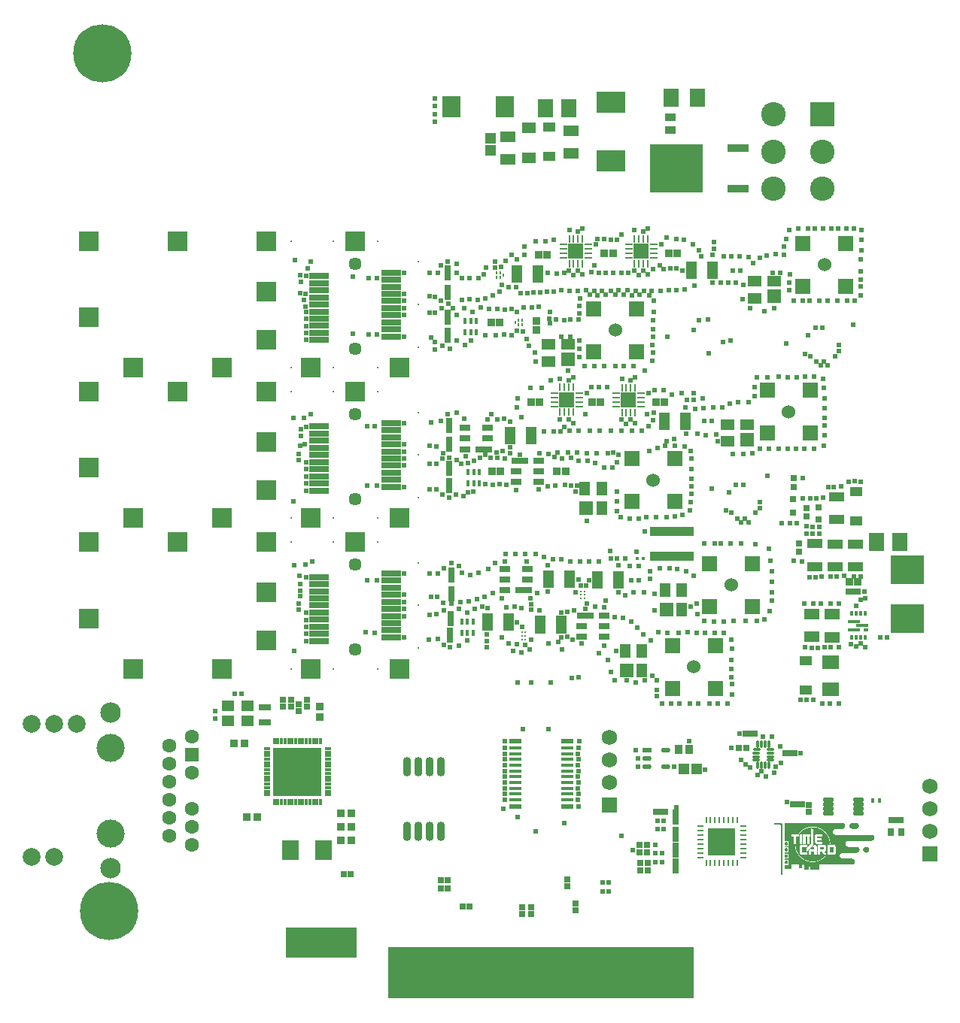
<source format=gbr>
G04*
G04 #@! TF.GenerationSoftware,Altium Limited,Altium Designer,24.2.2 (26)*
G04*
G04 Layer_Color=8388736*
%FSLAX25Y25*%
%MOIN*%
G70*
G04*
G04 #@! TF.SameCoordinates,83FD6BF8-7FB9-4712-9294-79CC625926FD*
G04*
G04*
G04 #@! TF.FilePolarity,Negative*
G04*
G01*
G75*
%ADD21R,0.05315X0.02362*%
%ADD22R,0.05315X0.01575*%
%ADD23R,0.04600X0.02700*%
%ADD24R,0.07700X0.02800*%
%ADD25R,0.01400X0.02800*%
%ADD29R,0.07505X0.05924*%
%ADD30R,0.06717X0.04349*%
%ADD31R,0.02648X0.02816*%
%ADD32R,0.02288X0.02016*%
%ADD33R,0.02756X0.02756*%
%ADD34R,0.06717X0.04546*%
%ADD35R,0.01378X0.02362*%
%ADD36R,0.05512X0.01378*%
%ADD37R,0.02362X0.01378*%
%ADD40R,0.05315X0.04331*%
%ADD41R,0.02648X0.02911*%
%ADD42R,0.03150X0.03150*%
%ADD43R,0.02648X0.02631*%
%ADD45R,0.07000X0.07000*%
%ADD46C,0.06000*%
%ADD47R,0.02423X0.02254*%
%ADD52R,0.01000X0.03200*%
%ADD53R,0.03200X0.01000*%
%ADD56R,0.02016X0.02288*%
%ADD58R,0.19291X0.04331*%
%ADD59R,0.02254X0.02423*%
%ADD60R,0.01788X0.01428*%
%ADD65R,0.07835X0.09173*%
%ADD68R,0.03563X0.03568*%
%ADD71R,0.05512X0.04724*%
%ADD72R,0.02047X0.02047*%
%ADD73R,0.02047X0.02047*%
%ADD74R,0.03568X0.03563*%
%ADD75R,0.07301X0.09000*%
%ADD77R,0.02953X0.03543*%
%ADD78R,0.01575X0.01968*%
%ADD79R,0.09800X0.03700*%
%ADD80R,0.23300X0.21700*%
%ADD82R,0.04088X0.02095*%
G04:AMPARAMS|DCode=83|XSize=40.88mil|YSize=20.95mil|CornerRadius=10.48mil|HoleSize=0mil|Usage=FLASHONLY|Rotation=0.000|XOffset=0mil|YOffset=0mil|HoleType=Round|Shape=RoundedRectangle|*
%AMROUNDEDRECTD83*
21,1,0.04088,0.00000,0,0,0.0*
21,1,0.01993,0.02095,0,0,0.0*
1,1,0.02095,0.00996,0.00000*
1,1,0.02095,-0.00996,0.00000*
1,1,0.02095,-0.00996,0.00000*
1,1,0.02095,0.00996,0.00000*
%
%ADD83ROUNDEDRECTD83*%
G04:AMPARAMS|DCode=84|XSize=9.45mil|YSize=23.62mil|CornerRadius=1.98mil|HoleSize=0mil|Usage=FLASHONLY|Rotation=0.000|XOffset=0mil|YOffset=0mil|HoleType=Round|Shape=RoundedRectangle|*
%AMROUNDEDRECTD84*
21,1,0.00945,0.01965,0,0,0.0*
21,1,0.00548,0.02362,0,0,0.0*
1,1,0.00397,0.00274,-0.00983*
1,1,0.00397,-0.00274,-0.00983*
1,1,0.00397,-0.00274,0.00983*
1,1,0.00397,0.00274,0.00983*
%
%ADD84ROUNDEDRECTD84*%
G04:AMPARAMS|DCode=85|XSize=23.62mil|YSize=9.45mil|CornerRadius=1.98mil|HoleSize=0mil|Usage=FLASHONLY|Rotation=0.000|XOffset=0mil|YOffset=0mil|HoleType=Round|Shape=RoundedRectangle|*
%AMROUNDEDRECTD85*
21,1,0.02362,0.00548,0,0,0.0*
21,1,0.01965,0.00945,0,0,0.0*
1,1,0.00397,0.00983,-0.00274*
1,1,0.00397,-0.00983,-0.00274*
1,1,0.00397,-0.00983,0.00274*
1,1,0.00397,0.00983,0.00274*
%
%ADD85ROUNDEDRECTD85*%
%ADD86R,0.06299X0.04921*%
%ADD87R,0.12992X0.09449*%
%ADD94R,0.31496X0.13583*%
%ADD95R,1.35433X0.23032*%
%ADD96O,0.02769X0.01587*%
%ADD97R,0.21272X0.21272*%
%ADD98O,0.01587X0.02769*%
%ADD99R,0.08674X0.02769*%
%ADD100R,0.00984X0.00984*%
%ADD101R,0.00900X0.01200*%
%ADD102R,0.03162X0.03359*%
%ADD103R,0.03359X0.03162*%
%ADD104R,0.06706X0.08083*%
%ADD105R,0.03556X0.03359*%
%ADD106R,0.14580X0.12611*%
%ADD107R,0.06312X0.04737*%
%ADD108R,0.06312X0.06312*%
%ADD109R,0.04934X0.02572*%
%ADD110R,0.03792X0.03635*%
%ADD111R,0.04737X0.06312*%
%ADD112R,0.06312X0.06312*%
%ADD113R,0.03635X0.03792*%
G04:AMPARAMS|DCode=114|XSize=15.87mil|YSize=31.62mil|CornerRadius=5.97mil|HoleSize=0mil|Usage=FLASHONLY|Rotation=0.000|XOffset=0mil|YOffset=0mil|HoleType=Round|Shape=RoundedRectangle|*
%AMROUNDEDRECTD114*
21,1,0.01587,0.01968,0,0,0.0*
21,1,0.00394,0.03162,0,0,0.0*
1,1,0.01194,0.00197,-0.00984*
1,1,0.01194,-0.00197,-0.00984*
1,1,0.01194,-0.00197,0.00984*
1,1,0.01194,0.00197,0.00984*
%
%ADD114ROUNDEDRECTD114*%
G04:AMPARAMS|DCode=115|XSize=15.87mil|YSize=31.62mil|CornerRadius=5.97mil|HoleSize=0mil|Usage=FLASHONLY|Rotation=90.000|XOffset=0mil|YOffset=0mil|HoleType=Round|Shape=RoundedRectangle|*
%AMROUNDEDRECTD115*
21,1,0.01587,0.01968,0,0,90.0*
21,1,0.00394,0.03162,0,0,90.0*
1,1,0.01194,0.00984,0.00197*
1,1,0.01194,0.00984,-0.00197*
1,1,0.01194,-0.00984,-0.00197*
1,1,0.01194,-0.00984,0.00197*
%
%ADD115ROUNDEDRECTD115*%
G04:AMPARAMS|DCode=116|XSize=15.87mil|YSize=35.56mil|CornerRadius=5.97mil|HoleSize=0mil|Usage=FLASHONLY|Rotation=90.000|XOffset=0mil|YOffset=0mil|HoleType=Round|Shape=RoundedRectangle|*
%AMROUNDEDRECTD116*
21,1,0.01587,0.02362,0,0,90.0*
21,1,0.00394,0.03556,0,0,90.0*
1,1,0.01194,0.01181,0.00197*
1,1,0.01194,0.01181,-0.00197*
1,1,0.01194,-0.01181,-0.00197*
1,1,0.01194,-0.01181,0.00197*
%
%ADD116ROUNDEDRECTD116*%
%ADD117R,0.02965X0.02965*%
%ADD118R,0.03600X0.17300*%
%ADD119O,0.03556X0.08674*%
%ADD120R,0.02965X0.02769*%
%ADD121R,0.02769X0.02965*%
G04:AMPARAMS|DCode=122|XSize=19.81mil|YSize=47.37mil|CornerRadius=5.95mil|HoleSize=0mil|Usage=FLASHONLY|Rotation=90.000|XOffset=0mil|YOffset=0mil|HoleType=Round|Shape=RoundedRectangle|*
%AMROUNDEDRECTD122*
21,1,0.01981,0.03547,0,0,90.0*
21,1,0.00791,0.04737,0,0,90.0*
1,1,0.01190,0.01774,0.00396*
1,1,0.01190,0.01774,-0.00396*
1,1,0.01190,-0.01774,-0.00396*
1,1,0.01190,-0.01774,0.00396*
%
%ADD122ROUNDEDRECTD122*%
%ADD123R,0.02965X0.02965*%
G04:AMPARAMS|DCode=124|XSize=122.05mil|YSize=122.05mil|CornerRadius=1.83mil|HoleSize=0mil|Usage=FLASHONLY|Rotation=0.000|XOffset=0mil|YOffset=0mil|HoleType=Round|Shape=RoundedRectangle|*
%AMROUNDEDRECTD124*
21,1,0.12205,0.11839,0,0,0.0*
21,1,0.11839,0.12205,0,0,0.0*
1,1,0.00366,0.05919,-0.05919*
1,1,0.00366,-0.05919,-0.05919*
1,1,0.00366,-0.05919,0.05919*
1,1,0.00366,0.05919,0.05919*
%
%ADD124ROUNDEDRECTD124*%
%ADD125R,0.06509X0.08280*%
%ADD126R,0.04737X0.03635*%
%ADD127R,0.05131X0.04934*%
%ADD128R,0.03753X0.04147*%
%ADD129R,0.04934X0.05131*%
%ADD130R,0.03600X0.13400*%
%ADD131R,0.06902X0.06902*%
%ADD132C,0.06902*%
%ADD133C,0.05721*%
%ADD134R,0.08674X0.08674*%
%ADD135C,0.00800*%
%ADD136C,0.12414*%
%ADD137C,0.07887*%
%ADD138C,0.09068*%
%ADD139C,0.06312*%
%ADD140C,0.25800*%
%ADD141R,0.10827X0.10827*%
%ADD142C,0.10827*%
%ADD143C,0.02400*%
G36*
X355670Y-337687D02*
X355784D01*
Y-337700D01*
X355847D01*
Y-337713D01*
X355885D01*
Y-337725D01*
X355936D01*
Y-337738D01*
X355987D01*
Y-337751D01*
X356012D01*
Y-337764D01*
X356050D01*
Y-337776D01*
X356076D01*
Y-337789D01*
X356101D01*
Y-337802D01*
X356139D01*
Y-337814D01*
X356152D01*
Y-337827D01*
X356177D01*
Y-337840D01*
X356203D01*
Y-337852D01*
X356228D01*
Y-337865D01*
X356253D01*
Y-337878D01*
X356266D01*
Y-337890D01*
X356291D01*
Y-337903D01*
X356304D01*
Y-337916D01*
X356317D01*
Y-337929D01*
X356342D01*
Y-337941D01*
X356355D01*
Y-337954D01*
X356380D01*
Y-337966D01*
X356393D01*
Y-337979D01*
X356405D01*
Y-337992D01*
X356418D01*
Y-338005D01*
X356431D01*
Y-338017D01*
X356444D01*
Y-338030D01*
X356469D01*
Y-338043D01*
X356482D01*
Y-338068D01*
X356507D01*
Y-338081D01*
X356520D01*
Y-338106D01*
X356532D01*
Y-338119D01*
X356545D01*
Y-338131D01*
X356558D01*
Y-338144D01*
X356570D01*
Y-338157D01*
X356583D01*
Y-338170D01*
X356596D01*
Y-338195D01*
X356609D01*
Y-338208D01*
X356621D01*
Y-338220D01*
X356634D01*
Y-338246D01*
X356646D01*
Y-338258D01*
X356659D01*
Y-338284D01*
X356672D01*
Y-338296D01*
X356685D01*
Y-338322D01*
X356697D01*
Y-338347D01*
X356710D01*
Y-338360D01*
X356723D01*
Y-338398D01*
X356735D01*
Y-338410D01*
X356748D01*
Y-338436D01*
X356761D01*
Y-338474D01*
X356773D01*
Y-338499D01*
X356786D01*
Y-338537D01*
X356799D01*
Y-338563D01*
X356811D01*
Y-338601D01*
X356824D01*
Y-338651D01*
X356837D01*
Y-338690D01*
X356850D01*
Y-338766D01*
X356862D01*
Y-338867D01*
X356875D01*
Y-339134D01*
X356862D01*
Y-339235D01*
X356850D01*
Y-339299D01*
X356837D01*
Y-339336D01*
X356824D01*
Y-339387D01*
X356811D01*
Y-339438D01*
X356799D01*
Y-339463D01*
X356786D01*
Y-339502D01*
X356773D01*
Y-339527D01*
X356761D01*
Y-339552D01*
X356748D01*
Y-339590D01*
X356735D01*
Y-339603D01*
X356723D01*
Y-339628D01*
X356710D01*
Y-339654D01*
X356697D01*
Y-339679D01*
X356685D01*
Y-339704D01*
X356672D01*
Y-339717D01*
X356659D01*
Y-339730D01*
X356646D01*
Y-339755D01*
X356634D01*
Y-339768D01*
X356621D01*
Y-339793D01*
X356609D01*
Y-339806D01*
X356596D01*
Y-339819D01*
X356583D01*
Y-339844D01*
X356570D01*
Y-339857D01*
X356558D01*
Y-339869D01*
X356545D01*
Y-339882D01*
X356532D01*
Y-339895D01*
X356520D01*
Y-339907D01*
X356507D01*
Y-339920D01*
X356494D01*
Y-339933D01*
X356482D01*
Y-339946D01*
X356469D01*
Y-339958D01*
X356456D01*
Y-339971D01*
X356444D01*
Y-339984D01*
X356431D01*
Y-339996D01*
X356418D01*
Y-340009D01*
X356405D01*
Y-340022D01*
X356393D01*
Y-340034D01*
X356367D01*
Y-340047D01*
X356355D01*
Y-340060D01*
X356342D01*
Y-340072D01*
X356317D01*
Y-340085D01*
X356304D01*
Y-340098D01*
X356279D01*
Y-340110D01*
X356266D01*
Y-340123D01*
X356241D01*
Y-340136D01*
X356215D01*
Y-340148D01*
X356203D01*
Y-340161D01*
X356177D01*
Y-340174D01*
X356152D01*
Y-340187D01*
X356126D01*
Y-340199D01*
X356101D01*
Y-340212D01*
X356076D01*
Y-340225D01*
X356050D01*
Y-340237D01*
X356000D01*
Y-340250D01*
X355974D01*
Y-340263D01*
X355936D01*
Y-340275D01*
X355885D01*
Y-340288D01*
X355835D01*
Y-340301D01*
X355771D01*
Y-340313D01*
X355682D01*
Y-340326D01*
X355657D01*
Y-340313D01*
X355644D01*
Y-340326D01*
X353906D01*
Y-340313D01*
X353894D01*
Y-340326D01*
X353868D01*
Y-340313D01*
X353780D01*
Y-340301D01*
X353703D01*
Y-340288D01*
X353665D01*
Y-340275D01*
X353615D01*
Y-340263D01*
X353564D01*
Y-340250D01*
X353539D01*
Y-340237D01*
X353501D01*
Y-340225D01*
X353475D01*
Y-340212D01*
X353450D01*
Y-340199D01*
X353412D01*
Y-340187D01*
X353399D01*
Y-340174D01*
X353374D01*
Y-340161D01*
X353348D01*
Y-340148D01*
X353323D01*
Y-340136D01*
X353298D01*
Y-340123D01*
X353285D01*
Y-340110D01*
X353259D01*
Y-340098D01*
X353247D01*
Y-340085D01*
X353222D01*
Y-340072D01*
X353209D01*
Y-340060D01*
X353196D01*
Y-340047D01*
X353171D01*
Y-340034D01*
X353158D01*
Y-340022D01*
X353145D01*
Y-340009D01*
X353133D01*
Y-339996D01*
X353120D01*
Y-339984D01*
X353107D01*
Y-339971D01*
X353095D01*
Y-339958D01*
X353069D01*
Y-339946D01*
X353057D01*
Y-339933D01*
X353044D01*
Y-339920D01*
X353031D01*
Y-339895D01*
X353018D01*
Y-339882D01*
X353006D01*
Y-339869D01*
X352993D01*
Y-339857D01*
X352980D01*
Y-339844D01*
X352968D01*
Y-339831D01*
X352955D01*
Y-339806D01*
X352942D01*
Y-339793D01*
X352930D01*
Y-339780D01*
X352917D01*
Y-339768D01*
X352904D01*
Y-339742D01*
X352892D01*
Y-339717D01*
X352879D01*
Y-339704D01*
X352866D01*
Y-339679D01*
X352854D01*
Y-339654D01*
X352841D01*
Y-339641D01*
X352828D01*
Y-339616D01*
X352816D01*
Y-339590D01*
X352803D01*
Y-339565D01*
X352790D01*
Y-339527D01*
X352778D01*
Y-339514D01*
X352765D01*
Y-339476D01*
X352752D01*
Y-339438D01*
X352739D01*
Y-339400D01*
X352727D01*
Y-339349D01*
X352714D01*
Y-339311D01*
X352701D01*
Y-339248D01*
X352689D01*
Y-339146D01*
X352676D01*
Y-339070D01*
X352663D01*
Y-339057D01*
X352676D01*
Y-338943D01*
X352663D01*
Y-338931D01*
X352676D01*
Y-338842D01*
X352689D01*
Y-338740D01*
X352701D01*
Y-338690D01*
X352714D01*
Y-338639D01*
X352727D01*
Y-338588D01*
X352739D01*
Y-338563D01*
X352752D01*
Y-338525D01*
X352765D01*
Y-338487D01*
X352778D01*
Y-338461D01*
X352790D01*
Y-338436D01*
X352803D01*
Y-338410D01*
X352816D01*
Y-338385D01*
X352828D01*
Y-338360D01*
X352841D01*
Y-338334D01*
X352854D01*
Y-338322D01*
X352866D01*
Y-338296D01*
X352879D01*
Y-338284D01*
X352892D01*
Y-338258D01*
X352904D01*
Y-338233D01*
X352917D01*
Y-338220D01*
X352930D01*
Y-338208D01*
X352942D01*
Y-338182D01*
X352955D01*
Y-338170D01*
X352968D01*
Y-338157D01*
X352980D01*
Y-338144D01*
X352993D01*
Y-338131D01*
X353006D01*
Y-338106D01*
X353018D01*
Y-338093D01*
X353031D01*
Y-338081D01*
X353044D01*
Y-338068D01*
X353057D01*
Y-338055D01*
X353069D01*
Y-338043D01*
X353082D01*
Y-338030D01*
X353095D01*
Y-338017D01*
X353107D01*
Y-338005D01*
X353133D01*
Y-337992D01*
X353145D01*
Y-337979D01*
X353158D01*
Y-337966D01*
X353171D01*
Y-337954D01*
X353183D01*
Y-337941D01*
X353209D01*
Y-337929D01*
X353222D01*
Y-337916D01*
X353234D01*
Y-337903D01*
X353259D01*
Y-337890D01*
X353285D01*
Y-337878D01*
X353298D01*
Y-337865D01*
X353323D01*
Y-337852D01*
X353336D01*
Y-337840D01*
X353361D01*
Y-337827D01*
X353399D01*
Y-337814D01*
X353412D01*
Y-337802D01*
X353437D01*
Y-337789D01*
X353475D01*
Y-337776D01*
X353501D01*
Y-337764D01*
X353539D01*
Y-337751D01*
X353564D01*
Y-337738D01*
X353602D01*
Y-337725D01*
X353653D01*
Y-337713D01*
X353691D01*
Y-337700D01*
X353767D01*
Y-337687D01*
X353881D01*
Y-337675D01*
X355670D01*
Y-337687D01*
D02*
G37*
G36*
X349568D02*
X349682D01*
Y-337700D01*
X349746D01*
Y-337713D01*
X349784D01*
Y-337725D01*
X349847D01*
Y-337738D01*
X349885D01*
Y-337751D01*
X349910D01*
Y-337764D01*
X349949D01*
Y-337776D01*
X349974D01*
Y-337789D01*
X350012D01*
Y-337802D01*
X350037D01*
Y-337814D01*
X350063D01*
Y-337827D01*
X350088D01*
Y-337840D01*
X350114D01*
Y-337852D01*
X350126D01*
Y-337865D01*
X350151D01*
Y-337878D01*
X350177D01*
Y-337890D01*
X350190D01*
Y-337903D01*
X350215D01*
Y-337916D01*
X350228D01*
Y-337929D01*
X350253D01*
Y-337941D01*
X350266D01*
Y-337954D01*
X350278D01*
Y-337966D01*
X350304D01*
Y-337979D01*
X350317D01*
Y-337992D01*
X350329D01*
Y-338005D01*
X350342D01*
Y-338017D01*
X350355D01*
Y-338030D01*
X350367D01*
Y-338043D01*
X350393D01*
Y-338068D01*
X350418D01*
Y-338081D01*
X350431D01*
Y-338106D01*
X350443D01*
Y-338119D01*
X350456D01*
Y-338131D01*
X350469D01*
Y-338144D01*
X350481D01*
Y-338157D01*
X350494D01*
Y-338170D01*
X350507D01*
Y-338195D01*
X350519D01*
Y-338208D01*
X350532D01*
Y-338220D01*
X350545D01*
Y-338233D01*
X350557D01*
Y-338258D01*
X350570D01*
Y-338271D01*
X350583D01*
Y-338296D01*
X350596D01*
Y-338322D01*
X350608D01*
Y-338334D01*
X350621D01*
Y-338360D01*
X350634D01*
Y-338385D01*
X350646D01*
Y-338410D01*
X350659D01*
Y-338436D01*
X350672D01*
Y-338461D01*
X350684D01*
Y-338487D01*
X350697D01*
Y-338525D01*
X350710D01*
Y-338550D01*
X350722D01*
Y-338588D01*
X350735D01*
Y-338639D01*
X350748D01*
Y-338677D01*
X350761D01*
Y-338740D01*
X350773D01*
Y-338816D01*
X350786D01*
Y-338918D01*
X350799D01*
Y-339070D01*
X350786D01*
Y-339184D01*
X350773D01*
Y-339260D01*
X350761D01*
Y-339324D01*
X350748D01*
Y-339362D01*
X350735D01*
Y-339413D01*
X350722D01*
Y-339451D01*
X350710D01*
Y-339476D01*
X350697D01*
Y-339514D01*
X350684D01*
Y-339540D01*
X350672D01*
Y-339565D01*
X350659D01*
Y-339603D01*
X350646D01*
Y-339616D01*
X350634D01*
Y-339641D01*
X350621D01*
Y-339666D01*
X350608D01*
Y-339679D01*
X350596D01*
Y-339704D01*
X350583D01*
Y-339717D01*
X350570D01*
Y-339742D01*
X350557D01*
Y-339768D01*
X350545D01*
Y-339780D01*
X350532D01*
Y-339793D01*
X350519D01*
Y-339806D01*
X350507D01*
Y-339819D01*
X350494D01*
Y-339844D01*
X350481D01*
Y-339857D01*
X350469D01*
Y-339869D01*
X350456D01*
Y-339882D01*
X350443D01*
Y-339895D01*
X350431D01*
Y-339907D01*
X350418D01*
Y-339920D01*
X350405D01*
Y-339933D01*
X350393D01*
Y-339946D01*
X350380D01*
Y-339958D01*
X350367D01*
Y-339971D01*
X350355D01*
Y-339984D01*
X350342D01*
Y-339996D01*
X350329D01*
Y-340009D01*
X350317D01*
Y-340022D01*
X350291D01*
Y-340034D01*
X350278D01*
Y-340047D01*
X350266D01*
Y-340060D01*
X350253D01*
Y-340072D01*
X350228D01*
Y-340085D01*
X350215D01*
Y-340098D01*
X350190D01*
Y-340110D01*
X350177D01*
Y-340123D01*
X350151D01*
Y-340136D01*
X350126D01*
Y-340148D01*
X350114D01*
Y-340161D01*
X350088D01*
Y-340174D01*
X350050D01*
Y-340187D01*
X350037D01*
Y-340199D01*
X349999D01*
Y-340212D01*
X349974D01*
Y-340225D01*
X349949D01*
Y-340237D01*
X349910D01*
Y-340250D01*
X349885D01*
Y-340263D01*
X349834D01*
Y-340275D01*
X349784D01*
Y-340288D01*
X349746D01*
Y-340301D01*
X349657D01*
Y-340313D01*
X349568D01*
Y-340326D01*
X349543D01*
Y-340313D01*
X349530D01*
Y-340326D01*
X346536D01*
Y-340339D01*
X346435D01*
Y-340351D01*
X346384D01*
Y-340364D01*
X346333D01*
Y-340377D01*
X346283D01*
Y-340389D01*
X346257D01*
Y-340402D01*
X346206D01*
Y-340415D01*
X346181D01*
Y-340427D01*
X346156D01*
Y-340440D01*
X346117D01*
Y-340453D01*
X346092D01*
Y-340466D01*
X346067D01*
Y-340478D01*
X346041D01*
Y-340491D01*
X346029D01*
Y-340504D01*
X345991D01*
Y-340516D01*
X345978D01*
Y-340529D01*
X345953D01*
Y-340542D01*
X345927D01*
Y-340554D01*
X345915D01*
Y-340567D01*
X345902D01*
Y-340580D01*
X345877D01*
Y-340592D01*
X345864D01*
Y-340605D01*
X345851D01*
Y-340618D01*
X345826D01*
Y-340631D01*
X345813D01*
Y-340643D01*
X345800D01*
Y-340656D01*
X345788D01*
Y-340669D01*
X345775D01*
Y-340681D01*
X345750D01*
Y-340707D01*
X345724D01*
Y-340719D01*
X345712D01*
Y-340732D01*
X345699D01*
Y-340745D01*
X345686D01*
Y-340770D01*
X345674D01*
Y-340783D01*
X345661D01*
Y-340795D01*
X345648D01*
Y-340808D01*
X345636D01*
Y-340821D01*
X345623D01*
Y-340846D01*
X345610D01*
Y-340859D01*
X345597D01*
Y-340872D01*
X345585D01*
Y-340897D01*
X345572D01*
Y-340910D01*
X345559D01*
Y-340922D01*
X345547D01*
Y-340948D01*
X345534D01*
Y-340973D01*
X345521D01*
Y-340998D01*
X345509D01*
Y-341011D01*
X345496D01*
Y-341036D01*
X345483D01*
Y-341062D01*
X345471D01*
Y-341087D01*
X345458D01*
Y-341112D01*
X345445D01*
Y-341151D01*
X345432D01*
Y-341176D01*
X345420D01*
Y-341214D01*
X345407D01*
Y-341252D01*
X345394D01*
Y-341290D01*
X345382D01*
Y-341341D01*
X345369D01*
Y-341379D01*
X345356D01*
Y-341468D01*
X345344D01*
Y-341810D01*
X345356D01*
Y-341899D01*
X345369D01*
Y-341950D01*
X345382D01*
Y-342001D01*
X345394D01*
Y-342039D01*
X345407D01*
Y-342077D01*
X345420D01*
Y-342115D01*
X345432D01*
Y-342140D01*
X345445D01*
Y-342178D01*
X345458D01*
Y-342203D01*
X345471D01*
Y-342229D01*
X345483D01*
Y-342254D01*
X345496D01*
Y-342280D01*
X345509D01*
Y-342292D01*
X345521D01*
Y-342318D01*
X345534D01*
Y-342330D01*
X345547D01*
Y-342356D01*
X345559D01*
Y-342381D01*
X345572D01*
Y-342394D01*
X345585D01*
Y-342419D01*
X345597D01*
Y-342432D01*
X345610D01*
Y-342444D01*
X345623D01*
Y-342470D01*
X345636D01*
Y-342483D01*
X345648D01*
Y-342495D01*
X345661D01*
Y-342508D01*
X345674D01*
Y-342521D01*
X345686D01*
Y-342533D01*
X345699D01*
Y-342546D01*
X345712D01*
Y-342559D01*
X345724D01*
Y-342571D01*
X345737D01*
Y-342584D01*
X345750D01*
Y-342597D01*
X345762D01*
Y-342609D01*
X345775D01*
Y-342622D01*
X345788D01*
Y-342635D01*
X345800D01*
Y-342648D01*
X345826D01*
Y-342673D01*
X345851D01*
Y-342686D01*
X345864D01*
Y-342698D01*
X345889D01*
Y-342711D01*
X345902D01*
Y-342724D01*
X345915D01*
Y-342736D01*
X345940D01*
Y-342749D01*
X345965D01*
Y-342762D01*
X345978D01*
Y-342774D01*
X346003D01*
Y-342787D01*
X346016D01*
Y-342800D01*
X346041D01*
Y-342812D01*
X346079D01*
Y-342825D01*
X346092D01*
Y-342838D01*
X346130D01*
Y-342850D01*
X346156D01*
Y-342863D01*
X346181D01*
Y-342876D01*
X346219D01*
Y-342888D01*
X346257D01*
Y-342901D01*
X346295D01*
Y-342914D01*
X346346D01*
Y-342927D01*
X346384D01*
Y-342939D01*
X346460D01*
Y-342952D01*
X346574D01*
Y-342965D01*
X362571D01*
Y-342977D01*
X362685D01*
Y-342990D01*
X362736D01*
Y-343003D01*
X362786D01*
Y-343015D01*
X362850D01*
Y-343028D01*
X362875D01*
Y-343041D01*
X362913D01*
Y-343053D01*
X362951D01*
Y-343066D01*
X362977D01*
Y-343079D01*
X363015D01*
Y-343092D01*
X363027D01*
Y-343104D01*
X363065D01*
Y-343117D01*
X363091D01*
Y-343129D01*
X363104D01*
Y-343142D01*
X363129D01*
Y-343155D01*
X363154D01*
Y-343168D01*
X363167D01*
Y-343180D01*
X363192D01*
Y-343193D01*
X363205D01*
Y-343206D01*
X363230D01*
Y-343218D01*
X363243D01*
Y-343231D01*
X363268D01*
Y-343244D01*
X363281D01*
Y-343256D01*
X363294D01*
Y-343269D01*
X363306D01*
Y-343282D01*
X363332D01*
Y-343294D01*
X363345D01*
Y-343307D01*
X363357D01*
Y-343320D01*
X363370D01*
Y-343333D01*
X363383D01*
Y-343345D01*
X363395D01*
Y-343358D01*
X363408D01*
Y-343371D01*
X363421D01*
Y-343383D01*
X363433D01*
Y-343396D01*
X363446D01*
Y-343409D01*
X363459D01*
Y-343421D01*
X363471D01*
Y-343434D01*
X363484D01*
Y-343459D01*
X363497D01*
Y-343472D01*
X363509D01*
Y-343485D01*
X363522D01*
Y-343510D01*
X363535D01*
Y-343523D01*
X363547D01*
Y-343535D01*
X363560D01*
Y-343561D01*
X363573D01*
Y-343573D01*
X363585D01*
Y-343599D01*
X363598D01*
Y-343612D01*
X363611D01*
Y-343637D01*
X363624D01*
Y-343662D01*
X363636D01*
Y-343688D01*
X363649D01*
Y-343713D01*
X363662D01*
Y-343738D01*
X363674D01*
Y-343764D01*
X363687D01*
Y-343802D01*
X363700D01*
Y-343815D01*
X363712D01*
Y-343853D01*
X363725D01*
Y-343903D01*
X363738D01*
Y-343941D01*
X363751D01*
Y-343992D01*
X363763D01*
Y-344056D01*
X363776D01*
Y-344132D01*
X363789D01*
Y-344461D01*
X363776D01*
Y-344512D01*
X363763D01*
Y-344588D01*
X363751D01*
Y-344639D01*
X363738D01*
Y-344677D01*
X363725D01*
Y-344715D01*
X363712D01*
Y-344753D01*
X363700D01*
Y-344779D01*
X363687D01*
Y-344817D01*
X363674D01*
Y-344842D01*
X363662D01*
Y-344867D01*
X363649D01*
Y-344893D01*
X363636D01*
Y-344918D01*
X363624D01*
Y-344944D01*
X363611D01*
Y-344956D01*
X363598D01*
Y-344982D01*
X363585D01*
Y-345007D01*
X363573D01*
Y-345020D01*
X363560D01*
Y-345032D01*
X363547D01*
Y-345058D01*
X363535D01*
Y-345070D01*
X363522D01*
Y-345096D01*
X363509D01*
Y-345109D01*
X363497D01*
Y-345121D01*
X363484D01*
Y-345134D01*
X363471D01*
Y-345146D01*
X363459D01*
Y-345172D01*
X363446D01*
Y-345185D01*
X363433D01*
Y-345197D01*
X363421D01*
Y-345210D01*
X363408D01*
Y-345223D01*
X363395D01*
Y-345235D01*
X363383D01*
Y-345248D01*
X363370D01*
Y-345261D01*
X363357D01*
Y-345273D01*
X363332D01*
Y-345286D01*
X363319D01*
Y-345299D01*
X363306D01*
Y-345311D01*
X363294D01*
Y-345324D01*
X363281D01*
Y-345337D01*
X363256D01*
Y-345350D01*
X363243D01*
Y-345362D01*
X363230D01*
Y-345375D01*
X363205D01*
Y-345388D01*
X363180D01*
Y-345400D01*
X363167D01*
Y-345413D01*
X363142D01*
Y-345426D01*
X363129D01*
Y-345438D01*
X363104D01*
Y-345451D01*
X363078D01*
Y-345464D01*
X363053D01*
Y-345476D01*
X363027D01*
Y-345489D01*
X362989D01*
Y-345502D01*
X362977D01*
Y-345514D01*
X362939D01*
Y-345527D01*
X362900D01*
Y-345540D01*
X362875D01*
Y-345552D01*
X362824D01*
Y-345565D01*
X362786D01*
Y-345578D01*
X362723D01*
Y-345590D01*
X362647D01*
Y-345603D01*
X362571D01*
Y-345616D01*
X352080D01*
Y-345629D01*
X352004D01*
Y-345641D01*
X351940D01*
Y-345654D01*
X351877D01*
Y-345667D01*
X351851D01*
Y-345679D01*
X351801D01*
Y-345692D01*
X351763D01*
Y-345705D01*
X351737D01*
Y-345717D01*
X351699D01*
Y-345730D01*
X351674D01*
Y-345743D01*
X351648D01*
Y-345755D01*
X351623D01*
Y-345768D01*
X351598D01*
Y-345781D01*
X351572D01*
Y-345794D01*
X351547D01*
Y-345806D01*
X351534D01*
Y-345819D01*
X351509D01*
Y-345832D01*
X351496D01*
Y-345844D01*
X351471D01*
Y-345857D01*
X351458D01*
Y-345870D01*
X351446D01*
Y-345882D01*
X351420D01*
Y-345895D01*
X351407D01*
Y-345908D01*
X351395D01*
Y-345920D01*
X351369D01*
Y-345933D01*
X351357D01*
Y-345946D01*
X351344D01*
Y-345958D01*
X351331D01*
Y-345971D01*
X351319D01*
Y-345984D01*
X351306D01*
Y-345996D01*
X351293D01*
Y-346009D01*
X351281D01*
Y-346022D01*
X351268D01*
Y-346035D01*
X351255D01*
Y-346047D01*
X351242D01*
Y-346060D01*
X351230D01*
Y-346073D01*
X351217D01*
Y-346085D01*
X351204D01*
Y-346098D01*
X351192D01*
Y-346123D01*
X351179D01*
Y-346136D01*
X351166D01*
Y-346149D01*
X351154D01*
Y-346161D01*
X351141D01*
Y-346187D01*
X351128D01*
Y-346199D01*
X351116D01*
Y-346225D01*
X351103D01*
Y-346250D01*
X351090D01*
Y-346263D01*
X351078D01*
Y-346288D01*
X351065D01*
Y-346314D01*
X351052D01*
Y-346326D01*
X351040D01*
Y-346364D01*
X351027D01*
Y-346390D01*
X351014D01*
Y-346402D01*
X351002D01*
Y-346441D01*
X350989D01*
Y-346466D01*
X350976D01*
Y-346504D01*
X350963D01*
Y-346555D01*
X350951D01*
Y-346580D01*
X350938D01*
Y-346643D01*
X350925D01*
Y-346720D01*
X350913D01*
Y-346770D01*
X350900D01*
Y-347100D01*
X350913D01*
Y-347151D01*
X350925D01*
Y-347227D01*
X350938D01*
Y-347278D01*
X350951D01*
Y-347316D01*
X350963D01*
Y-347354D01*
X350976D01*
Y-347392D01*
X350989D01*
Y-347417D01*
X351002D01*
Y-347455D01*
X351014D01*
Y-347481D01*
X351027D01*
Y-347506D01*
X351040D01*
Y-347531D01*
X351052D01*
Y-347557D01*
X351065D01*
Y-347582D01*
X351078D01*
Y-347607D01*
X351090D01*
Y-347620D01*
X351103D01*
Y-347646D01*
X351116D01*
Y-347658D01*
X351128D01*
Y-347684D01*
X351141D01*
Y-347696D01*
X351154D01*
Y-347709D01*
X351166D01*
Y-347734D01*
X351179D01*
Y-347747D01*
X351192D01*
Y-347760D01*
X351204D01*
Y-347785D01*
X351230D01*
Y-347811D01*
X351242D01*
Y-347823D01*
X351255D01*
Y-347836D01*
X351268D01*
Y-347849D01*
X351281D01*
Y-347861D01*
X351293D01*
Y-347874D01*
X351306D01*
Y-347887D01*
X351319D01*
Y-347899D01*
X351331D01*
Y-347912D01*
X351344D01*
Y-347925D01*
X351369D01*
Y-347937D01*
X351382D01*
Y-347950D01*
X351395D01*
Y-347963D01*
X351407D01*
Y-347975D01*
X351433D01*
Y-347988D01*
X351446D01*
Y-348001D01*
X351458D01*
Y-348013D01*
X351483D01*
Y-348026D01*
X351509D01*
Y-348039D01*
X351522D01*
Y-348052D01*
X351547D01*
Y-348064D01*
X351560D01*
Y-348077D01*
X351585D01*
Y-348090D01*
X351610D01*
Y-348102D01*
X351636D01*
Y-348115D01*
X351661D01*
Y-348128D01*
X351687D01*
Y-348140D01*
X351712D01*
Y-348153D01*
X351750D01*
Y-348166D01*
X351788D01*
Y-348178D01*
X351813D01*
Y-348191D01*
X351864D01*
Y-348204D01*
X351902D01*
Y-348216D01*
X351953D01*
Y-348229D01*
X352042D01*
Y-348242D01*
X352105D01*
Y-348254D01*
X355961D01*
Y-348267D01*
X356050D01*
Y-348280D01*
X356114D01*
Y-348292D01*
X356165D01*
Y-348305D01*
X356203D01*
Y-348318D01*
X356241D01*
Y-348331D01*
X356291D01*
Y-348343D01*
X356317D01*
Y-348356D01*
X356355D01*
Y-348369D01*
X356380D01*
Y-348381D01*
X356405D01*
Y-348394D01*
X356431D01*
Y-348407D01*
X356456D01*
Y-348419D01*
X356482D01*
Y-348432D01*
X356507D01*
Y-348445D01*
X356520D01*
Y-348458D01*
X356545D01*
Y-348470D01*
X356558D01*
Y-348483D01*
X356583D01*
Y-348496D01*
X356596D01*
Y-348508D01*
X356609D01*
Y-348521D01*
X356634D01*
Y-348534D01*
X356646D01*
Y-348546D01*
X356659D01*
Y-348559D01*
X356685D01*
Y-348572D01*
X356697D01*
Y-348584D01*
X356710D01*
Y-348597D01*
X356723D01*
Y-348610D01*
X356735D01*
Y-348622D01*
X356748D01*
Y-348635D01*
X356761D01*
Y-348648D01*
X356773D01*
Y-348660D01*
X356786D01*
Y-348673D01*
X356799D01*
Y-348686D01*
X356811D01*
Y-348698D01*
X356824D01*
Y-348711D01*
X356837D01*
Y-348724D01*
X356850D01*
Y-348737D01*
X356862D01*
Y-348762D01*
X356875D01*
Y-348775D01*
X356888D01*
Y-348787D01*
X356900D01*
Y-348800D01*
X356913D01*
Y-348825D01*
X356926D01*
Y-348838D01*
X356938D01*
Y-348863D01*
X356951D01*
Y-348876D01*
X356964D01*
Y-348902D01*
X356976D01*
Y-348914D01*
X356989D01*
Y-348952D01*
X357002D01*
Y-348965D01*
X357014D01*
Y-348990D01*
X357027D01*
Y-349028D01*
X357040D01*
Y-349041D01*
X357052D01*
Y-349079D01*
X357065D01*
Y-349117D01*
X357078D01*
Y-349143D01*
X357090D01*
Y-349181D01*
X357103D01*
Y-349219D01*
X357116D01*
Y-349269D01*
X357129D01*
Y-349333D01*
X357141D01*
Y-349396D01*
X357154D01*
Y-349751D01*
X357141D01*
Y-349815D01*
X357129D01*
Y-349878D01*
X357116D01*
Y-349929D01*
X357103D01*
Y-349967D01*
X357090D01*
Y-350018D01*
X357078D01*
Y-350043D01*
X357065D01*
Y-350081D01*
X357052D01*
Y-350107D01*
X357040D01*
Y-350132D01*
X357027D01*
Y-350170D01*
X357014D01*
Y-350183D01*
X357002D01*
Y-350208D01*
X356989D01*
Y-350233D01*
X356976D01*
Y-350259D01*
X356964D01*
Y-350272D01*
X356951D01*
Y-350297D01*
X356938D01*
Y-350309D01*
X356926D01*
Y-350335D01*
X356913D01*
Y-350348D01*
X356900D01*
Y-350360D01*
X356888D01*
Y-350386D01*
X356875D01*
Y-350398D01*
X356862D01*
Y-350411D01*
X356850D01*
Y-350436D01*
X356837D01*
Y-350449D01*
X356824D01*
Y-350462D01*
X356811D01*
Y-350475D01*
X356799D01*
Y-350487D01*
X356786D01*
Y-350500D01*
X356773D01*
Y-350513D01*
X356761D01*
Y-350525D01*
X356748D01*
Y-350538D01*
X356735D01*
Y-350551D01*
X356723D01*
Y-350563D01*
X356710D01*
Y-350576D01*
X356697D01*
Y-350589D01*
X356672D01*
Y-350601D01*
X356659D01*
Y-350614D01*
X356646D01*
Y-350627D01*
X356621D01*
Y-350639D01*
X356609D01*
Y-350652D01*
X356596D01*
Y-350665D01*
X356570D01*
Y-350677D01*
X356558D01*
Y-350690D01*
X356532D01*
Y-350703D01*
X356507D01*
Y-350715D01*
X356494D01*
Y-350728D01*
X356469D01*
Y-350741D01*
X356444D01*
Y-350753D01*
X356418D01*
Y-350766D01*
X356393D01*
Y-350779D01*
X356367D01*
Y-350792D01*
X356329D01*
Y-350804D01*
X356304D01*
Y-350817D01*
X356266D01*
Y-350830D01*
X356228D01*
Y-350842D01*
X356190D01*
Y-350855D01*
X356152D01*
Y-350868D01*
X356088D01*
Y-350880D01*
X356025D01*
Y-350893D01*
X355911D01*
Y-350906D01*
X349746D01*
Y-350893D01*
X349733D01*
Y-350906D01*
X349581D01*
Y-350918D01*
X349517D01*
Y-350931D01*
X349441D01*
Y-350944D01*
X349403D01*
Y-350957D01*
X349365D01*
Y-350969D01*
X349314D01*
Y-350982D01*
X349289D01*
Y-350995D01*
X349251D01*
Y-351007D01*
X349213D01*
Y-351020D01*
X349200D01*
Y-351033D01*
X349162D01*
Y-351045D01*
X349137D01*
Y-351058D01*
X349124D01*
Y-351071D01*
X349086D01*
Y-351083D01*
X349073D01*
Y-351096D01*
X349048D01*
Y-351109D01*
X349023D01*
Y-351121D01*
X349010D01*
Y-351134D01*
X348997D01*
Y-351147D01*
X348972D01*
Y-351160D01*
X348959D01*
Y-351172D01*
X348934D01*
Y-351185D01*
X348921D01*
Y-351198D01*
X348908D01*
Y-351210D01*
X348896D01*
Y-351223D01*
X348883D01*
Y-351236D01*
X348858D01*
Y-351248D01*
X348845D01*
Y-351261D01*
X348832D01*
Y-351274D01*
X348820D01*
Y-351286D01*
X348807D01*
Y-351299D01*
X348794D01*
Y-351312D01*
X348781D01*
Y-351324D01*
X348769D01*
Y-351337D01*
X348756D01*
Y-351350D01*
X348744D01*
Y-351375D01*
X348731D01*
Y-351388D01*
X348718D01*
Y-351400D01*
X348705D01*
Y-351413D01*
X348693D01*
Y-351439D01*
X348680D01*
Y-351451D01*
X348667D01*
Y-351464D01*
X348655D01*
Y-351477D01*
X348642D01*
Y-351502D01*
X348629D01*
Y-351527D01*
X348617D01*
Y-351540D01*
X348604D01*
Y-351565D01*
X348591D01*
Y-351591D01*
X348579D01*
Y-351604D01*
X348566D01*
Y-351629D01*
X348553D01*
Y-351654D01*
X348540D01*
Y-351680D01*
X348528D01*
Y-351718D01*
X348515D01*
Y-351743D01*
X348502D01*
Y-351781D01*
X348490D01*
Y-351819D01*
X348477D01*
Y-351857D01*
X348464D01*
Y-351908D01*
X348452D01*
Y-351946D01*
X348439D01*
Y-352022D01*
X348426D01*
Y-352415D01*
X348439D01*
Y-352491D01*
X348452D01*
Y-352542D01*
X348464D01*
Y-352593D01*
X348477D01*
Y-352631D01*
X348490D01*
Y-352669D01*
X348502D01*
Y-352707D01*
X348515D01*
Y-352720D01*
X348528D01*
Y-352758D01*
X348540D01*
Y-352783D01*
X348553D01*
Y-352809D01*
X348566D01*
Y-352834D01*
X348579D01*
Y-352859D01*
X348591D01*
Y-352885D01*
X348604D01*
Y-352897D01*
X348617D01*
Y-352923D01*
X348629D01*
Y-352935D01*
X348642D01*
Y-352961D01*
X348655D01*
Y-352974D01*
X348667D01*
Y-352999D01*
X348680D01*
Y-353012D01*
X348693D01*
Y-353024D01*
X348705D01*
Y-353050D01*
X348718D01*
Y-353062D01*
X348731D01*
Y-353075D01*
X348744D01*
Y-353088D01*
X348756D01*
Y-353100D01*
X348769D01*
Y-353113D01*
X348781D01*
Y-353126D01*
X348794D01*
Y-353138D01*
X348807D01*
Y-353151D01*
X348820D01*
Y-353164D01*
X348832D01*
Y-353176D01*
X348845D01*
Y-353189D01*
X348858D01*
Y-353202D01*
X348870D01*
Y-353215D01*
X348883D01*
Y-353227D01*
X348896D01*
Y-353240D01*
X348921D01*
Y-353253D01*
X348934D01*
Y-353265D01*
X348946D01*
Y-353278D01*
X348972D01*
Y-353291D01*
X348985D01*
Y-353303D01*
X349010D01*
Y-353316D01*
X349023D01*
Y-353329D01*
X349048D01*
Y-353341D01*
X349061D01*
Y-353354D01*
X349086D01*
Y-353367D01*
X349111D01*
Y-353379D01*
X349137D01*
Y-353392D01*
X349149D01*
Y-353405D01*
X349187D01*
Y-353417D01*
X349200D01*
Y-353430D01*
X349238D01*
Y-353443D01*
X349276D01*
Y-353456D01*
X349302D01*
Y-353468D01*
X349340D01*
Y-353481D01*
X349378D01*
Y-353494D01*
X349429D01*
Y-353506D01*
X349492D01*
Y-353519D01*
X349543D01*
Y-353532D01*
X349695D01*
Y-353544D01*
X353856D01*
Y-353557D01*
X353919D01*
Y-353570D01*
X353995D01*
Y-353582D01*
X354046D01*
Y-353595D01*
X354084D01*
Y-353608D01*
X354122D01*
Y-353621D01*
X354160D01*
Y-353633D01*
X354198D01*
Y-353646D01*
X354224D01*
Y-353659D01*
X354249D01*
Y-353671D01*
X354274D01*
Y-353684D01*
X354300D01*
Y-353697D01*
X354325D01*
Y-353709D01*
X354350D01*
Y-353722D01*
X354376D01*
Y-353735D01*
X354388D01*
Y-353747D01*
X354414D01*
Y-353760D01*
X354427D01*
Y-353773D01*
X354452D01*
Y-353785D01*
X354465D01*
Y-353798D01*
X354490D01*
Y-353811D01*
X354503D01*
Y-353823D01*
X354515D01*
Y-353836D01*
X354541D01*
Y-353849D01*
X354553D01*
Y-353861D01*
X354566D01*
Y-353874D01*
X354579D01*
Y-353887D01*
X354591D01*
Y-353900D01*
X354617D01*
Y-353912D01*
X354630D01*
Y-353925D01*
X354642D01*
Y-353938D01*
X354655D01*
Y-353950D01*
X354668D01*
Y-353963D01*
X354680D01*
Y-353976D01*
X354693D01*
Y-354001D01*
X354706D01*
Y-354014D01*
X354718D01*
Y-354026D01*
X354731D01*
Y-354039D01*
X354744D01*
Y-354052D01*
X354756D01*
Y-354077D01*
X354769D01*
Y-354090D01*
X354782D01*
Y-354102D01*
X354795D01*
Y-354128D01*
X354807D01*
Y-354141D01*
X354820D01*
Y-354166D01*
X354833D01*
Y-354191D01*
X354845D01*
Y-354204D01*
X354858D01*
Y-354229D01*
X354871D01*
Y-354255D01*
X354883D01*
Y-354280D01*
X354896D01*
Y-354306D01*
X354909D01*
Y-354331D01*
X354921D01*
Y-354356D01*
X354934D01*
Y-354394D01*
X354947D01*
Y-354420D01*
X354959D01*
Y-354470D01*
X354972D01*
Y-354496D01*
X354985D01*
Y-354546D01*
X354997D01*
Y-354610D01*
X355010D01*
Y-354673D01*
X355023D01*
Y-354838D01*
X355035D01*
Y-354889D01*
X355023D01*
Y-355067D01*
X355010D01*
Y-355117D01*
X354997D01*
Y-355181D01*
X354985D01*
Y-355244D01*
X354972D01*
Y-355270D01*
X354959D01*
Y-355320D01*
X354947D01*
Y-355346D01*
X354934D01*
Y-355384D01*
X354921D01*
Y-355422D01*
X354909D01*
Y-355434D01*
X354896D01*
Y-355473D01*
X354883D01*
Y-355498D01*
X354871D01*
Y-355511D01*
X354858D01*
Y-355536D01*
X354845D01*
Y-355561D01*
X354833D01*
Y-355587D01*
X354820D01*
Y-355612D01*
X354807D01*
Y-355625D01*
X354795D01*
Y-355650D01*
X354782D01*
Y-355663D01*
X354769D01*
Y-355676D01*
X354756D01*
Y-355701D01*
X354744D01*
Y-355714D01*
X354731D01*
Y-355726D01*
X354718D01*
Y-355752D01*
X354706D01*
Y-355764D01*
X354693D01*
Y-355777D01*
X354680D01*
Y-355790D01*
X354668D01*
Y-355802D01*
X354655D01*
Y-355815D01*
X354642D01*
Y-355828D01*
X354630D01*
Y-355840D01*
X354617D01*
Y-355853D01*
X354604D01*
Y-355866D01*
X354591D01*
Y-355878D01*
X354579D01*
Y-355891D01*
X354566D01*
Y-355904D01*
X354553D01*
Y-355917D01*
X354541D01*
Y-355929D01*
X354528D01*
Y-355942D01*
X354515D01*
Y-355955D01*
X354490D01*
Y-355967D01*
X354477D01*
Y-355980D01*
X354465D01*
Y-355993D01*
X354452D01*
Y-356005D01*
X354427D01*
Y-356018D01*
X354414D01*
Y-356031D01*
X354388D01*
Y-356043D01*
X354363D01*
Y-356056D01*
X354350D01*
Y-356069D01*
X354325D01*
Y-356082D01*
X354300D01*
Y-356094D01*
X354274D01*
Y-356107D01*
X354249D01*
Y-356119D01*
X354224D01*
Y-356132D01*
X354198D01*
Y-356145D01*
X354148D01*
Y-356158D01*
X354109D01*
Y-356170D01*
X354046D01*
Y-356183D01*
X339470D01*
Y-356196D01*
X339445D01*
Y-356208D01*
X339420D01*
Y-356221D01*
X339394D01*
Y-356234D01*
X339382D01*
Y-356246D01*
X339369D01*
Y-356272D01*
X339356D01*
Y-356284D01*
X339344D01*
Y-356310D01*
X339331D01*
Y-358301D01*
X339318D01*
Y-358340D01*
X339305D01*
Y-358365D01*
X339293D01*
Y-358390D01*
X339280D01*
Y-358403D01*
X339267D01*
Y-358416D01*
X339242D01*
Y-358428D01*
X339229D01*
Y-358441D01*
X339179D01*
Y-358454D01*
X335310D01*
Y-358441D01*
X335271D01*
Y-358428D01*
X335246D01*
Y-358416D01*
X335233D01*
Y-358403D01*
X335221D01*
Y-358390D01*
X335208D01*
Y-358378D01*
X335195D01*
Y-358352D01*
X335183D01*
Y-358340D01*
X335170D01*
Y-357096D01*
X335157D01*
Y-357058D01*
X335145D01*
Y-357033D01*
X335132D01*
Y-357008D01*
X335119D01*
Y-356995D01*
X335106D01*
Y-356982D01*
X335081D01*
Y-356969D01*
X335068D01*
Y-356957D01*
X335030D01*
Y-356944D01*
X334929D01*
Y-356957D01*
X334891D01*
Y-356969D01*
X334878D01*
Y-356982D01*
X334853D01*
Y-356995D01*
X334840D01*
Y-357008D01*
X334827D01*
Y-357033D01*
X334815D01*
Y-357046D01*
X334802D01*
Y-357109D01*
X334789D01*
Y-358340D01*
X334777D01*
Y-358352D01*
X334764D01*
Y-358378D01*
X334751D01*
Y-358390D01*
X334739D01*
Y-358403D01*
X334726D01*
Y-358416D01*
X334713D01*
Y-358428D01*
X334688D01*
Y-358441D01*
X334650D01*
Y-358454D01*
X332671D01*
Y-358441D01*
X332620D01*
Y-358428D01*
X332608D01*
Y-358416D01*
X332582D01*
Y-358403D01*
X332569D01*
Y-358390D01*
X332557D01*
Y-358365D01*
X332544D01*
Y-358352D01*
X332531D01*
Y-358301D01*
X332519D01*
Y-356475D01*
X332506D01*
Y-356437D01*
X332493D01*
Y-356399D01*
X332481D01*
Y-356386D01*
X332468D01*
Y-356361D01*
X332455D01*
Y-356335D01*
X332442D01*
Y-356323D01*
X332430D01*
Y-356310D01*
X332417D01*
Y-356297D01*
X332404D01*
Y-356284D01*
X332392D01*
Y-356272D01*
X332379D01*
Y-356259D01*
X332354D01*
Y-356246D01*
X332341D01*
Y-356234D01*
X332316D01*
Y-356221D01*
X332290D01*
Y-356208D01*
X332252D01*
Y-356196D01*
X332202D01*
Y-356183D01*
X332087D01*
Y-356196D01*
X332049D01*
Y-356208D01*
X331998D01*
Y-356221D01*
X331973D01*
Y-356234D01*
X331961D01*
Y-356246D01*
X331935D01*
Y-356259D01*
X331910D01*
Y-356272D01*
X331897D01*
Y-356284D01*
X331884D01*
Y-356297D01*
X331872D01*
Y-356310D01*
X331859D01*
Y-356323D01*
X331846D01*
Y-356348D01*
X331834D01*
Y-356361D01*
X331821D01*
Y-356386D01*
X331808D01*
Y-356411D01*
X331796D01*
Y-356437D01*
X331783D01*
Y-356500D01*
X331770D01*
Y-357540D01*
X331757D01*
Y-357578D01*
X331745D01*
Y-357604D01*
X331732D01*
Y-357616D01*
X331719D01*
Y-357629D01*
X331707D01*
Y-357642D01*
X331694D01*
Y-357655D01*
X331669D01*
Y-357667D01*
X331631D01*
Y-357680D01*
X330387D01*
Y-357667D01*
X330349D01*
Y-357655D01*
X330337D01*
Y-357642D01*
X330311D01*
Y-357629D01*
X330299D01*
Y-357616D01*
X330286D01*
Y-357591D01*
X330273D01*
Y-357578D01*
X330261D01*
Y-357528D01*
X330248D01*
Y-356323D01*
X330235D01*
Y-356284D01*
X330223D01*
Y-356259D01*
X330210D01*
Y-356246D01*
X330197D01*
Y-356234D01*
X330185D01*
Y-356221D01*
X330172D01*
Y-356208D01*
X330134D01*
Y-356196D01*
X330108D01*
Y-356183D01*
X326988D01*
Y-356196D01*
X326962D01*
Y-356208D01*
X326937D01*
Y-356221D01*
X326912D01*
Y-356246D01*
X326886D01*
Y-356272D01*
X326874D01*
Y-356297D01*
X326861D01*
Y-356323D01*
X326848D01*
Y-358073D01*
X323829D01*
Y-356246D01*
X325783D01*
Y-356234D01*
X325795D01*
Y-354026D01*
X325783D01*
Y-354014D01*
X323829D01*
Y-353506D01*
X325783D01*
Y-353494D01*
X325795D01*
Y-351274D01*
X325783D01*
Y-351261D01*
X325770D01*
Y-351274D01*
X323842D01*
Y-351261D01*
X323829D01*
Y-350766D01*
X325783D01*
Y-350753D01*
X325795D01*
Y-348521D01*
X323829D01*
Y-348026D01*
X323842D01*
Y-348013D01*
X325795D01*
Y-345781D01*
X323829D01*
Y-337675D01*
X349568D01*
Y-337687D01*
D02*
G37*
G36*
X324793Y-346149D02*
X324831D01*
Y-346161D01*
X324895D01*
Y-346174D01*
X324933D01*
Y-346187D01*
X324958D01*
Y-346199D01*
X324996D01*
Y-346212D01*
X325022D01*
Y-346225D01*
X325034D01*
Y-346237D01*
X325060D01*
Y-346250D01*
X325072D01*
Y-346263D01*
X325098D01*
Y-346275D01*
X325123D01*
Y-346288D01*
X325136D01*
Y-346301D01*
X325148D01*
Y-346314D01*
X325161D01*
Y-346326D01*
X325186D01*
Y-346339D01*
X325199D01*
Y-346352D01*
X325212D01*
Y-346364D01*
X325224D01*
Y-346377D01*
X325237D01*
Y-346390D01*
X325250D01*
Y-346415D01*
X325262D01*
Y-346428D01*
X325275D01*
Y-346441D01*
X325288D01*
Y-346466D01*
X325301D01*
Y-346479D01*
X325313D01*
Y-346504D01*
X325326D01*
Y-346517D01*
X325339D01*
Y-346542D01*
X325351D01*
Y-346567D01*
X325364D01*
Y-346593D01*
X325377D01*
Y-346631D01*
X325389D01*
Y-346669D01*
X325402D01*
Y-346694D01*
X325415D01*
Y-346770D01*
X325427D01*
Y-346859D01*
X325440D01*
Y-346948D01*
X325427D01*
Y-347024D01*
X325415D01*
Y-347100D01*
X325402D01*
Y-347126D01*
X325389D01*
Y-347176D01*
X325377D01*
Y-347202D01*
X325364D01*
Y-347227D01*
X325351D01*
Y-347252D01*
X325339D01*
Y-347278D01*
X325326D01*
Y-347290D01*
X325313D01*
Y-347316D01*
X325301D01*
Y-347328D01*
X325288D01*
Y-347341D01*
Y-347354D01*
X325275D01*
Y-347366D01*
X325262D01*
Y-347379D01*
X325250D01*
Y-347405D01*
X325237D01*
Y-347417D01*
X325224D01*
Y-347430D01*
X325212D01*
Y-347443D01*
X325199D01*
Y-347455D01*
X325186D01*
Y-347468D01*
X325174D01*
Y-347481D01*
X325148D01*
Y-347493D01*
X325136D01*
Y-347506D01*
X325123D01*
Y-347519D01*
X325110D01*
Y-347531D01*
X325085D01*
Y-347544D01*
X325060D01*
Y-347557D01*
X325047D01*
Y-347569D01*
X325009D01*
Y-347582D01*
X324996D01*
Y-347595D01*
X324971D01*
Y-347607D01*
X324920D01*
Y-347620D01*
X324907D01*
Y-347633D01*
X324844D01*
Y-347646D01*
X324755D01*
Y-347658D01*
X324590D01*
Y-347646D01*
X324489D01*
Y-347633D01*
X324438D01*
Y-347620D01*
X324413D01*
Y-347607D01*
X324375D01*
Y-347595D01*
X324349D01*
Y-347582D01*
X324324D01*
Y-347569D01*
X324298D01*
Y-347557D01*
X324286D01*
Y-347544D01*
X324260D01*
Y-347531D01*
X324235D01*
Y-347519D01*
X324222D01*
Y-347506D01*
X324197D01*
Y-347493D01*
X324184D01*
Y-347481D01*
X324172D01*
Y-347468D01*
X324159D01*
Y-347455D01*
X324146D01*
Y-347443D01*
X324133D01*
Y-347430D01*
X324121D01*
Y-347417D01*
X324108D01*
Y-347405D01*
X324095D01*
Y-347392D01*
X324083D01*
Y-347379D01*
X324070D01*
Y-347354D01*
X324057D01*
Y-347341D01*
X324045D01*
Y-347316D01*
X324032D01*
Y-347303D01*
X324019D01*
Y-347278D01*
X324007D01*
Y-347252D01*
X323994D01*
Y-347240D01*
X323981D01*
Y-347214D01*
X323969D01*
Y-347176D01*
X323956D01*
Y-347151D01*
X323943D01*
Y-347100D01*
X323931D01*
Y-347062D01*
X323918D01*
Y-346973D01*
X323905D01*
Y-346834D01*
X323918D01*
Y-346732D01*
X323931D01*
Y-346694D01*
X323943D01*
Y-346643D01*
X323956D01*
Y-346618D01*
X323969D01*
Y-346593D01*
X323981D01*
Y-346555D01*
X323994D01*
Y-346542D01*
X324007D01*
Y-346517D01*
X324019D01*
Y-346491D01*
X324032D01*
Y-346479D01*
X324045D01*
Y-346453D01*
X324057D01*
Y-346441D01*
X324070D01*
Y-346428D01*
X324083D01*
Y-346402D01*
X324095D01*
Y-346390D01*
X324108D01*
Y-346377D01*
X324121D01*
Y-346364D01*
X324133D01*
Y-346352D01*
X324146D01*
Y-346339D01*
X324159D01*
Y-346326D01*
X324172D01*
Y-346314D01*
X324184D01*
Y-346301D01*
X324210D01*
Y-346288D01*
X324222D01*
Y-346275D01*
X324235D01*
Y-346263D01*
X324260D01*
Y-346250D01*
X324273D01*
Y-346237D01*
X324298D01*
Y-346225D01*
X324324D01*
Y-346212D01*
X324349D01*
Y-346199D01*
X324387D01*
Y-346187D01*
X324413D01*
Y-346174D01*
X324451D01*
Y-346161D01*
X324514D01*
Y-346149D01*
X324552D01*
Y-346136D01*
X324793D01*
Y-346149D01*
D02*
G37*
G36*
X324755Y-348889D02*
X324806D01*
Y-348902D01*
X324882D01*
Y-348914D01*
X324933D01*
Y-348927D01*
X324945D01*
Y-348939D01*
X324983D01*
Y-348952D01*
X325009D01*
Y-348965D01*
X325034D01*
Y-348978D01*
X325060D01*
Y-348990D01*
X325072D01*
Y-349003D01*
X325098D01*
Y-349016D01*
X325110D01*
Y-349028D01*
X325123D01*
Y-349041D01*
X325148D01*
Y-349054D01*
X325161D01*
Y-349066D01*
X325174D01*
Y-349079D01*
X325186D01*
Y-349092D01*
X325199D01*
Y-349104D01*
X325212D01*
Y-349117D01*
X325224D01*
Y-349130D01*
X325237D01*
Y-349143D01*
X325250D01*
Y-349155D01*
X325262D01*
Y-349168D01*
X325275D01*
Y-349181D01*
X325288D01*
Y-349206D01*
X325301D01*
Y-349219D01*
X325313D01*
Y-349244D01*
X325326D01*
Y-349257D01*
X325339D01*
Y-349282D01*
X325351D01*
Y-349320D01*
X325364D01*
Y-349333D01*
X325377D01*
Y-349371D01*
X325389D01*
Y-349409D01*
X325402D01*
Y-349434D01*
X325415D01*
Y-349510D01*
X325427D01*
Y-349599D01*
X325440D01*
Y-349688D01*
X325427D01*
Y-349764D01*
X325415D01*
Y-349840D01*
X325402D01*
Y-349866D01*
X325389D01*
Y-349916D01*
X325377D01*
Y-349954D01*
X325364D01*
Y-349967D01*
X325351D01*
Y-350005D01*
X325339D01*
Y-350018D01*
X325326D01*
Y-350043D01*
X325313D01*
Y-350068D01*
X325301D01*
Y-350081D01*
X325288D01*
Y-350094D01*
X325275D01*
Y-350119D01*
X325262D01*
Y-350132D01*
X325250D01*
Y-350145D01*
X325237D01*
Y-350157D01*
X325224D01*
Y-350170D01*
X325212D01*
Y-350183D01*
X325199D01*
Y-350195D01*
X325186D01*
Y-350208D01*
X325174D01*
Y-350221D01*
X325161D01*
Y-350233D01*
X325148D01*
Y-350246D01*
X325123D01*
Y-350259D01*
X325110D01*
Y-350272D01*
X325085D01*
Y-350284D01*
X325072D01*
Y-350297D01*
X325060D01*
Y-350309D01*
X325022D01*
Y-350322D01*
X324996D01*
Y-350335D01*
X324983D01*
Y-350348D01*
X324945D01*
Y-350360D01*
X324907D01*
Y-350373D01*
X324869D01*
Y-350386D01*
X324793D01*
Y-350398D01*
X324730D01*
Y-350411D01*
X324603D01*
Y-350398D01*
X324552D01*
Y-350386D01*
X324476D01*
Y-350373D01*
X324425D01*
Y-350360D01*
X324400D01*
Y-350348D01*
X324362D01*
Y-350335D01*
X324349D01*
Y-350322D01*
X324311D01*
Y-350309D01*
X324286D01*
Y-350297D01*
X324273D01*
Y-350284D01*
X324248D01*
Y-350272D01*
X324235D01*
Y-350259D01*
X324222D01*
Y-350246D01*
X324197D01*
Y-350233D01*
X324184D01*
Y-350221D01*
X324172D01*
Y-350208D01*
X324159D01*
Y-350195D01*
X324146D01*
Y-350183D01*
X324133D01*
Y-350170D01*
X324121D01*
Y-350157D01*
X324108D01*
Y-350145D01*
X324095D01*
Y-350132D01*
X324083D01*
Y-350119D01*
X324070D01*
Y-350107D01*
X324057D01*
Y-350081D01*
X324045D01*
Y-350068D01*
X324032D01*
Y-350056D01*
X324019D01*
Y-350030D01*
X324007D01*
Y-350005D01*
X323994D01*
Y-349980D01*
X323981D01*
Y-349954D01*
X323969D01*
Y-349916D01*
X323956D01*
Y-349891D01*
X323943D01*
Y-349840D01*
X323931D01*
Y-349815D01*
X323918D01*
Y-349713D01*
X323905D01*
Y-349574D01*
X323918D01*
Y-349472D01*
X323931D01*
Y-349447D01*
X323943D01*
Y-349383D01*
X323956D01*
Y-349358D01*
X323969D01*
Y-349333D01*
X323981D01*
Y-349295D01*
X323994D01*
Y-349282D01*
X324007D01*
Y-349257D01*
X324019D01*
Y-349231D01*
X324032D01*
Y-349219D01*
X324045D01*
Y-349193D01*
X324057D01*
Y-349181D01*
X324070D01*
Y-349168D01*
X324083D01*
Y-349143D01*
X324108D01*
Y-349117D01*
X324121D01*
Y-349104D01*
X324133D01*
Y-349092D01*
X324146D01*
Y-349079D01*
X324159D01*
Y-349066D01*
X324184D01*
Y-349054D01*
X324197D01*
Y-349041D01*
X324210D01*
Y-349028D01*
X324222D01*
Y-349016D01*
X324248D01*
Y-349003D01*
X324260D01*
Y-348990D01*
X324286D01*
Y-348978D01*
X324311D01*
Y-348965D01*
X324324D01*
Y-348952D01*
X324362D01*
Y-348939D01*
X324400D01*
Y-348927D01*
X324413D01*
Y-348914D01*
X324463D01*
Y-348902D01*
X324527D01*
Y-348889D01*
X324577D01*
Y-348876D01*
X324755D01*
Y-348889D01*
D02*
G37*
G36*
X360224Y-348267D02*
X360313D01*
Y-348280D01*
X360363D01*
Y-348292D01*
X360427D01*
Y-348305D01*
X360465D01*
Y-348318D01*
X360503D01*
Y-348331D01*
X360541D01*
Y-348343D01*
X360566D01*
Y-348356D01*
X360604D01*
Y-348369D01*
X360630D01*
Y-348381D01*
X360655D01*
Y-348394D01*
X360693D01*
Y-348407D01*
X360706D01*
Y-348419D01*
X360731D01*
Y-348432D01*
X360757D01*
Y-348445D01*
X360769D01*
Y-348458D01*
X360795D01*
Y-348470D01*
X360820D01*
Y-348483D01*
X360833D01*
Y-348496D01*
X360858D01*
Y-348508D01*
X360871D01*
Y-348521D01*
X360883D01*
Y-348534D01*
X360909D01*
Y-348546D01*
X360922D01*
Y-348559D01*
X360934D01*
Y-348572D01*
X360947D01*
Y-348584D01*
X360960D01*
Y-348597D01*
X360985D01*
Y-348610D01*
X360998D01*
Y-348622D01*
X361010D01*
Y-348635D01*
X361023D01*
Y-348648D01*
X361036D01*
Y-348660D01*
X361048D01*
Y-348673D01*
X361061D01*
Y-348686D01*
X361074D01*
Y-348711D01*
X361087D01*
Y-348724D01*
X361099D01*
Y-348737D01*
X361112D01*
Y-348749D01*
X361124D01*
Y-348775D01*
X361137D01*
Y-348787D01*
X361150D01*
Y-348800D01*
X361163D01*
Y-348813D01*
X361175D01*
Y-348838D01*
X361188D01*
Y-348851D01*
X361201D01*
Y-348876D01*
X361213D01*
Y-348902D01*
X361226D01*
Y-348914D01*
X361239D01*
Y-348939D01*
X361251D01*
Y-348965D01*
X361264D01*
Y-348978D01*
X361277D01*
Y-349016D01*
X361290D01*
Y-349041D01*
X361302D01*
Y-349066D01*
X361315D01*
Y-349104D01*
X361328D01*
Y-349130D01*
X361340D01*
Y-349168D01*
X361353D01*
Y-349219D01*
X361366D01*
Y-349257D01*
X361378D01*
Y-349307D01*
X361391D01*
Y-349396D01*
X361404D01*
Y-349472D01*
X361416D01*
Y-349688D01*
X361404D01*
Y-349764D01*
X361391D01*
Y-349840D01*
X361378D01*
Y-349866D01*
Y-349878D01*
Y-349904D01*
X361366D01*
Y-349942D01*
X361353D01*
Y-349992D01*
X361340D01*
Y-350018D01*
X361328D01*
Y-350056D01*
X361315D01*
Y-350094D01*
X361302D01*
Y-350119D01*
X361290D01*
Y-350145D01*
X361277D01*
Y-350170D01*
X361264D01*
Y-350195D01*
X361251D01*
Y-350221D01*
X361239D01*
Y-350233D01*
X361226D01*
Y-350259D01*
X361213D01*
Y-350284D01*
X361201D01*
Y-350297D01*
X361188D01*
Y-350322D01*
X361175D01*
Y-350335D01*
X361163D01*
Y-350348D01*
X361150D01*
Y-350373D01*
X361137D01*
Y-350386D01*
X361124D01*
Y-350398D01*
X361112D01*
Y-350424D01*
X361099D01*
Y-350436D01*
X361087D01*
Y-350449D01*
X361074D01*
Y-350462D01*
X361061D01*
Y-350475D01*
X361048D01*
Y-350487D01*
X361036D01*
Y-350500D01*
X361023D01*
Y-350513D01*
X361010D01*
Y-350525D01*
X360998D01*
Y-350538D01*
X360985D01*
Y-350551D01*
X360972D01*
Y-350563D01*
X360960D01*
Y-350576D01*
X360947D01*
Y-350589D01*
X360922D01*
Y-350601D01*
X360909D01*
Y-350614D01*
X360896D01*
Y-350627D01*
X360883D01*
Y-350639D01*
X360858D01*
Y-350652D01*
X360845D01*
Y-350665D01*
X360820D01*
Y-350677D01*
X360807D01*
Y-350690D01*
X360782D01*
Y-350703D01*
X360757D01*
Y-350715D01*
X360744D01*
Y-350728D01*
X360719D01*
Y-350741D01*
X360693D01*
Y-350753D01*
X360681D01*
Y-350766D01*
X360643D01*
Y-350779D01*
X360617D01*
Y-350792D01*
X360592D01*
Y-350804D01*
X360554D01*
Y-350817D01*
X360528D01*
Y-350830D01*
X360478D01*
Y-350842D01*
X360439D01*
Y-350855D01*
X360402D01*
Y-350868D01*
X360325D01*
Y-350880D01*
X360287D01*
Y-350893D01*
X360173D01*
Y-350906D01*
X359958D01*
Y-350893D01*
X359843D01*
Y-350880D01*
X359793D01*
Y-350868D01*
X359729D01*
Y-350855D01*
X359678D01*
Y-350842D01*
X359640D01*
Y-350830D01*
X359602D01*
Y-350817D01*
X359564D01*
Y-350804D01*
X359539D01*
Y-350792D01*
X359501D01*
Y-350779D01*
X359488D01*
Y-350766D01*
X359450D01*
Y-350753D01*
X359425D01*
Y-350741D01*
X359412D01*
Y-350728D01*
X359374D01*
Y-350715D01*
X359361D01*
Y-350703D01*
X359336D01*
Y-350690D01*
X359311D01*
Y-350677D01*
X359298D01*
Y-350665D01*
X359285D01*
Y-350652D01*
X359260D01*
Y-350639D01*
X359247D01*
Y-350627D01*
X359222D01*
Y-350614D01*
X359209D01*
Y-350601D01*
X359196D01*
Y-350589D01*
X359184D01*
Y-350576D01*
X359171D01*
Y-350563D01*
X359146D01*
Y-350551D01*
X359133D01*
Y-350538D01*
X359120D01*
Y-350525D01*
X359107D01*
Y-350513D01*
X359095D01*
Y-350500D01*
X359082D01*
Y-350487D01*
X359069D01*
Y-350475D01*
X359057D01*
Y-350462D01*
X359044D01*
Y-350436D01*
X359031D01*
Y-350424D01*
X359019D01*
Y-350411D01*
X359006D01*
Y-350398D01*
X358993D01*
Y-350386D01*
X358981D01*
Y-350360D01*
X358968D01*
Y-350348D01*
X358955D01*
Y-350322D01*
X358943D01*
Y-350309D01*
X358930D01*
Y-350297D01*
X358917D01*
Y-350272D01*
X358905D01*
Y-350246D01*
X358892D01*
Y-350233D01*
X358879D01*
Y-350208D01*
X358867D01*
Y-350183D01*
X358854D01*
Y-350157D01*
X358841D01*
Y-350132D01*
X358828D01*
Y-350107D01*
X358816D01*
Y-350068D01*
X358803D01*
Y-350043D01*
X358790D01*
Y-350005D01*
X358778D01*
Y-349967D01*
X358765D01*
Y-349929D01*
X358752D01*
Y-349878D01*
X358740D01*
Y-349815D01*
X358727D01*
Y-349739D01*
X358714D01*
Y-349409D01*
X358727D01*
Y-349345D01*
X358740D01*
Y-349282D01*
X358752D01*
Y-349219D01*
X358765D01*
Y-349193D01*
X358778D01*
Y-349143D01*
X358790D01*
Y-349104D01*
X358803D01*
Y-349079D01*
X358816D01*
Y-349041D01*
X358828D01*
Y-349028D01*
X358841D01*
Y-348990D01*
X358854D01*
Y-348965D01*
X358867D01*
Y-348952D01*
X358879D01*
Y-348927D01*
X358892D01*
Y-348902D01*
X358905D01*
Y-348889D01*
X358917D01*
Y-348863D01*
X358930D01*
Y-348851D01*
X358943D01*
Y-348825D01*
X358955D01*
Y-348800D01*
X358968D01*
Y-348787D01*
X358981D01*
Y-348775D01*
X358993D01*
Y-348762D01*
X359006D01*
Y-348737D01*
X359019D01*
Y-348724D01*
X359031D01*
Y-348711D01*
X359044D01*
Y-348698D01*
X359057D01*
Y-348686D01*
X359069D01*
Y-348673D01*
X359082D01*
Y-348660D01*
X359095D01*
Y-348648D01*
X359107D01*
Y-348635D01*
X359120D01*
Y-348622D01*
X359133D01*
Y-348610D01*
X359146D01*
Y-348597D01*
X359158D01*
Y-348584D01*
X359171D01*
Y-348572D01*
X359184D01*
Y-348559D01*
X359209D01*
Y-348546D01*
X359222D01*
Y-348534D01*
X359234D01*
Y-348521D01*
X359260D01*
Y-348508D01*
X359273D01*
Y-348496D01*
X359285D01*
Y-348483D01*
X359311D01*
Y-348470D01*
X359323D01*
Y-348458D01*
X359349D01*
Y-348445D01*
X359361D01*
Y-348432D01*
X359399D01*
Y-348419D01*
X359412D01*
Y-348407D01*
X359437D01*
Y-348394D01*
X359463D01*
Y-348381D01*
X359488D01*
Y-348369D01*
X359513D01*
Y-348356D01*
X359552D01*
Y-348343D01*
X359577D01*
Y-348331D01*
X359615D01*
Y-348318D01*
X359666D01*
Y-348305D01*
X359704D01*
Y-348292D01*
X359754D01*
Y-348280D01*
X359818D01*
Y-348267D01*
X359907D01*
Y-348254D01*
X360224D01*
Y-348267D01*
D02*
G37*
G36*
X324806Y-351642D02*
X324857D01*
Y-351654D01*
X324907D01*
Y-351667D01*
X324945D01*
Y-351680D01*
X324971D01*
Y-351692D01*
X325009D01*
Y-351705D01*
X325022D01*
Y-351718D01*
X325047D01*
Y-351730D01*
X325072D01*
Y-351743D01*
X325085D01*
Y-351756D01*
X325110D01*
Y-351768D01*
X325123D01*
Y-351781D01*
X325148D01*
Y-351794D01*
X325161D01*
Y-351806D01*
X325174D01*
Y-351819D01*
X325186D01*
Y-351832D01*
X325199D01*
Y-351845D01*
X325212D01*
Y-351857D01*
X325224D01*
Y-351870D01*
X325237D01*
Y-351883D01*
X325250D01*
Y-351895D01*
X325262D01*
Y-351908D01*
X325275D01*
Y-351933D01*
X325288D01*
Y-351946D01*
X325301D01*
Y-351959D01*
X325313D01*
Y-351984D01*
X325326D01*
Y-352009D01*
X325339D01*
Y-352035D01*
X325351D01*
Y-352060D01*
X325364D01*
Y-352073D01*
X325377D01*
Y-352111D01*
X325389D01*
Y-352162D01*
X325402D01*
Y-352187D01*
X325415D01*
Y-352263D01*
X325427D01*
Y-352339D01*
X325440D01*
Y-352428D01*
X325427D01*
Y-352504D01*
X325415D01*
Y-352593D01*
X325402D01*
Y-352618D01*
X325389D01*
Y-352656D01*
X325377D01*
Y-352694D01*
X325364D01*
Y-352720D01*
X325351D01*
Y-352745D01*
X325339D01*
Y-352770D01*
X325326D01*
Y-352783D01*
X325313D01*
Y-352809D01*
X325301D01*
Y-352821D01*
X325288D01*
Y-352847D01*
X325275D01*
Y-352859D01*
X325262D01*
Y-352872D01*
X325250D01*
Y-352885D01*
X325237D01*
Y-352897D01*
X325224D01*
Y-352910D01*
X325212D01*
Y-352923D01*
X325199D01*
Y-352935D01*
X325186D01*
Y-352948D01*
X325174D01*
Y-352961D01*
X325161D01*
Y-352974D01*
X325148D01*
Y-352986D01*
X325136D01*
Y-352999D01*
X325110D01*
Y-353012D01*
X325098D01*
Y-353024D01*
X325072D01*
Y-353037D01*
X325060D01*
Y-353050D01*
X325034D01*
Y-353062D01*
X325009D01*
Y-353075D01*
X324983D01*
Y-353088D01*
X324945D01*
Y-353100D01*
X324920D01*
Y-353113D01*
X324882D01*
Y-353126D01*
X324818D01*
Y-353138D01*
X324768D01*
Y-353151D01*
X324577D01*
Y-353138D01*
X324527D01*
Y-353126D01*
X324463D01*
Y-353113D01*
X324425D01*
Y-353100D01*
X324387D01*
Y-353088D01*
X324362D01*
Y-353075D01*
X324337D01*
Y-353062D01*
X324311D01*
Y-353050D01*
X324286D01*
Y-353037D01*
X324273D01*
Y-353024D01*
X324248D01*
Y-353012D01*
X324222D01*
Y-352999D01*
X324210D01*
Y-352986D01*
X324197D01*
Y-352974D01*
X324184D01*
Y-352961D01*
X324159D01*
Y-352948D01*
X324146D01*
Y-352935D01*
X324133D01*
Y-352923D01*
X324121D01*
Y-352910D01*
X324108D01*
Y-352897D01*
X324095D01*
Y-352872D01*
X324083D01*
Y-352859D01*
X324070D01*
Y-352847D01*
X324057D01*
Y-352834D01*
X324045D01*
Y-352809D01*
X324032D01*
Y-352796D01*
X324019D01*
Y-352770D01*
X324007D01*
Y-352745D01*
X323994D01*
Y-352732D01*
X323981D01*
Y-352694D01*
X323969D01*
Y-352669D01*
X323956D01*
Y-352644D01*
X323943D01*
Y-352580D01*
X323931D01*
Y-352555D01*
X323918D01*
Y-352453D01*
X323905D01*
Y-352314D01*
X323918D01*
Y-352225D01*
X323931D01*
Y-352187D01*
X323943D01*
Y-352136D01*
X323956D01*
Y-352098D01*
X323969D01*
Y-352073D01*
X323981D01*
Y-352047D01*
X323994D01*
Y-352022D01*
X324007D01*
Y-351997D01*
X324019D01*
Y-351984D01*
X324032D01*
Y-351959D01*
X324045D01*
Y-351946D01*
X324057D01*
Y-351921D01*
X324070D01*
Y-351908D01*
X324083D01*
Y-351895D01*
X324095D01*
Y-351883D01*
X324108D01*
Y-351870D01*
X324121D01*
Y-351857D01*
X324133D01*
Y-351845D01*
X324146D01*
Y-351832D01*
X324159D01*
Y-351819D01*
X324172D01*
Y-351806D01*
X324184D01*
Y-351794D01*
X324197D01*
Y-351781D01*
X324222D01*
Y-351768D01*
X324235D01*
Y-351756D01*
X324248D01*
Y-351743D01*
X324273D01*
Y-351730D01*
X324286D01*
Y-351718D01*
X324324D01*
Y-351705D01*
X324337D01*
Y-351692D01*
X324375D01*
Y-351680D01*
X324400D01*
Y-351667D01*
X324425D01*
Y-351654D01*
X324489D01*
Y-351642D01*
X324527D01*
Y-351629D01*
X324806D01*
Y-351642D01*
D02*
G37*
G36*
Y-354382D02*
X324831D01*
Y-354394D01*
X324907D01*
Y-354407D01*
X324933D01*
Y-354420D01*
X324958D01*
Y-354432D01*
X324996D01*
Y-354445D01*
X325009D01*
Y-354458D01*
X325047D01*
Y-354470D01*
X325060D01*
Y-354483D01*
X325085D01*
Y-354496D01*
X325110D01*
Y-354508D01*
X325123D01*
Y-354521D01*
X325136D01*
Y-354534D01*
X325148D01*
Y-354546D01*
X325174D01*
Y-354559D01*
X325186D01*
Y-354572D01*
X325199D01*
Y-354585D01*
X325212D01*
Y-354597D01*
X325224D01*
Y-354610D01*
X325237D01*
Y-354623D01*
X325250D01*
Y-354648D01*
X325262D01*
Y-354661D01*
X325275D01*
Y-354673D01*
X325288D01*
Y-354686D01*
X325301D01*
Y-354711D01*
X325313D01*
Y-354737D01*
X325326D01*
Y-354749D01*
X325339D01*
Y-354775D01*
X325351D01*
Y-354800D01*
X325364D01*
Y-354826D01*
X325377D01*
Y-354864D01*
X325389D01*
Y-354902D01*
X325402D01*
Y-354927D01*
X325415D01*
Y-355016D01*
X325427D01*
Y-355092D01*
X325440D01*
Y-355168D01*
X325427D01*
Y-355244D01*
X325415D01*
Y-355333D01*
X325402D01*
Y-355358D01*
X325389D01*
Y-355397D01*
X325377D01*
Y-355434D01*
X325364D01*
Y-355460D01*
X325351D01*
Y-355485D01*
X325339D01*
Y-355511D01*
X325326D01*
Y-355523D01*
X325313D01*
Y-355549D01*
X325301D01*
Y-355561D01*
X325288D01*
Y-355587D01*
X325275D01*
Y-355599D01*
X325262D01*
Y-355612D01*
X325250D01*
Y-355638D01*
X325237D01*
Y-355650D01*
X325224D01*
Y-355663D01*
X325212D01*
Y-355676D01*
X325199D01*
Y-355688D01*
X325186D01*
Y-355701D01*
X325161D01*
Y-355714D01*
X325148D01*
Y-355726D01*
X325136D01*
Y-355739D01*
X325123D01*
Y-355752D01*
X325098D01*
Y-355764D01*
X325085D01*
Y-355777D01*
X325060D01*
Y-355790D01*
X325047D01*
Y-355802D01*
X325009D01*
Y-355815D01*
X324996D01*
Y-355828D01*
X324958D01*
Y-355840D01*
X324920D01*
Y-355853D01*
X324895D01*
Y-355866D01*
X324831D01*
Y-355878D01*
X324793D01*
Y-355891D01*
X324552D01*
Y-355878D01*
X324501D01*
Y-355866D01*
X324451D01*
Y-355853D01*
X324413D01*
Y-355840D01*
X324387D01*
Y-355828D01*
X324349D01*
Y-355815D01*
X324337D01*
Y-355802D01*
X324298D01*
Y-355790D01*
X324273D01*
Y-355777D01*
X324260D01*
Y-355764D01*
X324235D01*
Y-355752D01*
X324222D01*
Y-355739D01*
X324210D01*
Y-355726D01*
X324184D01*
Y-355701D01*
X324159D01*
Y-355688D01*
X324146D01*
Y-355676D01*
X324133D01*
Y-355663D01*
X324121D01*
Y-355650D01*
X324108D01*
Y-355638D01*
X324095D01*
Y-355625D01*
X324083D01*
Y-355599D01*
X324070D01*
Y-355587D01*
X324057D01*
Y-355574D01*
X324045D01*
Y-355549D01*
X324032D01*
Y-355536D01*
X324019D01*
Y-355511D01*
X324007D01*
Y-355485D01*
X323994D01*
Y-355473D01*
X323981D01*
Y-355434D01*
X323969D01*
Y-355409D01*
X323956D01*
Y-355384D01*
X323943D01*
Y-355333D01*
X323931D01*
Y-355295D01*
X323918D01*
Y-355193D01*
X323905D01*
Y-355067D01*
X323918D01*
Y-354965D01*
X323931D01*
Y-354927D01*
X323943D01*
Y-354876D01*
X323956D01*
Y-354851D01*
X323969D01*
Y-354826D01*
X323981D01*
Y-354787D01*
X323994D01*
Y-354775D01*
X324007D01*
Y-354749D01*
X324019D01*
Y-354737D01*
Y-354724D01*
X324032D01*
Y-354711D01*
X324045D01*
Y-354686D01*
X324057D01*
Y-354673D01*
X324070D01*
Y-354661D01*
X324083D01*
Y-354635D01*
X324095D01*
Y-354623D01*
X324108D01*
Y-354610D01*
X324121D01*
Y-354597D01*
X324133D01*
Y-354585D01*
X324146D01*
Y-354572D01*
X324159D01*
Y-354559D01*
X324172D01*
Y-354546D01*
X324184D01*
Y-354534D01*
X324210D01*
Y-354521D01*
X324222D01*
Y-354508D01*
X324235D01*
Y-354496D01*
X324260D01*
Y-354483D01*
X324273D01*
Y-354470D01*
X324298D01*
Y-354458D01*
X324324D01*
Y-354445D01*
X324337D01*
Y-354432D01*
X324375D01*
Y-354420D01*
X324413D01*
Y-354407D01*
X324438D01*
Y-354394D01*
X324501D01*
Y-354382D01*
X324552D01*
Y-354369D01*
X324806D01*
Y-354382D01*
D02*
G37*
G36*
X321977Y-337687D02*
X322078D01*
Y-337700D01*
X322142D01*
Y-337713D01*
X322180D01*
Y-337725D01*
X322231D01*
Y-337738D01*
X322269D01*
Y-337751D01*
X322294D01*
Y-337764D01*
X322332D01*
Y-337776D01*
X322358D01*
Y-337789D01*
X322396D01*
Y-337802D01*
X322421D01*
Y-337814D01*
X322446D01*
Y-337827D01*
X322459D01*
Y-337840D01*
X322484D01*
Y-337852D01*
X322510D01*
Y-337865D01*
X322522D01*
Y-337878D01*
X322548D01*
Y-337890D01*
X322561D01*
Y-337903D01*
X322586D01*
Y-337916D01*
X322599D01*
Y-337929D01*
X322611D01*
Y-337941D01*
X322637D01*
Y-337954D01*
X322649D01*
Y-337966D01*
X322662D01*
Y-337979D01*
X322675D01*
Y-337992D01*
X322687D01*
Y-338005D01*
X322700D01*
Y-338017D01*
X322713D01*
Y-338030D01*
X322725D01*
Y-338043D01*
X322738D01*
Y-338055D01*
X322751D01*
Y-338068D01*
X322763D01*
Y-338081D01*
X322776D01*
Y-338093D01*
X322789D01*
Y-338106D01*
X322801D01*
Y-338119D01*
X322814D01*
Y-338144D01*
X322827D01*
Y-338157D01*
X322840D01*
Y-338170D01*
X322852D01*
Y-338195D01*
X322865D01*
Y-338208D01*
X322878D01*
Y-338233D01*
X322890D01*
Y-338246D01*
X322903D01*
Y-338271D01*
X322916D01*
Y-338296D01*
X322928D01*
Y-338322D01*
X322941D01*
Y-338334D01*
X322954D01*
Y-338360D01*
X322966D01*
Y-338385D01*
X322979D01*
Y-338423D01*
X322992D01*
Y-338461D01*
X323005D01*
Y-338474D01*
X323017D01*
Y-338525D01*
X323030D01*
Y-338563D01*
X323042D01*
Y-338601D01*
X323055D01*
Y-338677D01*
X323068D01*
Y-338753D01*
X323081D01*
Y-345273D01*
Y-345286D01*
Y-360851D01*
X322320D01*
Y-338880D01*
X322307D01*
Y-338816D01*
X322294D01*
Y-338791D01*
X322281D01*
Y-338753D01*
X322269D01*
Y-338728D01*
X322256D01*
Y-338702D01*
X322243D01*
Y-338677D01*
X322231D01*
Y-338664D01*
X322218D01*
Y-338651D01*
X322205D01*
Y-338626D01*
X322193D01*
Y-338614D01*
X322180D01*
Y-338601D01*
X322167D01*
Y-338588D01*
X322155D01*
Y-338575D01*
X322142D01*
Y-338563D01*
X322129D01*
Y-338550D01*
X322104D01*
Y-338537D01*
X322091D01*
Y-338525D01*
X322078D01*
Y-338512D01*
X322053D01*
Y-338499D01*
X322028D01*
Y-338487D01*
X322002D01*
Y-338474D01*
X321964D01*
Y-338461D01*
X321939D01*
Y-338449D01*
X321876D01*
Y-338436D01*
X319300D01*
Y-337675D01*
X321977D01*
Y-337687D01*
D02*
G37*
%LPC*%
G36*
X340561Y-342622D02*
X338062D01*
Y-342635D01*
X337999D01*
Y-342648D01*
X337948D01*
Y-342660D01*
X337923D01*
Y-342673D01*
X337897D01*
Y-342686D01*
X337885D01*
Y-342698D01*
X337872D01*
Y-342711D01*
X337859D01*
Y-342724D01*
X337847D01*
Y-342736D01*
X337834D01*
Y-342749D01*
X337821D01*
Y-342762D01*
X337808D01*
Y-342774D01*
X337796D01*
Y-342787D01*
X337783D01*
Y-342800D01*
X337771D01*
Y-342812D01*
X337758D01*
Y-342825D01*
X337745D01*
Y-342838D01*
X337732D01*
Y-342850D01*
X337720D01*
Y-342863D01*
X337707D01*
Y-342876D01*
X337694D01*
Y-342888D01*
X337682D01*
Y-342901D01*
X337669D01*
Y-342914D01*
X337656D01*
Y-342927D01*
X337644D01*
Y-342939D01*
X337631D01*
Y-342952D01*
X337618D01*
Y-342965D01*
X337606D01*
Y-342977D01*
X337593D01*
Y-342990D01*
X337580D01*
Y-343003D01*
X337567D01*
Y-343015D01*
X337555D01*
Y-343028D01*
X337542D01*
Y-343041D01*
X337529D01*
Y-343053D01*
X337517D01*
Y-343066D01*
X337504D01*
Y-343079D01*
X337491D01*
Y-343092D01*
X337479D01*
Y-343104D01*
X337466D01*
Y-343117D01*
X337453D01*
Y-343129D01*
X337441D01*
Y-343142D01*
X337428D01*
Y-343155D01*
X337415D01*
Y-343168D01*
X337403D01*
Y-343180D01*
X337390D01*
Y-343193D01*
X337377D01*
Y-343206D01*
X337365D01*
Y-343218D01*
X337352D01*
Y-343231D01*
X337339D01*
Y-343244D01*
X337327D01*
Y-343256D01*
X337314D01*
Y-343269D01*
X337301D01*
Y-343320D01*
X337288D01*
Y-343371D01*
X337276D01*
Y-346288D01*
X337288D01*
Y-346339D01*
X337301D01*
Y-346377D01*
X337314D01*
Y-346402D01*
X337327D01*
Y-346415D01*
X337339D01*
Y-346428D01*
X337352D01*
Y-346441D01*
X337365D01*
Y-346453D01*
X337377D01*
Y-346466D01*
X337390D01*
Y-346479D01*
X337403D01*
Y-346491D01*
X337415D01*
Y-346504D01*
X337428D01*
Y-346517D01*
X337441D01*
Y-346529D01*
X337453D01*
Y-346542D01*
X337466D01*
Y-346555D01*
X337479D01*
Y-346567D01*
X337491D01*
Y-346580D01*
X337504D01*
Y-346593D01*
X337517D01*
Y-346605D01*
X337529D01*
Y-346618D01*
X337542D01*
Y-346631D01*
X337555D01*
Y-346643D01*
X337567D01*
Y-346656D01*
X337580D01*
Y-346669D01*
X337593D01*
Y-346681D01*
X337606D01*
Y-346694D01*
X337618D01*
Y-346707D01*
X337631D01*
Y-346720D01*
X337644D01*
Y-346732D01*
X337656D01*
Y-346745D01*
X337669D01*
Y-346758D01*
X337682D01*
Y-346770D01*
X337694D01*
Y-346783D01*
X337707D01*
Y-346796D01*
X337720D01*
Y-346808D01*
X337732D01*
Y-346821D01*
X337745D01*
Y-346834D01*
X337758D01*
Y-346846D01*
X337771D01*
Y-346859D01*
X337783D01*
Y-346872D01*
X337796D01*
Y-346884D01*
X337808D01*
Y-346897D01*
X337821D01*
Y-346910D01*
X337834D01*
Y-346922D01*
X337847D01*
Y-346935D01*
X337859D01*
Y-346948D01*
X337872D01*
Y-346961D01*
X337885D01*
Y-346973D01*
X337897D01*
Y-346986D01*
X337910D01*
Y-346999D01*
X337948D01*
Y-347011D01*
X337986D01*
Y-347024D01*
X338037D01*
Y-347037D01*
X340574D01*
Y-347024D01*
X340587D01*
Y-347011D01*
X340612D01*
Y-346999D01*
X340625D01*
Y-346973D01*
X340637D01*
Y-346948D01*
X340650D01*
Y-346098D01*
X340637D01*
Y-346060D01*
X340625D01*
Y-346047D01*
X340612D01*
Y-346035D01*
X340599D01*
Y-346022D01*
X340574D01*
Y-346009D01*
X338405D01*
Y-345996D01*
X338392D01*
Y-345984D01*
X338379D01*
Y-345286D01*
X338392D01*
Y-345273D01*
X338417D01*
Y-345261D01*
X340269D01*
Y-345248D01*
X340295D01*
Y-345235D01*
X340308D01*
Y-345223D01*
X340320D01*
Y-345197D01*
X340333D01*
Y-344474D01*
X340320D01*
Y-344449D01*
X340308D01*
Y-344424D01*
X340282D01*
Y-344411D01*
X340269D01*
Y-344398D01*
X338405D01*
Y-344385D01*
X338392D01*
Y-344373D01*
X338379D01*
Y-343675D01*
X338392D01*
Y-343662D01*
X338405D01*
Y-343650D01*
X340587D01*
Y-343637D01*
X340599D01*
Y-343624D01*
X340612D01*
Y-343612D01*
X340625D01*
Y-343599D01*
X340637D01*
Y-343573D01*
X340650D01*
Y-342711D01*
X340637D01*
Y-342686D01*
X340625D01*
Y-342660D01*
X340612D01*
Y-342648D01*
X340599D01*
Y-342635D01*
X340561D01*
Y-342622D01*
D02*
G37*
G36*
X335335D02*
X332214D01*
Y-342635D01*
X332176D01*
Y-342648D01*
X332164D01*
Y-342660D01*
X332151D01*
Y-342673D01*
X332138D01*
Y-342698D01*
X332125D01*
Y-346973D01*
X332138D01*
Y-346986D01*
X332151D01*
Y-347011D01*
X332176D01*
Y-347024D01*
X332189D01*
Y-347037D01*
X333166D01*
Y-347024D01*
X333191D01*
Y-347011D01*
X333204D01*
Y-346999D01*
X333216D01*
Y-346986D01*
X333229D01*
Y-346961D01*
X333242D01*
Y-344056D01*
Y-344043D01*
Y-343700D01*
X333939D01*
Y-346948D01*
X333952D01*
Y-346986D01*
X333965D01*
Y-346999D01*
X333978D01*
Y-347011D01*
X334003D01*
Y-347024D01*
X334015D01*
Y-347037D01*
X334904D01*
Y-347024D01*
X334916D01*
Y-347011D01*
X334929D01*
Y-346999D01*
X334942D01*
Y-346986D01*
X334954D01*
Y-346973D01*
X334967D01*
Y-343713D01*
X334980D01*
Y-343700D01*
X335322D01*
Y-343688D01*
X335335D01*
Y-342622D01*
D02*
G37*
G36*
X331555D02*
X330591D01*
Y-342635D01*
X330552D01*
Y-342648D01*
X330540D01*
Y-342660D01*
X330527D01*
Y-342698D01*
X330514D01*
Y-346961D01*
X330527D01*
Y-346999D01*
X330540D01*
Y-347011D01*
X330565D01*
Y-347024D01*
X330578D01*
Y-347037D01*
X331555D01*
Y-347024D01*
X331580D01*
Y-347011D01*
X331593D01*
Y-346999D01*
X331605D01*
Y-346986D01*
X331618D01*
Y-346897D01*
Y-346884D01*
Y-342673D01*
X331605D01*
Y-342660D01*
X331593D01*
Y-342648D01*
X331580D01*
Y-342635D01*
X331555D01*
Y-342622D01*
D02*
G37*
G36*
X330159D02*
X326950D01*
Y-342635D01*
X326912D01*
Y-342648D01*
X326899D01*
Y-342660D01*
X326886D01*
Y-342686D01*
X326874D01*
Y-343624D01*
X326886D01*
Y-343650D01*
X326899D01*
Y-343662D01*
X326912D01*
Y-343675D01*
X326924D01*
Y-343688D01*
X326962D01*
Y-343700D01*
X327926D01*
Y-343713D01*
X327952D01*
Y-343726D01*
X327964D01*
Y-343738D01*
X327977D01*
Y-343751D01*
X327990D01*
Y-343776D01*
X328003D01*
Y-346961D01*
X328015D01*
Y-346986D01*
X328028D01*
Y-346999D01*
X328041D01*
Y-347011D01*
X328053D01*
Y-347024D01*
X328079D01*
Y-347037D01*
X329043D01*
Y-347024D01*
X329068D01*
Y-347011D01*
X329081D01*
Y-346999D01*
X329094D01*
Y-346973D01*
X329106D01*
Y-346935D01*
X329119D01*
Y-343764D01*
X329132D01*
Y-343738D01*
X329144D01*
Y-343726D01*
X329170D01*
Y-343713D01*
X329195D01*
Y-343700D01*
X330159D01*
Y-343688D01*
X330197D01*
Y-343675D01*
X330210D01*
Y-343662D01*
X330223D01*
Y-343650D01*
X330235D01*
Y-343612D01*
X330248D01*
Y-342711D01*
X330235D01*
Y-342673D01*
X330223D01*
Y-342660D01*
X330210D01*
Y-342648D01*
X330197D01*
Y-342635D01*
X330159D01*
Y-342622D01*
D02*
G37*
G36*
X336629Y-339349D02*
X336083D01*
Y-339362D01*
X335804D01*
Y-339375D01*
X335665D01*
Y-339387D01*
X335512D01*
Y-339400D01*
X335411D01*
Y-339413D01*
X335310D01*
Y-339425D01*
X335195D01*
Y-339438D01*
X335132D01*
Y-339451D01*
X335056D01*
Y-339463D01*
X334967D01*
Y-339476D01*
X334916D01*
Y-339489D01*
X334840D01*
Y-339502D01*
X334777D01*
Y-339514D01*
X334726D01*
Y-339527D01*
X334650D01*
Y-339540D01*
X334612D01*
Y-339552D01*
X334548D01*
Y-339565D01*
X334485D01*
Y-339578D01*
X334447D01*
Y-339590D01*
X334383D01*
Y-339603D01*
X334345D01*
Y-339616D01*
X334295D01*
Y-339628D01*
X334244D01*
Y-339641D01*
X334219D01*
Y-339654D01*
X334168D01*
Y-339666D01*
X334117D01*
Y-339679D01*
X334079D01*
Y-339692D01*
X334028D01*
Y-339704D01*
X333990D01*
Y-339717D01*
X333952D01*
Y-339730D01*
X333914D01*
Y-339742D01*
X333889D01*
Y-339755D01*
X333838D01*
Y-339768D01*
X333800D01*
Y-339780D01*
X333774D01*
Y-339793D01*
X333724D01*
Y-339806D01*
X333698D01*
Y-339819D01*
X333660D01*
Y-339831D01*
X333622D01*
Y-339844D01*
X333597D01*
Y-339857D01*
X333559D01*
Y-339869D01*
X333521D01*
Y-339882D01*
X333495D01*
Y-339895D01*
X333457D01*
Y-339907D01*
X333432D01*
Y-339920D01*
X333394D01*
Y-339933D01*
X333356D01*
Y-339946D01*
X333343D01*
Y-339958D01*
X333305D01*
Y-339971D01*
X333267D01*
Y-339984D01*
X333254D01*
Y-339996D01*
X333216D01*
Y-340009D01*
X333191D01*
Y-340022D01*
X333166D01*
Y-340034D01*
X333128D01*
Y-340047D01*
X333102D01*
Y-340060D01*
X333077D01*
Y-340072D01*
X333039D01*
Y-340085D01*
X333026D01*
Y-340098D01*
X332988D01*
Y-340110D01*
X332963D01*
Y-340123D01*
X332937D01*
Y-340136D01*
X332912D01*
Y-340148D01*
X332887D01*
Y-340161D01*
X332861D01*
Y-340174D01*
X332836D01*
Y-340187D01*
X332810D01*
Y-340199D01*
X332785D01*
Y-340212D01*
X332760D01*
Y-340225D01*
X332747D01*
Y-340237D01*
X332709D01*
Y-340250D01*
X332696D01*
Y-340263D01*
X332671D01*
Y-340275D01*
X332646D01*
Y-340288D01*
X332620D01*
Y-340301D01*
X332595D01*
Y-340313D01*
X332569D01*
Y-340326D01*
X332557D01*
Y-340339D01*
X332531D01*
Y-340351D01*
X332506D01*
Y-340364D01*
X332481D01*
Y-340377D01*
X332455D01*
Y-340389D01*
X332442D01*
Y-340402D01*
X332417D01*
Y-340415D01*
X332392D01*
Y-340427D01*
X332379D01*
Y-340440D01*
X332354D01*
Y-340453D01*
X332328D01*
Y-340466D01*
X332303D01*
Y-340478D01*
X332290D01*
Y-340491D01*
X332265D01*
Y-340504D01*
X332240D01*
Y-340516D01*
X332227D01*
Y-340529D01*
X332214D01*
Y-340542D01*
X332189D01*
Y-340554D01*
X332164D01*
Y-340567D01*
X332151D01*
Y-340580D01*
X332125D01*
Y-340592D01*
X332113D01*
Y-340605D01*
X332087D01*
Y-340618D01*
X332062D01*
Y-340631D01*
X332049D01*
Y-340643D01*
X332024D01*
Y-340656D01*
X332011D01*
Y-340669D01*
X331986D01*
Y-340681D01*
X331973D01*
Y-340694D01*
X331961D01*
Y-340707D01*
X331935D01*
Y-340719D01*
X331910D01*
Y-340732D01*
X331897D01*
Y-340745D01*
X331872D01*
Y-340757D01*
X331859D01*
Y-340770D01*
X331846D01*
Y-340783D01*
X331821D01*
Y-340795D01*
X331808D01*
Y-340808D01*
X331783D01*
Y-340821D01*
X331770D01*
Y-340833D01*
X331757D01*
Y-340846D01*
X331732D01*
Y-340859D01*
X331719D01*
Y-340872D01*
X331707D01*
Y-340884D01*
X331681D01*
Y-340897D01*
X331669D01*
Y-340910D01*
X331656D01*
Y-340922D01*
X331631D01*
Y-340935D01*
X331618D01*
Y-340948D01*
X331605D01*
Y-340960D01*
X331580D01*
Y-340973D01*
X331567D01*
Y-340986D01*
X331555D01*
Y-340998D01*
X331542D01*
Y-341011D01*
X331517D01*
Y-341024D01*
X331504D01*
Y-341036D01*
X331491D01*
Y-341049D01*
X331466D01*
Y-341062D01*
X331453D01*
Y-341074D01*
X331440D01*
Y-341087D01*
X331428D01*
Y-341100D01*
X331415D01*
Y-341112D01*
X331390D01*
Y-341125D01*
X331377D01*
Y-341138D01*
X331364D01*
Y-341151D01*
X331339D01*
Y-341163D01*
X331326D01*
Y-341176D01*
X331313D01*
Y-341189D01*
X331301D01*
Y-341201D01*
X331288D01*
Y-341214D01*
X331276D01*
Y-341227D01*
X331250D01*
Y-341239D01*
X331237D01*
Y-341252D01*
X331225D01*
Y-341265D01*
X331212D01*
Y-341277D01*
X331199D01*
Y-341290D01*
X331187D01*
Y-341303D01*
X331174D01*
Y-341316D01*
X331149D01*
Y-341328D01*
X331136D01*
Y-341341D01*
X331123D01*
Y-341354D01*
X331111D01*
Y-341366D01*
X331098D01*
Y-341379D01*
X331085D01*
Y-341392D01*
X331072D01*
Y-341404D01*
X331060D01*
Y-341417D01*
X331034D01*
Y-341430D01*
X331022D01*
Y-341442D01*
X331009D01*
Y-341455D01*
X330996D01*
Y-341468D01*
X330984D01*
Y-341480D01*
X330971D01*
Y-341493D01*
X330958D01*
Y-341506D01*
X330946D01*
Y-341518D01*
X330933D01*
Y-341531D01*
X330920D01*
Y-341544D01*
X330908D01*
Y-341557D01*
X330895D01*
Y-341569D01*
X330882D01*
Y-341582D01*
X330870D01*
Y-341595D01*
X330857D01*
Y-341607D01*
X330844D01*
Y-341620D01*
X330832D01*
Y-341633D01*
X330819D01*
Y-341645D01*
X330806D01*
Y-341658D01*
X330793D01*
Y-341671D01*
X330781D01*
Y-341683D01*
X330768D01*
Y-341696D01*
X330755D01*
Y-341709D01*
X330743D01*
Y-341721D01*
X330730D01*
Y-341734D01*
X330717D01*
Y-341747D01*
X330705D01*
Y-341759D01*
X330692D01*
Y-341772D01*
X330679D01*
Y-341785D01*
X330667D01*
Y-341798D01*
X330654D01*
Y-341810D01*
X330641D01*
Y-341823D01*
X330628D01*
Y-341836D01*
X330616D01*
Y-341848D01*
X330603D01*
Y-341861D01*
X330591D01*
Y-341886D01*
X330578D01*
Y-341899D01*
X330565D01*
Y-341912D01*
X330552D01*
Y-341924D01*
X330540D01*
Y-341937D01*
X330527D01*
Y-341950D01*
X330514D01*
Y-341963D01*
X330502D01*
Y-341975D01*
X330489D01*
Y-341988D01*
X330476D01*
Y-342013D01*
X330464D01*
Y-342026D01*
X330451D01*
Y-342039D01*
X330438D01*
Y-342051D01*
X330426D01*
Y-342064D01*
X330413D01*
Y-342077D01*
X330400D01*
Y-342102D01*
X330387D01*
Y-342115D01*
X330375D01*
Y-342127D01*
X330362D01*
Y-342140D01*
X330349D01*
Y-342153D01*
X330337D01*
Y-342165D01*
X330324D01*
Y-342191D01*
X330311D01*
Y-342203D01*
X330299D01*
Y-342216D01*
X330286D01*
Y-342229D01*
X330273D01*
Y-342242D01*
X330261D01*
Y-342267D01*
X330248D01*
Y-342280D01*
X330565D01*
Y-342267D01*
X330578D01*
Y-342254D01*
X330591D01*
Y-342242D01*
X330603D01*
Y-342216D01*
X330616D01*
Y-342203D01*
X330628D01*
Y-342191D01*
X330641D01*
Y-342178D01*
X330654D01*
Y-342165D01*
X330667D01*
Y-342153D01*
X330679D01*
Y-342140D01*
X330692D01*
Y-342127D01*
X330705D01*
Y-342102D01*
X330717D01*
Y-342089D01*
X330730D01*
Y-342077D01*
X330743D01*
Y-342064D01*
X330755D01*
Y-342051D01*
X330768D01*
Y-342039D01*
X330781D01*
Y-342026D01*
X330793D01*
Y-342013D01*
X330806D01*
Y-342001D01*
X330819D01*
Y-341988D01*
X330832D01*
Y-341975D01*
X330844D01*
Y-341950D01*
X330857D01*
Y-341937D01*
X330870D01*
Y-341924D01*
X330882D01*
Y-341912D01*
X330895D01*
Y-341899D01*
X330908D01*
Y-341886D01*
X330920D01*
Y-341874D01*
X330933D01*
Y-341861D01*
X330946D01*
Y-341848D01*
X330958D01*
Y-341836D01*
X330971D01*
Y-341823D01*
X330984D01*
Y-341810D01*
X330996D01*
Y-341798D01*
X331009D01*
Y-341785D01*
X331022D01*
Y-341772D01*
X331034D01*
Y-341759D01*
X331047D01*
Y-341747D01*
X331060D01*
Y-341734D01*
X331072D01*
Y-341721D01*
X331085D01*
Y-341709D01*
X331098D01*
Y-341696D01*
X331111D01*
Y-341683D01*
X331136D01*
Y-341671D01*
X331149D01*
Y-341658D01*
X331161D01*
Y-341645D01*
X331174D01*
Y-341633D01*
X331187D01*
Y-341620D01*
X331199D01*
Y-341607D01*
X331212D01*
Y-341595D01*
X331225D01*
Y-341582D01*
X331237D01*
Y-341569D01*
X331250D01*
Y-341557D01*
X331276D01*
Y-341544D01*
X331288D01*
Y-341531D01*
X331301D01*
Y-341518D01*
X331313D01*
Y-341506D01*
X331326D01*
Y-341493D01*
X331339D01*
Y-341480D01*
X331352D01*
Y-341468D01*
X331364D01*
Y-341455D01*
X331377D01*
Y-341442D01*
X331402D01*
Y-341430D01*
X331415D01*
Y-341417D01*
X331428D01*
Y-341404D01*
X331440D01*
Y-341392D01*
X331453D01*
Y-341379D01*
X331478D01*
Y-341354D01*
X331504D01*
Y-341341D01*
X331517D01*
Y-341328D01*
X331529D01*
Y-341316D01*
X331555D01*
Y-341303D01*
X331567D01*
Y-341290D01*
X331580D01*
Y-341277D01*
X331593D01*
Y-341265D01*
X331605D01*
Y-341252D01*
X331631D01*
Y-341239D01*
X331643D01*
Y-341227D01*
X331656D01*
Y-341214D01*
X331669D01*
Y-341201D01*
X331694D01*
Y-341189D01*
X331707D01*
Y-341176D01*
X331719D01*
Y-341163D01*
X331745D01*
Y-341151D01*
X331757D01*
Y-341138D01*
X331770D01*
Y-341125D01*
X331783D01*
Y-341112D01*
X331808D01*
Y-341100D01*
X331821D01*
Y-341087D01*
X331846D01*
Y-341074D01*
X331859D01*
Y-341062D01*
X331872D01*
Y-341049D01*
X331897D01*
Y-341036D01*
X331910D01*
Y-341024D01*
X331922D01*
Y-341011D01*
X331948D01*
Y-340998D01*
X331961D01*
Y-340986D01*
X331986D01*
Y-340973D01*
X331998D01*
Y-340960D01*
X332011D01*
Y-340948D01*
X332037D01*
Y-340935D01*
X332049D01*
Y-340922D01*
X332075D01*
Y-340910D01*
X332087D01*
Y-340897D01*
X332113D01*
Y-340884D01*
X332125D01*
Y-340872D01*
X332151D01*
Y-340859D01*
X332164D01*
Y-340846D01*
X332189D01*
Y-340833D01*
X332202D01*
Y-340821D01*
X332227D01*
Y-340808D01*
X332240D01*
Y-340795D01*
X332265D01*
Y-340783D01*
X332290D01*
Y-340770D01*
X332303D01*
Y-340757D01*
X332316D01*
Y-340745D01*
X332341D01*
Y-340732D01*
X332366D01*
Y-340719D01*
X332379D01*
Y-340707D01*
X332404D01*
Y-340694D01*
X332417D01*
Y-340681D01*
X332442D01*
Y-340669D01*
X332468D01*
Y-340656D01*
X332493D01*
Y-340643D01*
X332519D01*
Y-340631D01*
X332531D01*
Y-340618D01*
X332557D01*
Y-340605D01*
X332582D01*
Y-340592D01*
X332595D01*
Y-340580D01*
X332620D01*
Y-340567D01*
X332646D01*
Y-340554D01*
X332671D01*
Y-340542D01*
X332696D01*
Y-340529D01*
X332709D01*
Y-340516D01*
X332734D01*
Y-340504D01*
X332760D01*
Y-340491D01*
X332785D01*
Y-340478D01*
X332810D01*
Y-340466D01*
X332836D01*
Y-340453D01*
X332849D01*
Y-340440D01*
X332887D01*
Y-340427D01*
X332899D01*
Y-340415D01*
X332925D01*
Y-340402D01*
X332963D01*
Y-340389D01*
X332975D01*
Y-340377D01*
X333001D01*
Y-340364D01*
X333039D01*
Y-340351D01*
X333051D01*
Y-340339D01*
X333089D01*
Y-340326D01*
X333115D01*
Y-340313D01*
X333140D01*
Y-340301D01*
X333166D01*
Y-340288D01*
X333191D01*
Y-340275D01*
X333216D01*
Y-340263D01*
X333254D01*
Y-340250D01*
X333280D01*
Y-340237D01*
X333305D01*
Y-340225D01*
X333330D01*
Y-340212D01*
X333356D01*
Y-340199D01*
X333394D01*
Y-340187D01*
X333419D01*
Y-340174D01*
X333457D01*
Y-340161D01*
X333495D01*
Y-340148D01*
X333508D01*
Y-340136D01*
X333546D01*
Y-340123D01*
X333584D01*
Y-340110D01*
X333610D01*
Y-340098D01*
X333648D01*
Y-340085D01*
X333673D01*
Y-340072D01*
X333711D01*
Y-340060D01*
X333749D01*
Y-340047D01*
X333787D01*
Y-340034D01*
X333825D01*
Y-340022D01*
X333851D01*
Y-340009D01*
X333889D01*
Y-339996D01*
X333927D01*
Y-339984D01*
X333965D01*
Y-339971D01*
X334003D01*
Y-339958D01*
X334054D01*
Y-339946D01*
X334079D01*
Y-339933D01*
X334130D01*
Y-339920D01*
X334168D01*
Y-339907D01*
X334206D01*
Y-339895D01*
X334257D01*
Y-339882D01*
X334295D01*
Y-339869D01*
X334345D01*
Y-339857D01*
X334396D01*
Y-339844D01*
X334434D01*
Y-339831D01*
X334485D01*
Y-339819D01*
X334536D01*
Y-339806D01*
X334586D01*
Y-339793D01*
X334650D01*
Y-339780D01*
X334701D01*
Y-339768D01*
X334751D01*
Y-339755D01*
X334827D01*
Y-339742D01*
X334878D01*
Y-339730D01*
X334954D01*
Y-339717D01*
X335018D01*
Y-339704D01*
X335094D01*
Y-339692D01*
X335170D01*
Y-339679D01*
X335246D01*
Y-339666D01*
X335348D01*
Y-339654D01*
X335449D01*
Y-339641D01*
X335538D01*
Y-339628D01*
X335690D01*
Y-339616D01*
X335880D01*
Y-339603D01*
X336109D01*
Y-339590D01*
X336616D01*
Y-339603D01*
X336832D01*
Y-339616D01*
X337022D01*
Y-339628D01*
X337174D01*
Y-339641D01*
X337263D01*
Y-339654D01*
X337377D01*
Y-339666D01*
X337466D01*
Y-339679D01*
X337529D01*
Y-339692D01*
X337631D01*
Y-339704D01*
X337694D01*
Y-339717D01*
X337771D01*
Y-339730D01*
X337834D01*
Y-339742D01*
X337885D01*
Y-339755D01*
X337961D01*
Y-339768D01*
X338012D01*
Y-339780D01*
X338062D01*
Y-339793D01*
X338126D01*
Y-339806D01*
X338176D01*
Y-339819D01*
X338227D01*
Y-339831D01*
X338278D01*
Y-339844D01*
X338316D01*
Y-339857D01*
X338379D01*
Y-339869D01*
X338417D01*
Y-339882D01*
X338456D01*
Y-339895D01*
X338506D01*
Y-339907D01*
X338544D01*
Y-339920D01*
X338582D01*
Y-339933D01*
X338633D01*
Y-339946D01*
X338671D01*
Y-339958D01*
X338709D01*
Y-339971D01*
X338747D01*
Y-339984D01*
X338785D01*
Y-339996D01*
X338823D01*
Y-340009D01*
X338861D01*
Y-340022D01*
X338899D01*
Y-340034D01*
X338937D01*
Y-340047D01*
X338963D01*
Y-340060D01*
X339001D01*
Y-340072D01*
X339039D01*
Y-340085D01*
X339064D01*
Y-340098D01*
X339102D01*
Y-340110D01*
X339128D01*
Y-340123D01*
X339166D01*
Y-340136D01*
X339204D01*
Y-340148D01*
X339229D01*
Y-340161D01*
X339255D01*
Y-340174D01*
X339293D01*
Y-340187D01*
X339318D01*
Y-340199D01*
X339356D01*
Y-340212D01*
X339382D01*
Y-340225D01*
X339407D01*
Y-340237D01*
X339445D01*
Y-340250D01*
X339458D01*
Y-340263D01*
X339496D01*
Y-340275D01*
X339534D01*
Y-340288D01*
X339546D01*
Y-340301D01*
X339572D01*
Y-340313D01*
X339610D01*
Y-340326D01*
X339635D01*
Y-340339D01*
X339661D01*
Y-340351D01*
X339673D01*
Y-340364D01*
X339711D01*
Y-340377D01*
X339737D01*
Y-340389D01*
X339749D01*
Y-340402D01*
X339788D01*
Y-340415D01*
X339813D01*
Y-340427D01*
X339838D01*
Y-340440D01*
X339864D01*
Y-340453D01*
X339876D01*
Y-340466D01*
X339914D01*
Y-340478D01*
X339940D01*
Y-340491D01*
X339952D01*
Y-340504D01*
X339978D01*
Y-340516D01*
X340003D01*
Y-340529D01*
X340029D01*
Y-340542D01*
X340054D01*
Y-340554D01*
X340067D01*
Y-340567D01*
X340092D01*
Y-340580D01*
X340117D01*
Y-340592D01*
X340130D01*
Y-340605D01*
X340155D01*
Y-340618D01*
X340181D01*
Y-340631D01*
X340206D01*
Y-340643D01*
X340231D01*
Y-340656D01*
X340244D01*
Y-340669D01*
X340269D01*
Y-340681D01*
X340295D01*
Y-340694D01*
X340308D01*
Y-340707D01*
X340333D01*
Y-340719D01*
X340346D01*
Y-340732D01*
X340371D01*
Y-340745D01*
X340396D01*
Y-340757D01*
X340409D01*
Y-340770D01*
X340434D01*
Y-340783D01*
X340460D01*
Y-340795D01*
X340473D01*
Y-340808D01*
X340485D01*
Y-340821D01*
X340511D01*
Y-340833D01*
X340523D01*
Y-340846D01*
X340549D01*
Y-340859D01*
X340561D01*
Y-340872D01*
X340587D01*
Y-340884D01*
X340612D01*
Y-340897D01*
X340625D01*
Y-340910D01*
X340650D01*
Y-340922D01*
X340663D01*
Y-340935D01*
X340675D01*
Y-340948D01*
X340701D01*
Y-340960D01*
X340714D01*
Y-340973D01*
X340739D01*
Y-340986D01*
X340752D01*
Y-340998D01*
X340764D01*
Y-341011D01*
X340790D01*
Y-341024D01*
X340802D01*
Y-341036D01*
X340815D01*
Y-341049D01*
X340840D01*
Y-341062D01*
X340853D01*
Y-341074D01*
X340878D01*
Y-341087D01*
X340891D01*
Y-341100D01*
X340904D01*
Y-341112D01*
X340929D01*
Y-341125D01*
X340942D01*
Y-341138D01*
X340954D01*
Y-341151D01*
X340980D01*
Y-341163D01*
X340993D01*
Y-341176D01*
X341005D01*
Y-341189D01*
X341031D01*
Y-341201D01*
X341043D01*
Y-341214D01*
X341056D01*
Y-341227D01*
X341069D01*
Y-341239D01*
X341094D01*
Y-341252D01*
X341107D01*
Y-341265D01*
X341120D01*
Y-341277D01*
X341132D01*
Y-341290D01*
X341158D01*
Y-341303D01*
X341170D01*
Y-341316D01*
X341183D01*
Y-341328D01*
X341196D01*
Y-341341D01*
X341208D01*
Y-341354D01*
X341234D01*
Y-341366D01*
X341246D01*
Y-341379D01*
X341259D01*
Y-341392D01*
X341272D01*
Y-341404D01*
X341284D01*
Y-341417D01*
X341310D01*
Y-341430D01*
X341322D01*
Y-341442D01*
X341335D01*
Y-341455D01*
X341348D01*
Y-341468D01*
X341360D01*
Y-341480D01*
X341373D01*
Y-341493D01*
X341399D01*
Y-341518D01*
X341424D01*
Y-341531D01*
X341437D01*
Y-341544D01*
X341449D01*
Y-341557D01*
X341462D01*
Y-341569D01*
X341475D01*
Y-341582D01*
X341487D01*
Y-341595D01*
X341500D01*
Y-341607D01*
X341513D01*
Y-341620D01*
X341525D01*
Y-341633D01*
X341551D01*
Y-341645D01*
X341563D01*
Y-341658D01*
X341576D01*
Y-341671D01*
X341589D01*
Y-341683D01*
X341601D01*
Y-341696D01*
X341614D01*
Y-341709D01*
X341627D01*
Y-341721D01*
X341640D01*
Y-341734D01*
X341652D01*
Y-341747D01*
X341665D01*
Y-341759D01*
X341678D01*
Y-341772D01*
X341690D01*
Y-341785D01*
X341703D01*
Y-341798D01*
X341716D01*
Y-341810D01*
X341728D01*
Y-341823D01*
X341741D01*
Y-341836D01*
X341754D01*
Y-341848D01*
X341766D01*
Y-341861D01*
X341779D01*
Y-341874D01*
X341792D01*
Y-341886D01*
X341805D01*
Y-341899D01*
X341817D01*
Y-341912D01*
X341830D01*
Y-341924D01*
X341843D01*
Y-341937D01*
X341855D01*
Y-341950D01*
X341868D01*
Y-341963D01*
X341881D01*
Y-341975D01*
X341893D01*
Y-341988D01*
X341906D01*
Y-342001D01*
X341919D01*
Y-342026D01*
X341931D01*
Y-342039D01*
X341944D01*
Y-342051D01*
X341957D01*
Y-342064D01*
X341969D01*
Y-342077D01*
X341982D01*
Y-342089D01*
X341995D01*
Y-342102D01*
X342007D01*
Y-342115D01*
X342020D01*
Y-342127D01*
X342033D01*
Y-342140D01*
X342045D01*
Y-342153D01*
X342058D01*
Y-342178D01*
X342071D01*
Y-342191D01*
X342084D01*
Y-342203D01*
X342096D01*
Y-342216D01*
X342109D01*
Y-342229D01*
X342122D01*
Y-342242D01*
X342134D01*
Y-342267D01*
X342147D01*
Y-342280D01*
X342160D01*
Y-342292D01*
X342172D01*
Y-342305D01*
X342185D01*
Y-342318D01*
X342198D01*
Y-342330D01*
X342210D01*
Y-342356D01*
X342223D01*
Y-342368D01*
X342236D01*
Y-342381D01*
X342249D01*
Y-342394D01*
X342261D01*
Y-342406D01*
X342274D01*
Y-342432D01*
X342286D01*
Y-342444D01*
X342299D01*
Y-342457D01*
X342312D01*
Y-342483D01*
X342325D01*
Y-342495D01*
X342337D01*
Y-342508D01*
X342350D01*
Y-342521D01*
X342363D01*
Y-342546D01*
X342375D01*
Y-342559D01*
X342388D01*
Y-342571D01*
X342401D01*
Y-342597D01*
X342413D01*
Y-342609D01*
X342426D01*
Y-342622D01*
X342439D01*
Y-342648D01*
X342451D01*
Y-342660D01*
X342464D01*
Y-342673D01*
X342477D01*
Y-342698D01*
X342490D01*
Y-342711D01*
X342502D01*
Y-342724D01*
X342515D01*
Y-342749D01*
X342528D01*
Y-342762D01*
X342540D01*
Y-342787D01*
X342553D01*
Y-342800D01*
X342566D01*
Y-342812D01*
X342578D01*
Y-342838D01*
X342591D01*
Y-342850D01*
X342604D01*
Y-342876D01*
X342616D01*
Y-342888D01*
X342629D01*
Y-342901D01*
X342642D01*
Y-342927D01*
X342654D01*
Y-342939D01*
X342667D01*
Y-342965D01*
X342680D01*
Y-342990D01*
X342692D01*
Y-343003D01*
X342705D01*
Y-343015D01*
X342718D01*
Y-343041D01*
X342730D01*
Y-343053D01*
X342743D01*
Y-343079D01*
X342756D01*
Y-343104D01*
X342769D01*
Y-343117D01*
X342781D01*
Y-343142D01*
X342794D01*
Y-343155D01*
X342807D01*
Y-343180D01*
X342819D01*
Y-343206D01*
X342832D01*
Y-343218D01*
X342845D01*
Y-343244D01*
X342857D01*
Y-343269D01*
X342870D01*
Y-343282D01*
X342883D01*
Y-343307D01*
X342895D01*
Y-343320D01*
X342908D01*
Y-343345D01*
X342921D01*
Y-343371D01*
X342934D01*
Y-343383D01*
X342946D01*
Y-343421D01*
X342959D01*
Y-343434D01*
X342971D01*
Y-343459D01*
X342984D01*
Y-343485D01*
X342997D01*
Y-343497D01*
X343010D01*
Y-343523D01*
X343022D01*
Y-343548D01*
X343035D01*
Y-343573D01*
X343048D01*
Y-343599D01*
X343060D01*
Y-343612D01*
X343073D01*
Y-343637D01*
X343086D01*
Y-343675D01*
X343098D01*
Y-343688D01*
X343111D01*
Y-343713D01*
X343124D01*
Y-343738D01*
X343137D01*
Y-343764D01*
X343149D01*
Y-343789D01*
X343162D01*
Y-343815D01*
X343175D01*
Y-343840D01*
X343187D01*
Y-343865D01*
X343200D01*
Y-343891D01*
X343213D01*
Y-343916D01*
X343225D01*
Y-343954D01*
X343238D01*
Y-343967D01*
X343251D01*
Y-344005D01*
X343263D01*
Y-344030D01*
X343276D01*
Y-344056D01*
X343289D01*
Y-344081D01*
X343301D01*
Y-344106D01*
X343314D01*
Y-344144D01*
X343327D01*
Y-344170D01*
X343339D01*
Y-344195D01*
X343352D01*
Y-344233D01*
X343365D01*
Y-344258D01*
X343377D01*
Y-344284D01*
X343390D01*
Y-344322D01*
X343403D01*
Y-344347D01*
X343415D01*
Y-344385D01*
X343428D01*
Y-344424D01*
X343441D01*
Y-344449D01*
X343454D01*
Y-344487D01*
X343466D01*
Y-344512D01*
X343479D01*
Y-344550D01*
X343492D01*
Y-344588D01*
X343504D01*
Y-344614D01*
X343517D01*
Y-344652D01*
X343530D01*
Y-344690D01*
X343542D01*
Y-344715D01*
X343555D01*
Y-344766D01*
X343568D01*
Y-344804D01*
X343580D01*
Y-344829D01*
X343593D01*
Y-344893D01*
X343606D01*
Y-344918D01*
X343618D01*
Y-344956D01*
X343631D01*
Y-345007D01*
X343644D01*
Y-345045D01*
X343657D01*
Y-345096D01*
X343669D01*
Y-345134D01*
X343682D01*
Y-345172D01*
X343695D01*
Y-345235D01*
X343707D01*
Y-345273D01*
X343720D01*
Y-345324D01*
X343733D01*
Y-345375D01*
X343745D01*
Y-345426D01*
X343758D01*
Y-345476D01*
X343771D01*
Y-345540D01*
X343783D01*
Y-345590D01*
X343796D01*
Y-345654D01*
X343809D01*
Y-345717D01*
X343822D01*
Y-345794D01*
X343834D01*
Y-345870D01*
X343847D01*
Y-345920D01*
X343860D01*
Y-346009D01*
X343872D01*
Y-346098D01*
X343885D01*
Y-346174D01*
X343898D01*
Y-346301D01*
X343910D01*
Y-346390D01*
X343923D01*
Y-346542D01*
X343936D01*
Y-346707D01*
X343948D01*
Y-346897D01*
X343961D01*
Y-347100D01*
X343974D01*
Y-347113D01*
X343986D01*
Y-347100D01*
X344177D01*
Y-347113D01*
X344189D01*
Y-347100D01*
X344202D01*
Y-346872D01*
X344189D01*
Y-346669D01*
X344177D01*
Y-346631D01*
X344189D01*
Y-346618D01*
X344177D01*
Y-346491D01*
X344164D01*
Y-346339D01*
X344151D01*
Y-346250D01*
X344139D01*
Y-346136D01*
X344126D01*
Y-346035D01*
X344113D01*
Y-345971D01*
X344101D01*
Y-345882D01*
X344088D01*
Y-345806D01*
X344075D01*
Y-345743D01*
X344062D01*
Y-345667D01*
X344050D01*
Y-345616D01*
X344037D01*
Y-345552D01*
X344024D01*
Y-345489D01*
X344012D01*
Y-345438D01*
X343999D01*
Y-345375D01*
X343986D01*
Y-345337D01*
X343974D01*
Y-345286D01*
X343961D01*
Y-345223D01*
X343948D01*
Y-345185D01*
X343936D01*
Y-345134D01*
X343923D01*
Y-345083D01*
X343910D01*
Y-345045D01*
X343898D01*
Y-344994D01*
X343885D01*
Y-344956D01*
X343872D01*
Y-344918D01*
X343860D01*
Y-344867D01*
X343847D01*
Y-344829D01*
X343834D01*
Y-344791D01*
X343822D01*
Y-344741D01*
X343809D01*
Y-344715D01*
X343796D01*
Y-344665D01*
X343783D01*
Y-344639D01*
X343771D01*
Y-344601D01*
X343758D01*
Y-344563D01*
X343745D01*
Y-344538D01*
X343733D01*
Y-344500D01*
X343720D01*
Y-344461D01*
X343707D01*
Y-344424D01*
X343695D01*
Y-344385D01*
X343682D01*
Y-344360D01*
X343669D01*
Y-344335D01*
X343657D01*
Y-344284D01*
X343644D01*
Y-344271D01*
X343631D01*
Y-344233D01*
X343618D01*
Y-344195D01*
X343606D01*
Y-344170D01*
X343593D01*
Y-344144D01*
X343580D01*
Y-344106D01*
X343568D01*
Y-344081D01*
X343555D01*
Y-344043D01*
X343542D01*
Y-344030D01*
X343530D01*
Y-343992D01*
X343517D01*
Y-343967D01*
X343504D01*
Y-343941D01*
X343492D01*
Y-343903D01*
X343479D01*
Y-343878D01*
X343466D01*
Y-343853D01*
X343454D01*
Y-343827D01*
X343441D01*
Y-343802D01*
X343428D01*
Y-343776D01*
X343415D01*
Y-343751D01*
X343403D01*
Y-343726D01*
X343390D01*
Y-343700D01*
X343377D01*
Y-343675D01*
X343365D01*
Y-343650D01*
X343352D01*
Y-343624D01*
X343339D01*
Y-343599D01*
X343327D01*
Y-343573D01*
X343314D01*
Y-343548D01*
X343301D01*
Y-343523D01*
X343289D01*
Y-343497D01*
X343276D01*
Y-343485D01*
X343263D01*
Y-343459D01*
X343251D01*
Y-343434D01*
X343238D01*
Y-343409D01*
X343225D01*
Y-343383D01*
X343213D01*
Y-343358D01*
X343200D01*
Y-343345D01*
X343187D01*
Y-343320D01*
X343175D01*
Y-343294D01*
X343162D01*
Y-343282D01*
X343149D01*
Y-343244D01*
X343137D01*
Y-343231D01*
X343124D01*
Y-343206D01*
X343111D01*
Y-343180D01*
X343098D01*
Y-343168D01*
X343086D01*
Y-343142D01*
X343073D01*
Y-343129D01*
X343060D01*
Y-343104D01*
X343048D01*
Y-343079D01*
X343035D01*
Y-343066D01*
X343022D01*
Y-343041D01*
X343010D01*
Y-343015D01*
X342997D01*
Y-343003D01*
X342984D01*
Y-342977D01*
X342971D01*
Y-342965D01*
X342959D01*
Y-342939D01*
X342946D01*
Y-342914D01*
X342934D01*
Y-342901D01*
X342921D01*
Y-342888D01*
X342908D01*
Y-342863D01*
X342895D01*
Y-342850D01*
X342883D01*
Y-342825D01*
X342870D01*
Y-342812D01*
X342857D01*
Y-342787D01*
X342845D01*
Y-342774D01*
X342832D01*
Y-342749D01*
X342819D01*
Y-342736D01*
X342807D01*
Y-342711D01*
X342794D01*
Y-342698D01*
X342781D01*
Y-342673D01*
X342769D01*
Y-342660D01*
X342756D01*
Y-342648D01*
X342743D01*
Y-342622D01*
X342730D01*
Y-342609D01*
X342718D01*
Y-342584D01*
X342705D01*
Y-342571D01*
X342692D01*
Y-342559D01*
X342680D01*
Y-342533D01*
X342667D01*
Y-342521D01*
X342654D01*
Y-342508D01*
X342642D01*
Y-342483D01*
X342629D01*
Y-342470D01*
X342616D01*
Y-342457D01*
X342604D01*
Y-342432D01*
X342591D01*
Y-342419D01*
X342578D01*
Y-342406D01*
X342566D01*
Y-342381D01*
X342553D01*
Y-342368D01*
X342540D01*
Y-342356D01*
X342528D01*
Y-342343D01*
X342515D01*
Y-342318D01*
X342502D01*
Y-342305D01*
X342490D01*
Y-342292D01*
X342477D01*
Y-342267D01*
X342464D01*
Y-342254D01*
X342451D01*
Y-342242D01*
X342439D01*
Y-342229D01*
X342426D01*
Y-342216D01*
X342413D01*
Y-342203D01*
X342401D01*
Y-342178D01*
X342388D01*
Y-342165D01*
X342375D01*
Y-342153D01*
X342363D01*
Y-342140D01*
X342350D01*
Y-342127D01*
X342337D01*
Y-342102D01*
X342325D01*
Y-342089D01*
X342312D01*
Y-342077D01*
X342299D01*
Y-342064D01*
X342286D01*
Y-342051D01*
X342274D01*
Y-342039D01*
X342261D01*
Y-342013D01*
X342249D01*
Y-342001D01*
X342236D01*
Y-341988D01*
X342223D01*
Y-341975D01*
X342210D01*
Y-341963D01*
X342198D01*
Y-341950D01*
X342185D01*
Y-341937D01*
X342172D01*
Y-341924D01*
X342160D01*
Y-341899D01*
X342134D01*
Y-341874D01*
X342122D01*
Y-341861D01*
X342109D01*
Y-341848D01*
X342096D01*
Y-341836D01*
X342084D01*
Y-341823D01*
X342071D01*
Y-341810D01*
X342058D01*
Y-341798D01*
X342045D01*
Y-341785D01*
X342033D01*
Y-341772D01*
X342020D01*
Y-341759D01*
X342007D01*
Y-341747D01*
X341995D01*
Y-341734D01*
X341982D01*
Y-341721D01*
X341969D01*
Y-341709D01*
X341957D01*
Y-341696D01*
X341944D01*
Y-341683D01*
X341931D01*
Y-341671D01*
X341919D01*
Y-341658D01*
X341906D01*
Y-341645D01*
X341893D01*
Y-341633D01*
X341881D01*
Y-341620D01*
X341868D01*
Y-341607D01*
X341855D01*
Y-341595D01*
X341843D01*
Y-341582D01*
X341830D01*
Y-341569D01*
X341817D01*
Y-341557D01*
X341805D01*
Y-341544D01*
X341792D01*
Y-341531D01*
X341779D01*
Y-341518D01*
X341766D01*
Y-341506D01*
X341754D01*
Y-341493D01*
X341741D01*
Y-341480D01*
X341728D01*
Y-341468D01*
X341716D01*
Y-341455D01*
X341703D01*
Y-341442D01*
X341690D01*
Y-341430D01*
X341678D01*
Y-341417D01*
X341652D01*
Y-341404D01*
X341640D01*
Y-341392D01*
X341627D01*
Y-341379D01*
X341614D01*
Y-341366D01*
X341601D01*
Y-341354D01*
X341589D01*
Y-341341D01*
X341576D01*
Y-341328D01*
X341563D01*
Y-341316D01*
X341551D01*
Y-341303D01*
X341538D01*
Y-341290D01*
X341513D01*
Y-341277D01*
X341500D01*
Y-341265D01*
X341487D01*
Y-341252D01*
X341475D01*
Y-341239D01*
X341462D01*
Y-341227D01*
X341449D01*
Y-341214D01*
X341424D01*
Y-341201D01*
X341411D01*
Y-341189D01*
X341399D01*
Y-341176D01*
X341386D01*
Y-341163D01*
X341373D01*
Y-341151D01*
X341348D01*
Y-341138D01*
X341335D01*
Y-341125D01*
X341322D01*
Y-341112D01*
X341310D01*
Y-341100D01*
X341297D01*
Y-341087D01*
X341272D01*
Y-341074D01*
X341259D01*
Y-341062D01*
X341246D01*
Y-341049D01*
X341221D01*
Y-341036D01*
X341208D01*
Y-341024D01*
X341196D01*
Y-341011D01*
X341183D01*
Y-340998D01*
X341170D01*
Y-340986D01*
X341145D01*
Y-340973D01*
X341132D01*
Y-340960D01*
X341120D01*
Y-340948D01*
X341094D01*
Y-340935D01*
X341081D01*
Y-340922D01*
X341069D01*
Y-340910D01*
X341043D01*
Y-340897D01*
X341031D01*
Y-340884D01*
X341018D01*
Y-340872D01*
X340993D01*
Y-340859D01*
X340980D01*
Y-340846D01*
X340954D01*
Y-340833D01*
X340942D01*
Y-340821D01*
X340929D01*
Y-340808D01*
X340904D01*
Y-340795D01*
X340891D01*
Y-340783D01*
X340878D01*
Y-340770D01*
X340853D01*
Y-340757D01*
X340840D01*
Y-340745D01*
X340815D01*
Y-340732D01*
X340802D01*
Y-340719D01*
X340777D01*
Y-340707D01*
X340764D01*
Y-340694D01*
X340752D01*
Y-340681D01*
X340726D01*
Y-340669D01*
X340701D01*
Y-340656D01*
X340688D01*
Y-340643D01*
X340663D01*
Y-340631D01*
X340650D01*
Y-340618D01*
X340625D01*
Y-340605D01*
X340612D01*
Y-340592D01*
X340587D01*
Y-340580D01*
X340574D01*
Y-340567D01*
X340549D01*
Y-340554D01*
X340536D01*
Y-340542D01*
X340511D01*
Y-340529D01*
X340485D01*
Y-340516D01*
X340473D01*
Y-340504D01*
X340447D01*
Y-340491D01*
X340422D01*
Y-340478D01*
X340409D01*
Y-340466D01*
X340384D01*
Y-340453D01*
X340371D01*
Y-340440D01*
X340346D01*
Y-340427D01*
X340320D01*
Y-340415D01*
X340308D01*
Y-340402D01*
X340269D01*
Y-340389D01*
X340257D01*
Y-340377D01*
X340231D01*
Y-340364D01*
X340206D01*
Y-340351D01*
X340193D01*
Y-340339D01*
X340168D01*
Y-340326D01*
X340143D01*
Y-340313D01*
X340117D01*
Y-340301D01*
X340092D01*
Y-340288D01*
X340079D01*
Y-340275D01*
X340054D01*
Y-340263D01*
X340029D01*
Y-340250D01*
X340003D01*
Y-340237D01*
X339978D01*
Y-340225D01*
X339952D01*
Y-340212D01*
X339927D01*
Y-340199D01*
X339902D01*
Y-340187D01*
X339876D01*
Y-340174D01*
X339851D01*
Y-340161D01*
X339826D01*
Y-340148D01*
X339800D01*
Y-340136D01*
X339775D01*
Y-340123D01*
X339749D01*
Y-340110D01*
X339724D01*
Y-340098D01*
X339686D01*
Y-340085D01*
X339673D01*
Y-340072D01*
X339648D01*
Y-340060D01*
X339610D01*
Y-340047D01*
X339584D01*
Y-340034D01*
X339559D01*
Y-340022D01*
X339534D01*
Y-340009D01*
X339496D01*
Y-339996D01*
X339470D01*
Y-339984D01*
X339445D01*
Y-339971D01*
X339407D01*
Y-339958D01*
X339382D01*
Y-339946D01*
X339356D01*
Y-339933D01*
X339318D01*
Y-339920D01*
X339293D01*
Y-339907D01*
X339255D01*
Y-339895D01*
X339217D01*
Y-339882D01*
X339191D01*
Y-339869D01*
X339153D01*
Y-339857D01*
X339115D01*
Y-339844D01*
X339090D01*
Y-339831D01*
X339052D01*
Y-339819D01*
X339014D01*
Y-339806D01*
X338988D01*
Y-339793D01*
X338950D01*
Y-339780D01*
X338925D01*
Y-339768D01*
X338874D01*
Y-339755D01*
X338836D01*
Y-339742D01*
X338811D01*
Y-339730D01*
X338760D01*
Y-339717D01*
X338722D01*
Y-339704D01*
X338684D01*
Y-339692D01*
X338633D01*
Y-339679D01*
X338595D01*
Y-339666D01*
X338557D01*
Y-339654D01*
X338506D01*
Y-339641D01*
X338468D01*
Y-339628D01*
X338417D01*
Y-339616D01*
X338367D01*
Y-339603D01*
X338329D01*
Y-339590D01*
X338265D01*
Y-339578D01*
X338227D01*
Y-339565D01*
X338176D01*
Y-339552D01*
X338100D01*
Y-339540D01*
X338062D01*
Y-339527D01*
X337999D01*
Y-339514D01*
X337935D01*
Y-339502D01*
X337872D01*
Y-339489D01*
X337796D01*
Y-339476D01*
X337745D01*
Y-339463D01*
X337669D01*
Y-339451D01*
X337580D01*
Y-339438D01*
X337517D01*
Y-339425D01*
X337403D01*
Y-339413D01*
X337301D01*
Y-339400D01*
X337200D01*
Y-339387D01*
X337047D01*
Y-339375D01*
X336920D01*
Y-339362D01*
X336629D01*
Y-339349D01*
D02*
G37*
G36*
X337441Y-347405D02*
X337162D01*
Y-347417D01*
X337149D01*
Y-347430D01*
X337136D01*
Y-347443D01*
X337123D01*
Y-347455D01*
X337111D01*
Y-347468D01*
X337098D01*
Y-347481D01*
X337085D01*
Y-347493D01*
X337073D01*
Y-347506D01*
X337060D01*
Y-347519D01*
X337047D01*
Y-347531D01*
X337035D01*
Y-347544D01*
X337022D01*
Y-347557D01*
X337009D01*
Y-347569D01*
X336997D01*
Y-347582D01*
X336984D01*
Y-347595D01*
X336971D01*
Y-347607D01*
X336959D01*
Y-347620D01*
X336946D01*
Y-347633D01*
X336933D01*
Y-347646D01*
X336920D01*
Y-347658D01*
X336908D01*
Y-347671D01*
X336895D01*
Y-347684D01*
X336882D01*
Y-347696D01*
X336870D01*
Y-347709D01*
X336857D01*
Y-347722D01*
X336844D01*
Y-347734D01*
X336832D01*
Y-347747D01*
X336819D01*
Y-347760D01*
X336806D01*
Y-347772D01*
X336794D01*
Y-347785D01*
X336781D01*
Y-347798D01*
X336768D01*
Y-347811D01*
X336756D01*
Y-347823D01*
X336743D01*
Y-347836D01*
X336730D01*
Y-347849D01*
X336705D01*
Y-347861D01*
X336692D01*
Y-347874D01*
X336680D01*
Y-347887D01*
X336667D01*
Y-347899D01*
X336654D01*
Y-347912D01*
X336641D01*
Y-347925D01*
X336629D01*
Y-347937D01*
X336616D01*
Y-347950D01*
X336603D01*
Y-347963D01*
X336591D01*
Y-347975D01*
X336578D01*
Y-347988D01*
X336565D01*
Y-348001D01*
X336553D01*
Y-348013D01*
X336540D01*
Y-348026D01*
X336527D01*
Y-348039D01*
X336515D01*
Y-348052D01*
X336502D01*
Y-348064D01*
X336489D01*
Y-348077D01*
X336476D01*
Y-348090D01*
X336464D01*
Y-348102D01*
X336451D01*
Y-348115D01*
X336438D01*
Y-348128D01*
X336426D01*
Y-348140D01*
X336413D01*
Y-348153D01*
X336400D01*
Y-348166D01*
X336388D01*
Y-348178D01*
X336375D01*
Y-348191D01*
X336362D01*
Y-348204D01*
X336350D01*
Y-348216D01*
X336337D01*
Y-348229D01*
X336324D01*
Y-348242D01*
X336312D01*
Y-348254D01*
X336299D01*
Y-348267D01*
X336286D01*
Y-348280D01*
X336274D01*
Y-348292D01*
X336261D01*
Y-348305D01*
X336248D01*
Y-348318D01*
X336235D01*
Y-348331D01*
X336223D01*
Y-348343D01*
X336210D01*
Y-348356D01*
X336197D01*
Y-348369D01*
X336185D01*
Y-348394D01*
X337098D01*
Y-349510D01*
X335627D01*
Y-349498D01*
X335614D01*
Y-349066D01*
X335601D01*
Y-349079D01*
X335589D01*
Y-349092D01*
X335576D01*
Y-349104D01*
X335563D01*
Y-349117D01*
X335550D01*
Y-349130D01*
X335538D01*
Y-349143D01*
X335525D01*
Y-349155D01*
X335512D01*
Y-349168D01*
X335500D01*
Y-349181D01*
X335487D01*
Y-349193D01*
X335474D01*
Y-349206D01*
X335462D01*
Y-349219D01*
X335449D01*
Y-349231D01*
X335436D01*
Y-349244D01*
X335424D01*
Y-349257D01*
X335411D01*
Y-349269D01*
X335398D01*
Y-349282D01*
X335386D01*
Y-349295D01*
X335373D01*
Y-349307D01*
X335360D01*
Y-349320D01*
X335348D01*
Y-349333D01*
X335335D01*
Y-349345D01*
X335322D01*
Y-349358D01*
X335310D01*
Y-349371D01*
X335297D01*
Y-349383D01*
X335284D01*
Y-349396D01*
X335271D01*
Y-349409D01*
X335259D01*
Y-349422D01*
X335246D01*
Y-349434D01*
X335233D01*
Y-349447D01*
X335221D01*
Y-349460D01*
X335208D01*
Y-349472D01*
X335183D01*
Y-349485D01*
X335170D01*
Y-349498D01*
X335157D01*
Y-349510D01*
X335145D01*
Y-349523D01*
X335132D01*
Y-349536D01*
X335119D01*
Y-349548D01*
X335106D01*
Y-349561D01*
X335094D01*
Y-349574D01*
X335081D01*
Y-349587D01*
X335068D01*
Y-349599D01*
X335056D01*
Y-349612D01*
X335043D01*
Y-349624D01*
X335030D01*
Y-349637D01*
X335018D01*
Y-349650D01*
X335005D01*
Y-349663D01*
X334992D01*
Y-349675D01*
X334980D01*
Y-349688D01*
X334967D01*
Y-349701D01*
X334954D01*
Y-349713D01*
X334942D01*
Y-349726D01*
X334929D01*
Y-349739D01*
X334916D01*
Y-349751D01*
X334904D01*
Y-349764D01*
X334891D01*
Y-349777D01*
X334878D01*
Y-349789D01*
X334865D01*
Y-349802D01*
X334853D01*
Y-349815D01*
X334840D01*
Y-349828D01*
X334827D01*
Y-349840D01*
X334815D01*
Y-349853D01*
X334802D01*
Y-349866D01*
X334789D01*
Y-349878D01*
X334777D01*
Y-349891D01*
X334764D01*
Y-349904D01*
X334751D01*
Y-349916D01*
X334739D01*
Y-349929D01*
X334726D01*
Y-349942D01*
X334713D01*
Y-349954D01*
X334701D01*
Y-349967D01*
X334688D01*
Y-349980D01*
X334675D01*
Y-349992D01*
X334663D01*
Y-350005D01*
X334650D01*
Y-350018D01*
X334637D01*
Y-350030D01*
X334624D01*
Y-350043D01*
X334612D01*
Y-350056D01*
X334599D01*
Y-350068D01*
X334586D01*
Y-350081D01*
X334574D01*
Y-350094D01*
X334561D01*
Y-350107D01*
X334548D01*
Y-350119D01*
X334536D01*
Y-350132D01*
X334523D01*
Y-350145D01*
X334510D01*
Y-350157D01*
X334498D01*
Y-351730D01*
X334510D01*
Y-351756D01*
X334523D01*
Y-351781D01*
X334536D01*
Y-351794D01*
X334548D01*
Y-351806D01*
X334586D01*
Y-351819D01*
X335538D01*
Y-351806D01*
X335576D01*
Y-351794D01*
X335589D01*
Y-351781D01*
X335601D01*
Y-351756D01*
X335614D01*
Y-350538D01*
X335627D01*
Y-350513D01*
X335639D01*
Y-350487D01*
X335665D01*
Y-350475D01*
X335677D01*
Y-350462D01*
X337035D01*
Y-350475D01*
X337047D01*
Y-350487D01*
X337073D01*
Y-350513D01*
X337085D01*
Y-350525D01*
X337098D01*
Y-351756D01*
X337111D01*
Y-351768D01*
X337123D01*
Y-351781D01*
X337136D01*
Y-351794D01*
X337149D01*
Y-351806D01*
X337174D01*
Y-351819D01*
X338126D01*
Y-351806D01*
X338164D01*
Y-351794D01*
X338176D01*
Y-351781D01*
X338189D01*
Y-351768D01*
X338202D01*
Y-351743D01*
X338214D01*
Y-348191D01*
X338202D01*
Y-348140D01*
X338189D01*
Y-348090D01*
X338176D01*
Y-348052D01*
X338164D01*
Y-348026D01*
X338151D01*
Y-348013D01*
X338138D01*
Y-348001D01*
X338126D01*
Y-347988D01*
X338113D01*
Y-347975D01*
X338100D01*
Y-347963D01*
X338088D01*
Y-347950D01*
X338075D01*
Y-347937D01*
X338062D01*
Y-347925D01*
X338050D01*
Y-347912D01*
X338037D01*
Y-347899D01*
X338024D01*
Y-347887D01*
X338012D01*
Y-347874D01*
X337999D01*
Y-347861D01*
X337986D01*
Y-347849D01*
X337973D01*
Y-347836D01*
X337961D01*
Y-347823D01*
X337948D01*
Y-347811D01*
X337935D01*
Y-347798D01*
X337923D01*
Y-347785D01*
X337910D01*
Y-347772D01*
X337897D01*
Y-347760D01*
X337885D01*
Y-347747D01*
X337872D01*
Y-347734D01*
X337859D01*
Y-347722D01*
X337847D01*
Y-347709D01*
X337834D01*
Y-347696D01*
X337821D01*
Y-347684D01*
X337808D01*
Y-347671D01*
X337796D01*
Y-347658D01*
X337783D01*
Y-347646D01*
X337771D01*
Y-347633D01*
X337758D01*
Y-347620D01*
X337745D01*
Y-347607D01*
X337732D01*
Y-347595D01*
X337720D01*
Y-347582D01*
X337707D01*
Y-347569D01*
X337694D01*
Y-347557D01*
X337682D01*
Y-347544D01*
X337669D01*
Y-347531D01*
X337656D01*
Y-347519D01*
X337644D01*
Y-347506D01*
X337631D01*
Y-347493D01*
X337618D01*
Y-347481D01*
X337606D01*
Y-347468D01*
X337593D01*
Y-347455D01*
X337580D01*
Y-347443D01*
X337529D01*
Y-347430D01*
X337491D01*
Y-347417D01*
X337441D01*
Y-347405D01*
D02*
G37*
G36*
X336033Y-340199D02*
X335690D01*
Y-340212D01*
X335677D01*
Y-340225D01*
X335690D01*
Y-346453D01*
Y-346466D01*
Y-346884D01*
X335677D01*
Y-346910D01*
X335665D01*
Y-346922D01*
X335652D01*
Y-346935D01*
X335627D01*
Y-346961D01*
X335601D01*
Y-346986D01*
X335589D01*
Y-346999D01*
X335563D01*
Y-347024D01*
X335550D01*
Y-347037D01*
X335525D01*
Y-347062D01*
X335500D01*
Y-347087D01*
X335487D01*
Y-347100D01*
X335462D01*
Y-347126D01*
X335436D01*
Y-347138D01*
X335424D01*
Y-347164D01*
X335398D01*
Y-347189D01*
X335386D01*
Y-347202D01*
X335360D01*
Y-347227D01*
X335335D01*
Y-347252D01*
X335310D01*
Y-347265D01*
X335297D01*
Y-347278D01*
X335284D01*
Y-347290D01*
X335271D01*
Y-347303D01*
X335259D01*
Y-347316D01*
X335246D01*
Y-347328D01*
X335233D01*
Y-347341D01*
X335221D01*
Y-347354D01*
X335208D01*
Y-347366D01*
X335195D01*
Y-347379D01*
X335183D01*
Y-347392D01*
X335170D01*
Y-347405D01*
X335157D01*
Y-347417D01*
X335145D01*
Y-347430D01*
X335132D01*
Y-347443D01*
X335119D01*
Y-347455D01*
X335106D01*
Y-347468D01*
X335094D01*
Y-347481D01*
X335081D01*
Y-347493D01*
X335068D01*
Y-347506D01*
X335056D01*
Y-347519D01*
X335043D01*
Y-347531D01*
X335030D01*
Y-347544D01*
X335018D01*
Y-347557D01*
X335005D01*
Y-347569D01*
X334992D01*
Y-347582D01*
X334980D01*
Y-347595D01*
X334967D01*
Y-347607D01*
X334954D01*
Y-347620D01*
X334942D01*
Y-347633D01*
X334929D01*
Y-347646D01*
X334916D01*
Y-347658D01*
X334904D01*
Y-347671D01*
X334891D01*
Y-347684D01*
X334878D01*
Y-347696D01*
X334865D01*
Y-347709D01*
X334853D01*
Y-347722D01*
X334840D01*
Y-347734D01*
X334827D01*
Y-347747D01*
X334815D01*
Y-347760D01*
X334802D01*
Y-347772D01*
X334789D01*
Y-347785D01*
X334777D01*
Y-347798D01*
X334764D01*
Y-347811D01*
X334751D01*
Y-347823D01*
X334739D01*
Y-347836D01*
X334726D01*
Y-347849D01*
X334713D01*
Y-347861D01*
X334701D01*
Y-347874D01*
X334688D01*
Y-347887D01*
X334675D01*
Y-347899D01*
X334663D01*
Y-347912D01*
X334650D01*
Y-347925D01*
X334637D01*
Y-347937D01*
X334624D01*
Y-347950D01*
X334599D01*
Y-347963D01*
X334586D01*
Y-347975D01*
X334574D01*
Y-347988D01*
X334561D01*
Y-348001D01*
X334548D01*
Y-348013D01*
X334536D01*
Y-348026D01*
X334523D01*
Y-348039D01*
X334510D01*
Y-348052D01*
X334498D01*
Y-348064D01*
X334485D01*
Y-348077D01*
X334472D01*
Y-348090D01*
X334459D01*
Y-348102D01*
X334447D01*
Y-348115D01*
X334434D01*
Y-348128D01*
X334421D01*
Y-348140D01*
X334409D01*
Y-348153D01*
X334396D01*
Y-348166D01*
X334383D01*
Y-348178D01*
X334371D01*
Y-348191D01*
X334358D01*
Y-348204D01*
X334345D01*
Y-348216D01*
X334333D01*
Y-348229D01*
X334320D01*
Y-348242D01*
X334307D01*
Y-348254D01*
X334295D01*
Y-348267D01*
X334282D01*
Y-348280D01*
X334269D01*
Y-348292D01*
X334257D01*
Y-348305D01*
X334244D01*
Y-348318D01*
X334231D01*
Y-348331D01*
X334219D01*
Y-348343D01*
X334206D01*
Y-348356D01*
X334193D01*
Y-348369D01*
X334180D01*
Y-348381D01*
X334168D01*
Y-348394D01*
X334155D01*
Y-348407D01*
X334142D01*
Y-348419D01*
X334130D01*
Y-348432D01*
X334117D01*
Y-348445D01*
X334104D01*
Y-348458D01*
X334092D01*
Y-348470D01*
X334079D01*
Y-348483D01*
X334066D01*
Y-348496D01*
X334054D01*
Y-348508D01*
X334041D01*
Y-348521D01*
X334028D01*
Y-348534D01*
X334015D01*
Y-348546D01*
X334003D01*
Y-348559D01*
X333990D01*
Y-348572D01*
X333978D01*
Y-348584D01*
X333965D01*
Y-348597D01*
X333952D01*
Y-348610D01*
X333939D01*
Y-348622D01*
X333914D01*
Y-348648D01*
X333901D01*
Y-348660D01*
X333876D01*
Y-348686D01*
X333851D01*
Y-348698D01*
X333838D01*
Y-348724D01*
X333813D01*
Y-348749D01*
X333800D01*
Y-348762D01*
X333774D01*
Y-348787D01*
X333749D01*
Y-348800D01*
X333736D01*
Y-348825D01*
X333711D01*
Y-348851D01*
X333698D01*
Y-348863D01*
X333673D01*
Y-348889D01*
X333648D01*
Y-348902D01*
X333635D01*
Y-348927D01*
X333610D01*
Y-348952D01*
X333597D01*
Y-348965D01*
X333584D01*
Y-348978D01*
X333572D01*
Y-349003D01*
X333559D01*
Y-349016D01*
X333546D01*
Y-349041D01*
X333534D01*
Y-349066D01*
X333521D01*
Y-349092D01*
X333508D01*
Y-349117D01*
X333495D01*
Y-349942D01*
X333508D01*
Y-349980D01*
X333521D01*
Y-349992D01*
X333534D01*
Y-350030D01*
X333546D01*
Y-350043D01*
X333559D01*
Y-350068D01*
X333572D01*
Y-350081D01*
X333584D01*
Y-350094D01*
X333597D01*
Y-350119D01*
X333610D01*
Y-350132D01*
X333622D01*
Y-350145D01*
X333635D01*
Y-350157D01*
X333648D01*
Y-350170D01*
X333660D01*
Y-350183D01*
X333673D01*
Y-350195D01*
X333686D01*
Y-350208D01*
X333698D01*
Y-350221D01*
X333711D01*
Y-350233D01*
X333724D01*
Y-350246D01*
X333736D01*
Y-350259D01*
X333749D01*
Y-350272D01*
X333762D01*
Y-350284D01*
X333774D01*
Y-350297D01*
X333813D01*
Y-350284D01*
X333825D01*
Y-350272D01*
X333838D01*
Y-350259D01*
X333851D01*
Y-350246D01*
X333863D01*
Y-350233D01*
X333889D01*
Y-350221D01*
X333901D01*
Y-350208D01*
X333914D01*
Y-350195D01*
X333927D01*
Y-350183D01*
X333939D01*
Y-350170D01*
X333952D01*
Y-350157D01*
X333965D01*
Y-350145D01*
X333978D01*
Y-350132D01*
X333990D01*
Y-350119D01*
X334003D01*
Y-350107D01*
X334015D01*
Y-350094D01*
X334028D01*
Y-350081D01*
X334041D01*
Y-350068D01*
X334054D01*
Y-350056D01*
X334066D01*
Y-350043D01*
X334079D01*
Y-350030D01*
X334092D01*
Y-350018D01*
X334104D01*
Y-350005D01*
X334117D01*
Y-349992D01*
X334130D01*
Y-349980D01*
X334142D01*
Y-349967D01*
X334155D01*
Y-349954D01*
X334168D01*
Y-349942D01*
X334180D01*
Y-349929D01*
X334193D01*
Y-349916D01*
X334206D01*
Y-349904D01*
X334219D01*
Y-349891D01*
X334231D01*
Y-349878D01*
X334244D01*
Y-349866D01*
X334257D01*
Y-349853D01*
X334269D01*
Y-349840D01*
X334282D01*
Y-349828D01*
X334295D01*
Y-349815D01*
X334307D01*
Y-349802D01*
X334320D01*
Y-349789D01*
X334333D01*
Y-349777D01*
X334345D01*
Y-349764D01*
X334358D01*
Y-349751D01*
X334371D01*
Y-349739D01*
X334383D01*
Y-349726D01*
X334396D01*
Y-349713D01*
X334409D01*
Y-349701D01*
X334421D01*
Y-349688D01*
X334434D01*
Y-349675D01*
X334447D01*
Y-349663D01*
X334459D01*
Y-349650D01*
X334472D01*
Y-349637D01*
X334485D01*
Y-349624D01*
X334498D01*
Y-349612D01*
X334510D01*
Y-349599D01*
X334523D01*
Y-349587D01*
X334536D01*
Y-349574D01*
X334548D01*
Y-349561D01*
X334561D01*
Y-349548D01*
X334574D01*
Y-349536D01*
X334586D01*
Y-349523D01*
X334599D01*
Y-349510D01*
X334612D01*
Y-349498D01*
X334624D01*
Y-349485D01*
X334637D01*
Y-349472D01*
X334650D01*
Y-349460D01*
X334663D01*
Y-349447D01*
X334675D01*
Y-349434D01*
X334688D01*
Y-349422D01*
X334701D01*
Y-349409D01*
X334713D01*
Y-349396D01*
X334726D01*
Y-349383D01*
X334739D01*
Y-349371D01*
X334751D01*
Y-349358D01*
X334764D01*
Y-349345D01*
X334777D01*
Y-349333D01*
X334789D01*
Y-349320D01*
X334802D01*
Y-349307D01*
X334815D01*
Y-349295D01*
X334827D01*
Y-349282D01*
X334840D01*
Y-349269D01*
X334853D01*
Y-349257D01*
X334865D01*
Y-349244D01*
X334878D01*
Y-349231D01*
X334891D01*
Y-349219D01*
X334904D01*
Y-349206D01*
X334916D01*
Y-349193D01*
X334929D01*
Y-349181D01*
X334942D01*
Y-349168D01*
X334954D01*
Y-349155D01*
X334967D01*
Y-349143D01*
X334980D01*
Y-349130D01*
X334992D01*
Y-349117D01*
X335005D01*
Y-349104D01*
X335018D01*
Y-349092D01*
X335030D01*
Y-349079D01*
X335043D01*
Y-349066D01*
X335056D01*
Y-349054D01*
X335068D01*
Y-349041D01*
X335081D01*
Y-349028D01*
X335094D01*
Y-349016D01*
X335106D01*
Y-349003D01*
X335119D01*
Y-348990D01*
X335132D01*
Y-348978D01*
X335145D01*
Y-348965D01*
X335157D01*
Y-348952D01*
X335183D01*
Y-348939D01*
X335195D01*
Y-348927D01*
X335208D01*
Y-348914D01*
X335221D01*
Y-348902D01*
X335233D01*
Y-348889D01*
X335246D01*
Y-348876D01*
X335259D01*
Y-348863D01*
X335271D01*
Y-348851D01*
X335284D01*
Y-348838D01*
X335297D01*
Y-348825D01*
X335310D01*
Y-348813D01*
X335322D01*
Y-348800D01*
X335335D01*
Y-348787D01*
X335348D01*
Y-348775D01*
X335360D01*
Y-348762D01*
X335373D01*
Y-348749D01*
X335386D01*
Y-348737D01*
X335398D01*
Y-348724D01*
X335411D01*
Y-348711D01*
X335424D01*
Y-348698D01*
X335436D01*
Y-348686D01*
X335449D01*
Y-348673D01*
X335462D01*
Y-348660D01*
X335474D01*
Y-348648D01*
X335487D01*
Y-348635D01*
X335500D01*
Y-348622D01*
X335512D01*
Y-348610D01*
X335525D01*
Y-348597D01*
X335538D01*
Y-348584D01*
X335550D01*
Y-348572D01*
X335563D01*
Y-348559D01*
X335576D01*
Y-348546D01*
X335589D01*
Y-348534D01*
X335601D01*
Y-348521D01*
X335614D01*
Y-348508D01*
X335627D01*
Y-348496D01*
X335639D01*
Y-348483D01*
X335652D01*
Y-348470D01*
X335665D01*
Y-348458D01*
X335677D01*
Y-348445D01*
X335690D01*
Y-348432D01*
X335703D01*
Y-348419D01*
X335715D01*
Y-348407D01*
X335728D01*
Y-348394D01*
X335741D01*
Y-348381D01*
X335753D01*
Y-348369D01*
X335766D01*
Y-348356D01*
X335779D01*
Y-348343D01*
X335791D01*
Y-348331D01*
X335804D01*
Y-348318D01*
X335817D01*
Y-348305D01*
X335830D01*
Y-348292D01*
X335842D01*
Y-348280D01*
X335855D01*
Y-348267D01*
X335868D01*
Y-348254D01*
X335880D01*
Y-348242D01*
X335893D01*
Y-348229D01*
X335906D01*
Y-348216D01*
X335918D01*
Y-348204D01*
X335931D01*
Y-348191D01*
X335944D01*
Y-348178D01*
X335956D01*
Y-348166D01*
X335969D01*
Y-348153D01*
X335982D01*
Y-348140D01*
X335995D01*
Y-348128D01*
X336007D01*
Y-348115D01*
X336020D01*
Y-348102D01*
X336045D01*
Y-348090D01*
X336058D01*
Y-348077D01*
X336071D01*
Y-348064D01*
X336083D01*
Y-348052D01*
X336096D01*
Y-348039D01*
X336109D01*
Y-348026D01*
X336121D01*
Y-348013D01*
X336134D01*
Y-348001D01*
X336147D01*
Y-347988D01*
X336159D01*
Y-347975D01*
X336172D01*
Y-347963D01*
X336185D01*
Y-347950D01*
X336197D01*
Y-347937D01*
X336210D01*
Y-347925D01*
X336223D01*
Y-347912D01*
X336235D01*
Y-347899D01*
X336248D01*
Y-347887D01*
X336261D01*
Y-347874D01*
X336274D01*
Y-347861D01*
X336286D01*
Y-347849D01*
X336299D01*
Y-347836D01*
X336312D01*
Y-347823D01*
X336324D01*
Y-347811D01*
X336337D01*
Y-347798D01*
X336350D01*
Y-347785D01*
X336362D01*
Y-347772D01*
X336375D01*
Y-347760D01*
X336388D01*
Y-347747D01*
X336400D01*
Y-347734D01*
X336413D01*
Y-347722D01*
X336426D01*
Y-347709D01*
X336438D01*
Y-347696D01*
X336451D01*
Y-347684D01*
X336464D01*
Y-347671D01*
X336476D01*
Y-347658D01*
X336489D01*
Y-347646D01*
X336502D01*
Y-347633D01*
X336515D01*
Y-347620D01*
X336527D01*
Y-347607D01*
X336540D01*
Y-347595D01*
X336553D01*
Y-347582D01*
X336565D01*
Y-347569D01*
X336578D01*
Y-347557D01*
X336591D01*
Y-347544D01*
X336603D01*
Y-347531D01*
X336616D01*
Y-347519D01*
X336629D01*
Y-347506D01*
X336641D01*
Y-347493D01*
X336654D01*
Y-347468D01*
X336667D01*
Y-347443D01*
X336680D01*
Y-347430D01*
X336692D01*
Y-347405D01*
X336705D01*
Y-347379D01*
X336718D01*
Y-347354D01*
X336730D01*
Y-347328D01*
X336743D01*
Y-347290D01*
X336756D01*
Y-347240D01*
X336768D01*
Y-340922D01*
X336756D01*
Y-340884D01*
X336743D01*
Y-340846D01*
X336730D01*
Y-340808D01*
X336705D01*
Y-340795D01*
X336692D01*
Y-340770D01*
X336667D01*
Y-340745D01*
X336654D01*
Y-340732D01*
X336629D01*
Y-340707D01*
X336603D01*
Y-340694D01*
X336591D01*
Y-340669D01*
X336565D01*
Y-340643D01*
X336553D01*
Y-340631D01*
X336527D01*
Y-340605D01*
X336502D01*
Y-340592D01*
X336489D01*
Y-340567D01*
X336464D01*
Y-340542D01*
X336451D01*
Y-340529D01*
X336426D01*
Y-340504D01*
X336400D01*
Y-340491D01*
X336388D01*
Y-340466D01*
X336362D01*
Y-340453D01*
X336350D01*
Y-340427D01*
X336324D01*
Y-340402D01*
X336299D01*
Y-340389D01*
X336286D01*
Y-340364D01*
X336261D01*
Y-340351D01*
X336248D01*
Y-340326D01*
X336223D01*
Y-340301D01*
X336197D01*
Y-340288D01*
X336185D01*
Y-340263D01*
X336159D01*
Y-340250D01*
X336147D01*
Y-340237D01*
X336121D01*
Y-340225D01*
X336058D01*
Y-340212D01*
X336033D01*
Y-340199D01*
D02*
G37*
G36*
X345864Y-347405D02*
X343073D01*
Y-347417D01*
X343035D01*
Y-347430D01*
X343010D01*
Y-347443D01*
X342997D01*
Y-347455D01*
X342984D01*
Y-347481D01*
X342971D01*
Y-348318D01*
Y-348331D01*
Y-351756D01*
X342984D01*
Y-351781D01*
X342997D01*
Y-351794D01*
X343010D01*
Y-351806D01*
X343022D01*
Y-351819D01*
X345927D01*
Y-351806D01*
X345991D01*
Y-351794D01*
X346016D01*
Y-351781D01*
X346041D01*
Y-351768D01*
X346054D01*
Y-351756D01*
X346067D01*
Y-351743D01*
X346079D01*
Y-351730D01*
X346092D01*
Y-351718D01*
X346105D01*
Y-351705D01*
X346117D01*
Y-351692D01*
X346130D01*
Y-351680D01*
X346143D01*
Y-351667D01*
X346156D01*
Y-351654D01*
X346168D01*
Y-351642D01*
X346181D01*
Y-351629D01*
X346194D01*
Y-351616D01*
X346206D01*
Y-351604D01*
X346219D01*
Y-351591D01*
X346232D01*
Y-351578D01*
X346244D01*
Y-351565D01*
X346257D01*
Y-351553D01*
X346270D01*
Y-351540D01*
X346283D01*
Y-351527D01*
X346295D01*
Y-351515D01*
X346308D01*
Y-351502D01*
X346321D01*
Y-351489D01*
X346333D01*
Y-351477D01*
X346346D01*
Y-351464D01*
X346359D01*
Y-351451D01*
X346371D01*
Y-351439D01*
X346384D01*
Y-351426D01*
X346397D01*
Y-351413D01*
X346409D01*
Y-351400D01*
X346422D01*
Y-351388D01*
X346435D01*
Y-351375D01*
X346447D01*
Y-351362D01*
X346460D01*
Y-351350D01*
X346473D01*
Y-351337D01*
X346485D01*
Y-351324D01*
X346498D01*
Y-351312D01*
X346511D01*
Y-351299D01*
X346523D01*
Y-351286D01*
X346536D01*
Y-351274D01*
X346549D01*
Y-351261D01*
X346562D01*
Y-351248D01*
X346574D01*
Y-351236D01*
X346587D01*
Y-351223D01*
X346600D01*
Y-351210D01*
X346612D01*
Y-351198D01*
X346625D01*
Y-351185D01*
X346638D01*
Y-351147D01*
X346650D01*
Y-351109D01*
X346663D01*
Y-351058D01*
X346676D01*
Y-348178D01*
X346663D01*
Y-348115D01*
X346650D01*
Y-348090D01*
X346638D01*
Y-348052D01*
X346625D01*
Y-348039D01*
X346612D01*
Y-348026D01*
X346600D01*
Y-348013D01*
X346587D01*
Y-348001D01*
X346574D01*
Y-347988D01*
X346562D01*
Y-347963D01*
X346536D01*
Y-347950D01*
X346523D01*
Y-347925D01*
X346498D01*
Y-347912D01*
X346485D01*
Y-347899D01*
X346473D01*
Y-347887D01*
X346460D01*
Y-347861D01*
X346435D01*
Y-347849D01*
X346422D01*
Y-347823D01*
X346397D01*
Y-347811D01*
X346384D01*
Y-347798D01*
X346371D01*
Y-347785D01*
X346359D01*
Y-347760D01*
X346333D01*
Y-347747D01*
X346321D01*
Y-347734D01*
X346308D01*
Y-347722D01*
X346295D01*
Y-347709D01*
X346283D01*
Y-347696D01*
X346270D01*
Y-347684D01*
X346257D01*
Y-347671D01*
X346244D01*
Y-347658D01*
X346232D01*
Y-347646D01*
X346219D01*
Y-347633D01*
X346206D01*
Y-347620D01*
X346194D01*
Y-347607D01*
X346181D01*
Y-347595D01*
X346168D01*
Y-347582D01*
X346156D01*
Y-347569D01*
X346143D01*
Y-347557D01*
X346130D01*
Y-347544D01*
X346117D01*
Y-347531D01*
X346105D01*
Y-347519D01*
X346092D01*
Y-347506D01*
X346079D01*
Y-347493D01*
X346067D01*
Y-347481D01*
X346054D01*
Y-347468D01*
X346041D01*
Y-347455D01*
X346029D01*
Y-347443D01*
X345965D01*
Y-347430D01*
X345940D01*
Y-347417D01*
X345864D01*
Y-347405D01*
D02*
G37*
G36*
X341538D02*
X338747D01*
Y-347417D01*
X338709D01*
Y-347430D01*
X338697D01*
Y-347443D01*
X338684D01*
Y-347455D01*
X338671D01*
Y-347468D01*
X338658D01*
Y-351692D01*
X338646D01*
Y-351705D01*
X338658D01*
Y-351768D01*
X338671D01*
Y-351781D01*
X338684D01*
Y-351806D01*
X338709D01*
Y-351819D01*
X339711D01*
Y-351806D01*
X339737D01*
Y-351781D01*
X339749D01*
Y-351768D01*
X339762D01*
Y-351718D01*
X339775D01*
Y-351692D01*
X339762D01*
Y-351680D01*
X339775D01*
Y-350551D01*
X339762D01*
Y-350538D01*
X339775D01*
Y-350513D01*
X339788D01*
Y-350500D01*
X340523D01*
Y-350513D01*
X340549D01*
Y-350538D01*
X340561D01*
Y-350551D01*
X340574D01*
Y-350576D01*
X340587D01*
Y-350601D01*
X340599D01*
Y-350614D01*
X340612D01*
Y-350639D01*
X340625D01*
Y-350665D01*
X340637D01*
Y-350677D01*
X340650D01*
Y-350703D01*
X340663D01*
Y-350728D01*
X340675D01*
Y-350753D01*
X340688D01*
Y-350779D01*
X340701D01*
Y-350792D01*
X340714D01*
Y-350817D01*
X340726D01*
Y-350830D01*
X340739D01*
Y-350855D01*
X340752D01*
Y-350880D01*
X340764D01*
Y-350893D01*
X340777D01*
Y-350918D01*
X340790D01*
Y-350944D01*
X340802D01*
Y-350957D01*
X340815D01*
Y-350982D01*
X340828D01*
Y-351007D01*
X340840D01*
Y-351033D01*
X340853D01*
Y-351058D01*
X340866D01*
Y-351071D01*
X340878D01*
Y-351096D01*
X340891D01*
Y-351121D01*
X340904D01*
Y-351134D01*
X340916D01*
Y-351160D01*
X340929D01*
Y-351185D01*
X340942D01*
Y-351198D01*
X340954D01*
Y-351223D01*
X340967D01*
Y-351248D01*
X340980D01*
Y-351261D01*
X340993D01*
Y-351286D01*
X341005D01*
Y-351299D01*
X341018D01*
Y-351337D01*
X341031D01*
Y-351350D01*
X341043D01*
Y-351375D01*
X341056D01*
Y-351400D01*
X341069D01*
Y-351413D01*
X341081D01*
Y-351439D01*
X341094D01*
Y-351464D01*
X341107D01*
Y-351477D01*
X341120D01*
Y-351502D01*
X341132D01*
Y-351527D01*
X341145D01*
Y-351540D01*
X341158D01*
Y-351565D01*
X341170D01*
Y-351591D01*
X341183D01*
Y-351616D01*
X341196D01*
Y-351629D01*
X341208D01*
Y-351654D01*
X341221D01*
Y-351680D01*
X341234D01*
Y-351692D01*
X341246D01*
Y-351718D01*
X341259D01*
Y-351743D01*
X341272D01*
Y-351756D01*
X341284D01*
Y-351768D01*
X341297D01*
Y-351781D01*
X341322D01*
Y-351794D01*
X341335D01*
Y-351806D01*
X341373D01*
Y-351819D01*
X342490D01*
Y-351806D01*
X342502D01*
Y-351794D01*
X342515D01*
Y-351730D01*
X342502D01*
Y-351705D01*
X342490D01*
Y-351692D01*
X342477D01*
Y-351667D01*
X342464D01*
Y-351642D01*
X342451D01*
Y-351629D01*
X342439D01*
Y-351604D01*
X342426D01*
Y-351578D01*
X342413D01*
Y-351553D01*
X342401D01*
Y-351540D01*
X342388D01*
Y-351515D01*
X342375D01*
Y-351489D01*
X342363D01*
Y-351477D01*
X342350D01*
Y-351451D01*
X342337D01*
Y-351426D01*
X342325D01*
Y-351413D01*
X342312D01*
Y-351388D01*
X342299D01*
Y-351362D01*
X342286D01*
Y-351350D01*
X342274D01*
Y-351324D01*
X342261D01*
Y-351312D01*
X342249D01*
Y-351286D01*
X342236D01*
Y-351261D01*
X342223D01*
Y-351248D01*
X342210D01*
Y-351223D01*
X342198D01*
Y-351198D01*
X342185D01*
Y-351185D01*
X342172D01*
Y-351160D01*
X342160D01*
Y-351134D01*
X342147D01*
Y-351121D01*
X342134D01*
Y-351096D01*
X342122D01*
Y-351071D01*
X342109D01*
Y-351045D01*
X342096D01*
Y-351033D01*
X342084D01*
Y-351007D01*
X342071D01*
Y-350982D01*
X342058D01*
Y-350969D01*
X342045D01*
Y-350944D01*
X342033D01*
Y-350918D01*
X342020D01*
Y-350906D01*
X342007D01*
Y-350880D01*
X341995D01*
Y-350855D01*
X341982D01*
Y-350842D01*
X341969D01*
Y-350817D01*
X341957D01*
Y-350804D01*
X341944D01*
Y-350779D01*
X341931D01*
Y-350753D01*
X341919D01*
Y-350741D01*
X341906D01*
Y-350715D01*
X341893D01*
Y-350690D01*
X341881D01*
Y-350677D01*
X341868D01*
Y-350652D01*
X341855D01*
Y-350627D01*
X341843D01*
Y-350601D01*
X341830D01*
Y-350576D01*
X341817D01*
Y-350563D01*
X341805D01*
Y-350538D01*
X341792D01*
Y-350525D01*
X341779D01*
Y-350500D01*
X341766D01*
Y-350475D01*
X341754D01*
Y-350462D01*
X341741D01*
Y-350436D01*
X341728D01*
Y-350398D01*
X341741D01*
Y-350386D01*
X341754D01*
Y-350373D01*
X341766D01*
Y-350360D01*
X341779D01*
Y-350348D01*
X341792D01*
Y-350335D01*
X341805D01*
Y-350322D01*
X341817D01*
Y-350309D01*
X341830D01*
Y-350297D01*
X341843D01*
Y-350284D01*
X341855D01*
Y-350272D01*
X341868D01*
Y-350259D01*
X341881D01*
Y-350246D01*
X341893D01*
Y-350233D01*
X341906D01*
Y-350221D01*
X341919D01*
Y-350208D01*
X341931D01*
Y-350195D01*
X341944D01*
Y-350183D01*
X341957D01*
Y-350170D01*
X341969D01*
Y-350157D01*
X341982D01*
Y-350145D01*
X341995D01*
Y-350132D01*
X342007D01*
Y-350119D01*
X342020D01*
Y-350107D01*
X342033D01*
Y-350094D01*
X342045D01*
Y-350081D01*
X342058D01*
Y-350068D01*
X342071D01*
Y-350056D01*
X342084D01*
Y-350043D01*
X342096D01*
Y-350030D01*
X342109D01*
Y-350018D01*
X342122D01*
Y-350005D01*
X342134D01*
Y-349992D01*
X342147D01*
Y-349980D01*
X342160D01*
Y-349967D01*
X342172D01*
Y-349954D01*
X342185D01*
Y-349942D01*
X342198D01*
Y-349916D01*
X342223D01*
Y-349904D01*
X342236D01*
Y-349878D01*
X342261D01*
Y-349866D01*
X342274D01*
Y-349840D01*
X342299D01*
Y-349815D01*
X342312D01*
Y-349789D01*
X342325D01*
Y-349764D01*
X342337D01*
Y-349726D01*
X342350D01*
Y-349688D01*
X342363D01*
Y-348178D01*
X342350D01*
Y-348140D01*
X342337D01*
Y-348077D01*
X342325D01*
Y-348052D01*
X342312D01*
Y-348026D01*
X342299D01*
Y-348013D01*
X342286D01*
Y-348001D01*
X342274D01*
Y-347988D01*
X342261D01*
Y-347975D01*
X342249D01*
Y-347963D01*
X342236D01*
Y-347950D01*
X342223D01*
Y-347937D01*
X342210D01*
Y-347925D01*
X342198D01*
Y-347912D01*
X342185D01*
Y-347899D01*
X342172D01*
Y-347887D01*
X342160D01*
Y-347874D01*
X342147D01*
Y-347861D01*
X342134D01*
Y-347849D01*
X342122D01*
Y-347836D01*
X342109D01*
Y-347823D01*
X342096D01*
Y-347811D01*
X342084D01*
Y-347798D01*
X342071D01*
Y-347785D01*
X342058D01*
Y-347772D01*
X342045D01*
Y-347760D01*
X342033D01*
Y-347747D01*
X342020D01*
Y-347734D01*
X342007D01*
Y-347722D01*
X341995D01*
Y-347709D01*
X341982D01*
Y-347696D01*
X341969D01*
Y-347684D01*
X341957D01*
Y-347671D01*
X341944D01*
Y-347658D01*
X341931D01*
Y-347646D01*
X341919D01*
Y-347633D01*
X341906D01*
Y-347620D01*
X341893D01*
Y-347607D01*
X341881D01*
Y-347595D01*
X341868D01*
Y-347582D01*
X341855D01*
Y-347569D01*
X341843D01*
Y-347557D01*
X341830D01*
Y-347544D01*
X341817D01*
Y-347531D01*
X341805D01*
Y-347519D01*
X341792D01*
Y-347506D01*
X341779D01*
Y-347493D01*
X341766D01*
Y-347481D01*
X341754D01*
Y-347468D01*
X341728D01*
Y-347455D01*
X341703D01*
Y-347443D01*
X341652D01*
Y-347430D01*
X341614D01*
Y-347417D01*
X341538D01*
Y-347405D01*
D02*
G37*
G36*
X333901D02*
X331402D01*
Y-347417D01*
X331339D01*
Y-347430D01*
X331313D01*
Y-347443D01*
X331276D01*
Y-347455D01*
X331250D01*
Y-347468D01*
X331237D01*
Y-347481D01*
X331225D01*
Y-347493D01*
X331212D01*
Y-347506D01*
X331199D01*
Y-347519D01*
X331187D01*
Y-347531D01*
X331174D01*
Y-347544D01*
X331161D01*
Y-347557D01*
X331149D01*
Y-347569D01*
X331136D01*
Y-347582D01*
X331123D01*
Y-347595D01*
X331111D01*
Y-347607D01*
X331098D01*
Y-347620D01*
X331085D01*
Y-347633D01*
X331072D01*
Y-347646D01*
X331060D01*
Y-347658D01*
X331047D01*
Y-347671D01*
X331034D01*
Y-347684D01*
X331022D01*
Y-347696D01*
X331009D01*
Y-347709D01*
X330996D01*
Y-347722D01*
X330984D01*
Y-347734D01*
X330971D01*
Y-347747D01*
X330958D01*
Y-347760D01*
X330946D01*
Y-347772D01*
X330933D01*
Y-347785D01*
X330920D01*
Y-347798D01*
X330908D01*
Y-347811D01*
X330895D01*
Y-347823D01*
X330882D01*
Y-347836D01*
X330870D01*
Y-347849D01*
X330857D01*
Y-347861D01*
X330844D01*
Y-347874D01*
X330832D01*
Y-347887D01*
X330819D01*
Y-347899D01*
X330806D01*
Y-347912D01*
X330793D01*
Y-347925D01*
X330781D01*
Y-347937D01*
X330768D01*
Y-347950D01*
X330755D01*
Y-347963D01*
X330743D01*
Y-347975D01*
X330730D01*
Y-347988D01*
X330717D01*
Y-348001D01*
X330705D01*
Y-348013D01*
X330692D01*
Y-348026D01*
X330679D01*
Y-348039D01*
X330667D01*
Y-348077D01*
X330654D01*
Y-348090D01*
X330641D01*
Y-348153D01*
X330628D01*
Y-349104D01*
Y-349117D01*
Y-351083D01*
X330641D01*
Y-351134D01*
X330654D01*
Y-351160D01*
X330667D01*
Y-351198D01*
X330679D01*
Y-351210D01*
X330692D01*
Y-351223D01*
X330705D01*
Y-351236D01*
X330717D01*
Y-351248D01*
X330730D01*
Y-351261D01*
X330743D01*
Y-351274D01*
X330755D01*
Y-351286D01*
X330768D01*
Y-351299D01*
X330781D01*
Y-351312D01*
X330793D01*
Y-351324D01*
X330806D01*
Y-351337D01*
X330819D01*
Y-351350D01*
X330832D01*
Y-351362D01*
X330844D01*
Y-351375D01*
X330857D01*
Y-351388D01*
X330870D01*
Y-351400D01*
X330882D01*
Y-351413D01*
X330895D01*
Y-351426D01*
X330908D01*
Y-351439D01*
X330920D01*
Y-351451D01*
X330933D01*
Y-351464D01*
X330946D01*
Y-351477D01*
X330958D01*
Y-351489D01*
X330971D01*
Y-351502D01*
X330984D01*
Y-351515D01*
X330996D01*
Y-351527D01*
X331009D01*
Y-351540D01*
X331022D01*
Y-351553D01*
X331034D01*
Y-351565D01*
X331047D01*
Y-351578D01*
X331060D01*
Y-351591D01*
X331072D01*
Y-351604D01*
X331085D01*
Y-351616D01*
X331098D01*
Y-351629D01*
X331111D01*
Y-351642D01*
X331123D01*
Y-351654D01*
X331136D01*
Y-351667D01*
X331149D01*
Y-351680D01*
X331161D01*
Y-351692D01*
X331174D01*
Y-351705D01*
X331187D01*
Y-351718D01*
X331199D01*
Y-351730D01*
X331212D01*
Y-351743D01*
X331225D01*
Y-351756D01*
X331237D01*
Y-351768D01*
X331250D01*
Y-351781D01*
X331288D01*
Y-351794D01*
X331313D01*
Y-351806D01*
X331364D01*
Y-351819D01*
X333927D01*
Y-351806D01*
X333952D01*
Y-351794D01*
X333965D01*
Y-351781D01*
X333978D01*
Y-351756D01*
X333990D01*
Y-351718D01*
X334003D01*
Y-350855D01*
X333990D01*
Y-350804D01*
X333978D01*
Y-350792D01*
X333965D01*
Y-350779D01*
X333952D01*
Y-350766D01*
X333914D01*
Y-350753D01*
X331808D01*
Y-350741D01*
X331796D01*
Y-350728D01*
X331770D01*
Y-350715D01*
X331757D01*
Y-350690D01*
X331745D01*
Y-350639D01*
X331732D01*
Y-348584D01*
X331745D01*
Y-348546D01*
X331757D01*
Y-348521D01*
X331783D01*
Y-348508D01*
X331796D01*
Y-348496D01*
X331834D01*
Y-348483D01*
X333927D01*
Y-348470D01*
X333952D01*
Y-348458D01*
X333965D01*
Y-348445D01*
X333978D01*
Y-348419D01*
X333990D01*
Y-348381D01*
X334003D01*
Y-347506D01*
X333990D01*
Y-347468D01*
X333978D01*
Y-347455D01*
X333965D01*
Y-347443D01*
X333952D01*
Y-347430D01*
X333939D01*
Y-347417D01*
X333901D01*
Y-347405D01*
D02*
G37*
G36*
X328764Y-347417D02*
X328523D01*
Y-347658D01*
X328535D01*
Y-347874D01*
X328548D01*
Y-347988D01*
X328561D01*
Y-348102D01*
X328573D01*
Y-348229D01*
X328586D01*
Y-348305D01*
X328599D01*
Y-348407D01*
X328611D01*
Y-348483D01*
X328624D01*
Y-348534D01*
X328637D01*
Y-348622D01*
X328650D01*
Y-348686D01*
X328662D01*
Y-348749D01*
X328675D01*
Y-348813D01*
X328688D01*
Y-348863D01*
X328700D01*
Y-348927D01*
X328713D01*
Y-348990D01*
X328726D01*
Y-349028D01*
X328738D01*
Y-349092D01*
X328751D01*
Y-349130D01*
X328764D01*
Y-349181D01*
X328776D01*
Y-349244D01*
X328789D01*
Y-349269D01*
X328802D01*
Y-349333D01*
X328815D01*
Y-349371D01*
X328827D01*
Y-349409D01*
X328840D01*
Y-349460D01*
X328853D01*
Y-349498D01*
X328865D01*
Y-349536D01*
X328878D01*
Y-349587D01*
X328891D01*
Y-349612D01*
X328903D01*
Y-349663D01*
X328916D01*
Y-349701D01*
X328929D01*
Y-349726D01*
X328941D01*
Y-349777D01*
X328954D01*
Y-349802D01*
X328967D01*
Y-349840D01*
X328979D01*
Y-349878D01*
X328992D01*
Y-349904D01*
X329005D01*
Y-349954D01*
X329017D01*
Y-349980D01*
X329030D01*
Y-350005D01*
X329043D01*
Y-350043D01*
X329056D01*
Y-350081D01*
X329068D01*
Y-350107D01*
X329081D01*
Y-350145D01*
X329094D01*
Y-350170D01*
X329106D01*
Y-350208D01*
X329119D01*
Y-350233D01*
X329132D01*
Y-350259D01*
X329144D01*
Y-350297D01*
X329157D01*
Y-350322D01*
X329170D01*
Y-350348D01*
X329182D01*
Y-350386D01*
X329195D01*
Y-350398D01*
X329208D01*
Y-350436D01*
X329220D01*
Y-350462D01*
X329233D01*
Y-350487D01*
X329246D01*
Y-350525D01*
X329258D01*
Y-350538D01*
X329271D01*
Y-350563D01*
X329284D01*
Y-350601D01*
X329296D01*
Y-350627D01*
X329309D01*
Y-350652D01*
X329322D01*
Y-350677D01*
X329335D01*
Y-350703D01*
X329347D01*
Y-350728D01*
X329360D01*
Y-350753D01*
X329373D01*
Y-350779D01*
X329385D01*
Y-350804D01*
X329398D01*
Y-350817D01*
X329411D01*
Y-350842D01*
X329423D01*
Y-350880D01*
X329436D01*
Y-350893D01*
X329449D01*
Y-350918D01*
X329461D01*
Y-350944D01*
X329474D01*
Y-350969D01*
X329487D01*
Y-350995D01*
X329500D01*
Y-351007D01*
X329512D01*
Y-351033D01*
X329525D01*
Y-351058D01*
X329538D01*
Y-351071D01*
X329550D01*
Y-351109D01*
X329563D01*
Y-351121D01*
X329576D01*
Y-351147D01*
X329588D01*
Y-351172D01*
X329601D01*
Y-351185D01*
X329614D01*
Y-351210D01*
X329626D01*
Y-351236D01*
X329639D01*
Y-351248D01*
X329652D01*
Y-351274D01*
X329664D01*
Y-351286D01*
X329677D01*
Y-351312D01*
X329690D01*
Y-351337D01*
X329702D01*
Y-351350D01*
X329715D01*
Y-351375D01*
X329728D01*
Y-351400D01*
X329741D01*
Y-351413D01*
X329753D01*
Y-351439D01*
X329766D01*
Y-351451D01*
X329779D01*
Y-351477D01*
X329791D01*
Y-351489D01*
X329804D01*
Y-351515D01*
X329817D01*
Y-351527D01*
X329829D01*
Y-351553D01*
X329842D01*
Y-351565D01*
X329855D01*
Y-351591D01*
X329867D01*
Y-351604D01*
X329880D01*
Y-351616D01*
X329893D01*
Y-351642D01*
X329905D01*
Y-351654D01*
X329918D01*
Y-351680D01*
X329931D01*
Y-351692D01*
X329943D01*
Y-351718D01*
X329956D01*
Y-351730D01*
X329969D01*
Y-351756D01*
X329981D01*
Y-351768D01*
X329994D01*
Y-351794D01*
X330007D01*
Y-351806D01*
X330020D01*
Y-351819D01*
X330032D01*
Y-351832D01*
X330045D01*
Y-351857D01*
X330058D01*
Y-351870D01*
X330070D01*
Y-351895D01*
X330083D01*
Y-351908D01*
X330096D01*
Y-351921D01*
X330108D01*
Y-351933D01*
X330121D01*
Y-351959D01*
X330134D01*
Y-351971D01*
X330147D01*
Y-351984D01*
X330159D01*
Y-352009D01*
X330172D01*
Y-352022D01*
X330185D01*
Y-352035D01*
X330197D01*
Y-352060D01*
X330210D01*
Y-352073D01*
X330223D01*
Y-352085D01*
X330235D01*
Y-352098D01*
X330248D01*
Y-352111D01*
X330261D01*
Y-352136D01*
X330273D01*
Y-352149D01*
X330286D01*
Y-352162D01*
X330299D01*
Y-352187D01*
X330324D01*
Y-352212D01*
X330337D01*
Y-352225D01*
X330349D01*
Y-352238D01*
X330362D01*
Y-352250D01*
X330375D01*
Y-352276D01*
X330387D01*
Y-352289D01*
X330400D01*
Y-352301D01*
X330413D01*
Y-352314D01*
X330426D01*
Y-352326D01*
X330438D01*
Y-352339D01*
X330451D01*
Y-352352D01*
X330464D01*
Y-352377D01*
X330476D01*
Y-352390D01*
X330489D01*
Y-352403D01*
X330502D01*
Y-352415D01*
X330514D01*
Y-352428D01*
X330527D01*
Y-352441D01*
X330540D01*
Y-352453D01*
X330552D01*
Y-352466D01*
X330565D01*
Y-352491D01*
X330578D01*
Y-352504D01*
X330591D01*
Y-352517D01*
X330603D01*
Y-352530D01*
X330616D01*
Y-352542D01*
X330628D01*
Y-352555D01*
X330641D01*
Y-352568D01*
X330654D01*
Y-352580D01*
X330667D01*
Y-352593D01*
X330679D01*
Y-352606D01*
X330692D01*
Y-352618D01*
X330705D01*
Y-352631D01*
X330717D01*
Y-352644D01*
X330730D01*
Y-352656D01*
X330743D01*
Y-352669D01*
X330755D01*
Y-352682D01*
X330768D01*
Y-352694D01*
X330781D01*
Y-352707D01*
X330793D01*
Y-352720D01*
X330806D01*
Y-352732D01*
X330819D01*
Y-352745D01*
X330832D01*
Y-352758D01*
X330844D01*
Y-352770D01*
X330857D01*
Y-352783D01*
X330870D01*
Y-352796D01*
X330882D01*
Y-352809D01*
X330895D01*
Y-352821D01*
X330908D01*
Y-352834D01*
X330920D01*
Y-352847D01*
X330933D01*
Y-352859D01*
X330946D01*
Y-352872D01*
X330958D01*
Y-352885D01*
X330971D01*
Y-352897D01*
X330984D01*
Y-352910D01*
X330996D01*
Y-352923D01*
X331009D01*
Y-352935D01*
X331022D01*
Y-352948D01*
X331034D01*
Y-352961D01*
X331047D01*
Y-352974D01*
X331060D01*
Y-352986D01*
X331085D01*
Y-352999D01*
X331098D01*
Y-353012D01*
X331111D01*
Y-353024D01*
X331123D01*
Y-353037D01*
X331136D01*
Y-353050D01*
X331149D01*
Y-353062D01*
X331161D01*
Y-353075D01*
X331187D01*
Y-353088D01*
X331199D01*
Y-353100D01*
X331212D01*
Y-353113D01*
X331225D01*
Y-353126D01*
X331237D01*
Y-353138D01*
X331250D01*
Y-353151D01*
X331263D01*
Y-353164D01*
X331288D01*
Y-353176D01*
X331301D01*
Y-353189D01*
X331313D01*
Y-353202D01*
X331326D01*
Y-353215D01*
X331339D01*
Y-353227D01*
X331364D01*
Y-353240D01*
X331377D01*
Y-353253D01*
X331390D01*
Y-353265D01*
X331402D01*
Y-353278D01*
X331415D01*
Y-353291D01*
X331440D01*
Y-353303D01*
X331453D01*
Y-353316D01*
X331466D01*
Y-353329D01*
X331478D01*
Y-353341D01*
X331504D01*
Y-353354D01*
X331517D01*
Y-353367D01*
X331529D01*
Y-353379D01*
X331555D01*
Y-353392D01*
X331567D01*
Y-353405D01*
X331580D01*
Y-353417D01*
X331593D01*
Y-353430D01*
X331618D01*
Y-353443D01*
X331631D01*
Y-353456D01*
X331643D01*
Y-353468D01*
X331669D01*
Y-353481D01*
X331681D01*
Y-353494D01*
X331694D01*
Y-353506D01*
X331719D01*
Y-353519D01*
X331732D01*
Y-353532D01*
X331745D01*
Y-353544D01*
X331770D01*
Y-353557D01*
X331783D01*
Y-353570D01*
X331808D01*
Y-353582D01*
X331821D01*
Y-353595D01*
X331834D01*
Y-353608D01*
X331859D01*
Y-353621D01*
X331872D01*
Y-353633D01*
X331897D01*
Y-353646D01*
X331910D01*
Y-353659D01*
X331922D01*
Y-353671D01*
X331948D01*
Y-353684D01*
X331973D01*
Y-353697D01*
X331986D01*
Y-353709D01*
X332011D01*
Y-353722D01*
X332024D01*
Y-353735D01*
X332049D01*
Y-353747D01*
X332062D01*
Y-353760D01*
X332087D01*
Y-353773D01*
X332100D01*
Y-353785D01*
X332125D01*
Y-353798D01*
X332138D01*
Y-353811D01*
X332164D01*
Y-353823D01*
X332176D01*
Y-353836D01*
X332202D01*
Y-353849D01*
X332227D01*
Y-353861D01*
X332240D01*
Y-353874D01*
X332265D01*
Y-353887D01*
X332290D01*
Y-353900D01*
X332303D01*
Y-353912D01*
X332328D01*
Y-353925D01*
X332341D01*
Y-353938D01*
X332366D01*
Y-353950D01*
X332392D01*
Y-353963D01*
X332404D01*
Y-353976D01*
X332430D01*
Y-353988D01*
X332455D01*
Y-354001D01*
X332481D01*
Y-354014D01*
X332506D01*
Y-354026D01*
X332519D01*
Y-354039D01*
X332544D01*
Y-354052D01*
X332569D01*
Y-354064D01*
X332582D01*
Y-354077D01*
X332620D01*
Y-354090D01*
X332633D01*
Y-354102D01*
X332658D01*
Y-354115D01*
X332684D01*
Y-354128D01*
X332709D01*
Y-354141D01*
X332734D01*
Y-354153D01*
X332760D01*
Y-354166D01*
X332785D01*
Y-354179D01*
X332810D01*
Y-354191D01*
X332836D01*
Y-354204D01*
X332861D01*
Y-354217D01*
X332887D01*
Y-354229D01*
X332912D01*
Y-354242D01*
X332937D01*
Y-354255D01*
X332963D01*
Y-354267D01*
X332988D01*
Y-354280D01*
X333013D01*
Y-354293D01*
X333039D01*
Y-354306D01*
X333064D01*
Y-354318D01*
X333102D01*
Y-354331D01*
X333115D01*
Y-354344D01*
X333153D01*
Y-354356D01*
X333191D01*
Y-354369D01*
X333204D01*
Y-354382D01*
X333242D01*
Y-354394D01*
X333267D01*
Y-354407D01*
X333293D01*
Y-354420D01*
X333330D01*
Y-354432D01*
X333356D01*
Y-354445D01*
X333394D01*
Y-354458D01*
X333432D01*
Y-354470D01*
X333445D01*
Y-354483D01*
X333483D01*
Y-354496D01*
X333521D01*
Y-354508D01*
X333546D01*
Y-354521D01*
X333584D01*
Y-354534D01*
X333610D01*
Y-354546D01*
X333648D01*
Y-354559D01*
X333698D01*
Y-354572D01*
X333711D01*
Y-354585D01*
X333762D01*
Y-354597D01*
X333800D01*
Y-354610D01*
X333825D01*
Y-354623D01*
X333876D01*
Y-354635D01*
X333901D01*
Y-354648D01*
X333939D01*
Y-354661D01*
X333990D01*
Y-354673D01*
X334015D01*
Y-354686D01*
X334066D01*
Y-354699D01*
X334117D01*
Y-354711D01*
X334155D01*
Y-354724D01*
X334206D01*
Y-354737D01*
X334244D01*
Y-354749D01*
X334282D01*
Y-354762D01*
X334345D01*
Y-354775D01*
X334383D01*
Y-354787D01*
X334434D01*
Y-354800D01*
X334485D01*
Y-354813D01*
X334536D01*
Y-354826D01*
X334599D01*
Y-354838D01*
X334650D01*
Y-354851D01*
X334701D01*
Y-354864D01*
X334777D01*
Y-354876D01*
X334827D01*
Y-354889D01*
X334891D01*
Y-354902D01*
X334967D01*
Y-354914D01*
X335030D01*
Y-354927D01*
X335119D01*
Y-354940D01*
X335195D01*
Y-354952D01*
X335284D01*
Y-354965D01*
X335411D01*
Y-354978D01*
X335474D01*
Y-354991D01*
X335614D01*
Y-355003D01*
X335779D01*
Y-355016D01*
X335956D01*
Y-355029D01*
X336756D01*
Y-355016D01*
X336933D01*
Y-355003D01*
X337098D01*
Y-354991D01*
X337238D01*
Y-354978D01*
X337314D01*
Y-354965D01*
X337428D01*
Y-354952D01*
X337529D01*
Y-354940D01*
X337593D01*
Y-354927D01*
X337694D01*
Y-354914D01*
X337745D01*
Y-354902D01*
X337821D01*
Y-354889D01*
X337897D01*
Y-354876D01*
X337935D01*
Y-354864D01*
X338012D01*
Y-354851D01*
X338075D01*
Y-354838D01*
X338113D01*
Y-354826D01*
X338189D01*
Y-354813D01*
X338227D01*
Y-354800D01*
X338278D01*
Y-354787D01*
X338341D01*
Y-354775D01*
X338367D01*
Y-354762D01*
X338430D01*
Y-354749D01*
X338481D01*
Y-354737D01*
X338519D01*
Y-354724D01*
X338570D01*
Y-354711D01*
X338608D01*
Y-354699D01*
X338646D01*
Y-354686D01*
X338697D01*
Y-354673D01*
X338722D01*
Y-354661D01*
X338773D01*
Y-354648D01*
X338811D01*
Y-354635D01*
X338836D01*
Y-354623D01*
X338887D01*
Y-354610D01*
X338925D01*
Y-354597D01*
X338950D01*
Y-354585D01*
X339001D01*
Y-354572D01*
X339026D01*
Y-354559D01*
X339064D01*
Y-354546D01*
X339102D01*
Y-354534D01*
X339128D01*
Y-354521D01*
X339166D01*
Y-354508D01*
X339191D01*
Y-354496D01*
X339229D01*
Y-354483D01*
X339267D01*
Y-354470D01*
X339293D01*
Y-354458D01*
X339331D01*
Y-354445D01*
X339356D01*
Y-354432D01*
X339382D01*
Y-354420D01*
X339420D01*
Y-354407D01*
X339445D01*
Y-354394D01*
X339470D01*
Y-354382D01*
X339508D01*
Y-354369D01*
X339534D01*
Y-354356D01*
X339559D01*
Y-354344D01*
X339597D01*
Y-354331D01*
X339623D01*
Y-354318D01*
X339648D01*
Y-354306D01*
X339673D01*
Y-354293D01*
X339699D01*
Y-354280D01*
X339724D01*
Y-354267D01*
X339749D01*
Y-354255D01*
X339788D01*
Y-354242D01*
X339813D01*
Y-354229D01*
X339826D01*
Y-354217D01*
X339864D01*
Y-354204D01*
X339876D01*
Y-354191D01*
X339902D01*
Y-354179D01*
X339940D01*
Y-354166D01*
X339952D01*
Y-354153D01*
X339978D01*
Y-354141D01*
X340003D01*
Y-354128D01*
X340029D01*
Y-354115D01*
X340054D01*
Y-354102D01*
X340079D01*
Y-354090D01*
X340105D01*
Y-354077D01*
X340130D01*
Y-354064D01*
X340143D01*
Y-354052D01*
X340168D01*
Y-354039D01*
X340193D01*
Y-354026D01*
X340206D01*
Y-354014D01*
X340244D01*
Y-354001D01*
X340257D01*
Y-353988D01*
X340282D01*
Y-353976D01*
X340308D01*
Y-353963D01*
X340320D01*
Y-353950D01*
X340346D01*
Y-353938D01*
X340371D01*
Y-353925D01*
X340384D01*
Y-353912D01*
X340409D01*
Y-353900D01*
X340434D01*
Y-353887D01*
X340447D01*
Y-353874D01*
X340473D01*
Y-353861D01*
X340485D01*
Y-353849D01*
X340511D01*
Y-353836D01*
X340536D01*
Y-353823D01*
X340549D01*
Y-353811D01*
X340574D01*
Y-353798D01*
X340599D01*
Y-353785D01*
X340612D01*
Y-353773D01*
X340637D01*
Y-353760D01*
X340650D01*
Y-353747D01*
X340675D01*
Y-353735D01*
X340688D01*
Y-353722D01*
X340701D01*
Y-353709D01*
X340726D01*
Y-353697D01*
X340752D01*
Y-353684D01*
X340764D01*
Y-353671D01*
X340790D01*
Y-353659D01*
X340802D01*
Y-353646D01*
X340815D01*
Y-353633D01*
X340840D01*
Y-353621D01*
X340853D01*
Y-353608D01*
X340878D01*
Y-353595D01*
X340891D01*
Y-353582D01*
X340916D01*
Y-353570D01*
X340929D01*
Y-353557D01*
X340942D01*
Y-353544D01*
X340967D01*
Y-353532D01*
X340980D01*
Y-353519D01*
X340993D01*
Y-353506D01*
X341018D01*
Y-353494D01*
X341031D01*
Y-353481D01*
X341056D01*
Y-353468D01*
X341069D01*
Y-353456D01*
X341081D01*
Y-353443D01*
X341094D01*
Y-353430D01*
X341120D01*
Y-353417D01*
X341132D01*
Y-353405D01*
X341158D01*
Y-353392D01*
X341170D01*
Y-353379D01*
X341183D01*
Y-353367D01*
X341196D01*
Y-353354D01*
X341208D01*
Y-353341D01*
X341234D01*
Y-353329D01*
X341246D01*
Y-353316D01*
X341259D01*
Y-353303D01*
X341284D01*
Y-353291D01*
X341297D01*
Y-353278D01*
X341310D01*
Y-353265D01*
X341335D01*
Y-353253D01*
X341348D01*
Y-353240D01*
X341360D01*
Y-353227D01*
X341373D01*
Y-353215D01*
X341386D01*
Y-353202D01*
X341399D01*
Y-353189D01*
X341411D01*
Y-353176D01*
X341437D01*
Y-353164D01*
X341449D01*
Y-353151D01*
X341462D01*
Y-353138D01*
X341475D01*
Y-353126D01*
X341500D01*
Y-353100D01*
X341525D01*
Y-353088D01*
X341538D01*
Y-353075D01*
X341551D01*
Y-353062D01*
X341563D01*
Y-353050D01*
X341576D01*
Y-353037D01*
X341589D01*
Y-353024D01*
X341614D01*
Y-353012D01*
X341627D01*
Y-352999D01*
X341640D01*
Y-352986D01*
X341652D01*
Y-352974D01*
X341665D01*
Y-352961D01*
X341678D01*
Y-352948D01*
X341690D01*
Y-352935D01*
X341703D01*
Y-352923D01*
X341716D01*
Y-352910D01*
X341728D01*
Y-352897D01*
X341741D01*
Y-352885D01*
X341754D01*
Y-352872D01*
X341766D01*
Y-352859D01*
X341792D01*
Y-352834D01*
X341805D01*
Y-352821D01*
X341830D01*
Y-352796D01*
X341843D01*
Y-352783D01*
X341855D01*
Y-352770D01*
X341868D01*
Y-352758D01*
X341893D01*
Y-352732D01*
X341906D01*
Y-352720D01*
X341931D01*
Y-352694D01*
X341944D01*
Y-352682D01*
X341957D01*
Y-352669D01*
X341969D01*
Y-352656D01*
X341995D01*
Y-352631D01*
X342007D01*
Y-352618D01*
X342033D01*
Y-352593D01*
X342045D01*
Y-352580D01*
X342058D01*
Y-352568D01*
X342071D01*
Y-352555D01*
X342084D01*
Y-352542D01*
X342096D01*
Y-352530D01*
X342109D01*
Y-352517D01*
X342122D01*
Y-352504D01*
X342134D01*
Y-352491D01*
X342147D01*
Y-352479D01*
X342160D01*
Y-352466D01*
X342172D01*
Y-352453D01*
X342185D01*
Y-352428D01*
X342198D01*
Y-352415D01*
X342210D01*
Y-352403D01*
X342223D01*
Y-352390D01*
X342236D01*
Y-352377D01*
X342249D01*
Y-352365D01*
X342261D01*
Y-352352D01*
X342274D01*
Y-352326D01*
X342299D01*
Y-352301D01*
X342312D01*
Y-352289D01*
X342325D01*
Y-352276D01*
X342337D01*
Y-352263D01*
X342350D01*
Y-352225D01*
X342337D01*
Y-352238D01*
X342033D01*
Y-352250D01*
X342020D01*
Y-352263D01*
X342007D01*
Y-352276D01*
X341995D01*
Y-352289D01*
X341982D01*
Y-352301D01*
X341969D01*
Y-352326D01*
X341957D01*
Y-352339D01*
X341944D01*
Y-352352D01*
X341931D01*
Y-352365D01*
X341919D01*
Y-352377D01*
X341906D01*
Y-352390D01*
X341893D01*
Y-352403D01*
X341881D01*
Y-352415D01*
X341868D01*
Y-352428D01*
X341855D01*
Y-352441D01*
X341843D01*
Y-352453D01*
X341830D01*
Y-352466D01*
X341817D01*
Y-352479D01*
X341805D01*
Y-352491D01*
X341792D01*
Y-352504D01*
X341779D01*
Y-352517D01*
X341766D01*
Y-352530D01*
X341754D01*
Y-352542D01*
X341741D01*
Y-352555D01*
X341728D01*
Y-352568D01*
X341716D01*
Y-352580D01*
X341703D01*
Y-352593D01*
X341690D01*
Y-352606D01*
X341678D01*
Y-352618D01*
X341665D01*
Y-352631D01*
X341652D01*
Y-352644D01*
X341640D01*
Y-352656D01*
X341627D01*
Y-352669D01*
X341614D01*
Y-352682D01*
X341601D01*
Y-352694D01*
X341589D01*
Y-352707D01*
X341576D01*
Y-352720D01*
X341563D01*
Y-352732D01*
X341551D01*
Y-352745D01*
X341538D01*
Y-352758D01*
X341525D01*
Y-352770D01*
X341513D01*
Y-352783D01*
X341500D01*
Y-352796D01*
X341475D01*
Y-352809D01*
X341462D01*
Y-352821D01*
X341449D01*
Y-352834D01*
X341437D01*
Y-352847D01*
X341424D01*
Y-352859D01*
X341411D01*
Y-352872D01*
X341399D01*
Y-352885D01*
X341386D01*
Y-352897D01*
X341360D01*
Y-352910D01*
X341348D01*
Y-352923D01*
X341335D01*
Y-352935D01*
X341322D01*
Y-352948D01*
X341310D01*
Y-352961D01*
X341297D01*
Y-352974D01*
X341272D01*
Y-352986D01*
X341259D01*
Y-352999D01*
X341246D01*
Y-353012D01*
X341234D01*
Y-353024D01*
X341221D01*
Y-353037D01*
X341208D01*
Y-353050D01*
X341183D01*
Y-353062D01*
X341170D01*
Y-353075D01*
X341158D01*
Y-353088D01*
X341145D01*
Y-353100D01*
X341120D01*
Y-353113D01*
X341107D01*
Y-353126D01*
X341094D01*
Y-353138D01*
X341081D01*
Y-353151D01*
X341056D01*
Y-353164D01*
X341043D01*
Y-353176D01*
X341031D01*
Y-353189D01*
X341018D01*
Y-353202D01*
X340993D01*
Y-353215D01*
X340980D01*
Y-353227D01*
X340967D01*
Y-353240D01*
X340942D01*
Y-353253D01*
X340929D01*
Y-353265D01*
X340916D01*
Y-353278D01*
X340891D01*
Y-353291D01*
X340878D01*
Y-353303D01*
X340853D01*
Y-353316D01*
X340840D01*
Y-353329D01*
X340828D01*
Y-353341D01*
X340802D01*
Y-353354D01*
X340790D01*
Y-353367D01*
X340777D01*
Y-353379D01*
X340752D01*
Y-353392D01*
X340739D01*
Y-353405D01*
X340714D01*
Y-353417D01*
X340701D01*
Y-353430D01*
X340688D01*
Y-353443D01*
X340663D01*
Y-353456D01*
X340650D01*
Y-353468D01*
X340625D01*
Y-353481D01*
X340612D01*
Y-353494D01*
X340587D01*
Y-353506D01*
X340574D01*
Y-353519D01*
X340549D01*
Y-353532D01*
X340536D01*
Y-353544D01*
X340511D01*
Y-353557D01*
X340498D01*
Y-353570D01*
X340473D01*
Y-353582D01*
X340460D01*
Y-353595D01*
X340434D01*
Y-353608D01*
X340409D01*
Y-353621D01*
X340396D01*
Y-353633D01*
X340371D01*
Y-353646D01*
X340358D01*
Y-353659D01*
X340333D01*
Y-353671D01*
X340308D01*
Y-353684D01*
X340295D01*
Y-353697D01*
X340269D01*
Y-353709D01*
X340244D01*
Y-353722D01*
X340231D01*
Y-353735D01*
X340206D01*
Y-353747D01*
X340181D01*
Y-353760D01*
X340168D01*
Y-353773D01*
X340143D01*
Y-353785D01*
X340117D01*
Y-353798D01*
X340105D01*
Y-353811D01*
X340079D01*
Y-353823D01*
X340054D01*
Y-353836D01*
X340029D01*
Y-353849D01*
X340003D01*
Y-353861D01*
X339990D01*
Y-353874D01*
X339952D01*
Y-353887D01*
X339940D01*
Y-353900D01*
X339914D01*
Y-353912D01*
X339889D01*
Y-353925D01*
X339864D01*
Y-353938D01*
X339838D01*
Y-353950D01*
X339813D01*
Y-353963D01*
X339800D01*
Y-353976D01*
X339762D01*
Y-353988D01*
X339737D01*
Y-354001D01*
X339724D01*
Y-354014D01*
X339686D01*
Y-354026D01*
X339661D01*
Y-354039D01*
X339635D01*
Y-354052D01*
X339610D01*
Y-354064D01*
X339584D01*
Y-354077D01*
X339559D01*
Y-354090D01*
X339521D01*
Y-354102D01*
X339508D01*
Y-354115D01*
X339470D01*
Y-354128D01*
X339445D01*
Y-354141D01*
X339420D01*
Y-354153D01*
X339382D01*
Y-354166D01*
X339356D01*
Y-354179D01*
X339318D01*
Y-354191D01*
X339293D01*
Y-354204D01*
X339267D01*
Y-354217D01*
X339229D01*
Y-354229D01*
X339204D01*
Y-354242D01*
X339179D01*
Y-354255D01*
X339141D01*
Y-354267D01*
X339115D01*
Y-354280D01*
X339077D01*
Y-354293D01*
X339039D01*
Y-354306D01*
X339014D01*
Y-354318D01*
X338976D01*
Y-354331D01*
X338937D01*
Y-354344D01*
X338912D01*
Y-354356D01*
X338861D01*
Y-354369D01*
X338836D01*
Y-354382D01*
X338798D01*
Y-354394D01*
X338760D01*
Y-354407D01*
X338722D01*
Y-354420D01*
X338671D01*
Y-354432D01*
X338646D01*
Y-354445D01*
X338595D01*
Y-354458D01*
X338557D01*
Y-354470D01*
X338519D01*
Y-354483D01*
X338468D01*
Y-354496D01*
X338417D01*
Y-354508D01*
X338379D01*
Y-354521D01*
X338329D01*
Y-354534D01*
X338291D01*
Y-354546D01*
X338240D01*
Y-354559D01*
X338176D01*
Y-354572D01*
X338138D01*
Y-354585D01*
X338075D01*
Y-354597D01*
X338024D01*
Y-354610D01*
X337973D01*
Y-354623D01*
X337897D01*
Y-354635D01*
X337847D01*
Y-354648D01*
X337783D01*
Y-354661D01*
X337694D01*
Y-354673D01*
X337644D01*
Y-354686D01*
X337567D01*
Y-354699D01*
X337466D01*
Y-354711D01*
X337403D01*
Y-354724D01*
X337288D01*
Y-354737D01*
X337187D01*
Y-354749D01*
X337047D01*
Y-354762D01*
X336857D01*
Y-354775D01*
X336743D01*
Y-354787D01*
X336654D01*
Y-354775D01*
X336641D01*
Y-354787D01*
X335969D01*
Y-354775D01*
X335855D01*
Y-354762D01*
X335830D01*
Y-354775D01*
X335817D01*
Y-354762D01*
X335665D01*
Y-354749D01*
X335525D01*
Y-354737D01*
X335436D01*
Y-354724D01*
X335310D01*
Y-354711D01*
X335246D01*
Y-354699D01*
X335157D01*
Y-354686D01*
X335068D01*
Y-354673D01*
X335018D01*
Y-354661D01*
X334929D01*
Y-354648D01*
X334865D01*
Y-354635D01*
X334815D01*
Y-354623D01*
X334739D01*
Y-354610D01*
X334688D01*
Y-354597D01*
X334637D01*
Y-354585D01*
X334574D01*
Y-354572D01*
X334536D01*
Y-354559D01*
X334472D01*
Y-354546D01*
X334421D01*
Y-354534D01*
X334383D01*
Y-354521D01*
X334333D01*
Y-354508D01*
X334295D01*
Y-354496D01*
X334244D01*
Y-354483D01*
X334193D01*
Y-354470D01*
X334168D01*
Y-354458D01*
X334117D01*
Y-354445D01*
X334066D01*
Y-354432D01*
X334041D01*
Y-354420D01*
X333990D01*
Y-354407D01*
X333965D01*
Y-354394D01*
X333927D01*
Y-354382D01*
X333876D01*
Y-354369D01*
X333851D01*
Y-354356D01*
X333813D01*
Y-354344D01*
X333774D01*
Y-354331D01*
X333749D01*
Y-354318D01*
X333698D01*
Y-354306D01*
X333673D01*
Y-354293D01*
X333648D01*
Y-354280D01*
X333597D01*
Y-354267D01*
X333584D01*
Y-354255D01*
X333546D01*
Y-354242D01*
X333508D01*
Y-354229D01*
X333483D01*
Y-354217D01*
X333445D01*
Y-354204D01*
X333419D01*
Y-354191D01*
X333394D01*
Y-354179D01*
X333356D01*
Y-354166D01*
X333330D01*
Y-354153D01*
X333305D01*
Y-354141D01*
X333267D01*
Y-354128D01*
X333242D01*
Y-354115D01*
X333216D01*
Y-354102D01*
X333191D01*
Y-354090D01*
X333166D01*
Y-354077D01*
X333128D01*
Y-354064D01*
X333115D01*
Y-354052D01*
X333077D01*
Y-354039D01*
X333051D01*
Y-354026D01*
X333026D01*
Y-354014D01*
X333001D01*
Y-354001D01*
X332975D01*
Y-353988D01*
X332950D01*
Y-353976D01*
X332925D01*
Y-353963D01*
X332899D01*
Y-353950D01*
X332874D01*
Y-353938D01*
X332849D01*
Y-353925D01*
X332823D01*
Y-353912D01*
X332798D01*
Y-353900D01*
X332772D01*
Y-353887D01*
X332760D01*
Y-353874D01*
X332734D01*
Y-353861D01*
X332709D01*
Y-353849D01*
X332684D01*
Y-353836D01*
X332658D01*
Y-353823D01*
X332646D01*
Y-353811D01*
X332620D01*
Y-353798D01*
X332595D01*
Y-353785D01*
X332569D01*
Y-353773D01*
X332544D01*
Y-353760D01*
X332531D01*
Y-353747D01*
X332506D01*
Y-353735D01*
X332481D01*
Y-353722D01*
X332468D01*
Y-353709D01*
X332442D01*
Y-353697D01*
X332417D01*
Y-353684D01*
X332404D01*
Y-353671D01*
X332379D01*
Y-353659D01*
X332366D01*
Y-353646D01*
X332341D01*
Y-353633D01*
X332316D01*
Y-353621D01*
X332303D01*
Y-353608D01*
X332278D01*
Y-353595D01*
X332265D01*
Y-353582D01*
X332240D01*
Y-353570D01*
X332214D01*
Y-353557D01*
X332202D01*
Y-353544D01*
X332176D01*
Y-353532D01*
X332164D01*
Y-353519D01*
X332151D01*
Y-353506D01*
X332125D01*
Y-353494D01*
X332100D01*
Y-353481D01*
X332087D01*
Y-353468D01*
X332062D01*
Y-353456D01*
X332049D01*
Y-353443D01*
X332037D01*
Y-353430D01*
X332011D01*
Y-353417D01*
X331998D01*
Y-353405D01*
X331973D01*
Y-353392D01*
X331961D01*
Y-353379D01*
X331948D01*
Y-353367D01*
X331922D01*
Y-353354D01*
X331910D01*
Y-353341D01*
X331884D01*
Y-353329D01*
X331872D01*
Y-353316D01*
X331859D01*
Y-353303D01*
X331834D01*
Y-353291D01*
X331821D01*
Y-353278D01*
X331808D01*
Y-353265D01*
X331783D01*
Y-353253D01*
X331770D01*
Y-353240D01*
X331757D01*
Y-353227D01*
X331732D01*
Y-353215D01*
X331719D01*
Y-353202D01*
X331707D01*
Y-353189D01*
X331694D01*
Y-353176D01*
X331669D01*
Y-353164D01*
X331656D01*
Y-353151D01*
X331643D01*
Y-353138D01*
X331618D01*
Y-353126D01*
X331605D01*
Y-353113D01*
X331593D01*
Y-353100D01*
X331580D01*
Y-353088D01*
X331555D01*
Y-353075D01*
X331542D01*
Y-353062D01*
X331529D01*
Y-353050D01*
X331517D01*
Y-353037D01*
X331504D01*
Y-353024D01*
X331478D01*
Y-353012D01*
X331466D01*
Y-352999D01*
X331453D01*
Y-352986D01*
X331440D01*
Y-352974D01*
X331428D01*
Y-352961D01*
X331402D01*
Y-352948D01*
X331390D01*
Y-352935D01*
X331377D01*
Y-352923D01*
X331364D01*
Y-352910D01*
X331352D01*
Y-352897D01*
X331339D01*
Y-352885D01*
X331326D01*
Y-352872D01*
X331301D01*
Y-352859D01*
X331288D01*
Y-352847D01*
X331276D01*
Y-352834D01*
X331263D01*
Y-352821D01*
X331250D01*
Y-352809D01*
X331237D01*
Y-352796D01*
X331225D01*
Y-352783D01*
X331212D01*
Y-352770D01*
X331199D01*
Y-352758D01*
X331174D01*
Y-352732D01*
X331161D01*
Y-352720D01*
X331136D01*
Y-352707D01*
X331123D01*
Y-352694D01*
X331111D01*
Y-352682D01*
X331098D01*
Y-352669D01*
X331085D01*
Y-352656D01*
X331072D01*
Y-352644D01*
X331060D01*
Y-352631D01*
X331047D01*
Y-352618D01*
X331034D01*
Y-352606D01*
X331022D01*
Y-352593D01*
X331009D01*
Y-352580D01*
X330996D01*
Y-352568D01*
X330984D01*
Y-352555D01*
X330971D01*
Y-352542D01*
X330958D01*
Y-352530D01*
X330946D01*
Y-352517D01*
X330933D01*
Y-352504D01*
X330920D01*
Y-352491D01*
X330908D01*
Y-352479D01*
X330895D01*
Y-352466D01*
X330882D01*
Y-352453D01*
X330870D01*
Y-352441D01*
X330857D01*
Y-352428D01*
X330844D01*
Y-352415D01*
X330832D01*
Y-352390D01*
X330806D01*
Y-352365D01*
X330793D01*
Y-352352D01*
X330768D01*
Y-352326D01*
X330755D01*
Y-352314D01*
X330743D01*
Y-352301D01*
X330730D01*
Y-352289D01*
X330717D01*
Y-352276D01*
X330705D01*
Y-352263D01*
X330692D01*
Y-352250D01*
X330679D01*
Y-352238D01*
X330667D01*
Y-352212D01*
X330654D01*
Y-352200D01*
X330641D01*
Y-352187D01*
X330628D01*
Y-352174D01*
X330616D01*
Y-352162D01*
X330603D01*
Y-352149D01*
X330591D01*
Y-352124D01*
X330578D01*
Y-352111D01*
X330565D01*
Y-352098D01*
X330552D01*
Y-352085D01*
X330540D01*
Y-352073D01*
X330527D01*
Y-352060D01*
X330514D01*
Y-352035D01*
X330502D01*
Y-352022D01*
X330489D01*
Y-352009D01*
X330476D01*
Y-351997D01*
X330464D01*
Y-351971D01*
X330451D01*
Y-351959D01*
X330438D01*
Y-351946D01*
X330426D01*
Y-351933D01*
X330413D01*
Y-351921D01*
X330400D01*
Y-351895D01*
X330387D01*
Y-351883D01*
X330375D01*
Y-351870D01*
X330362D01*
Y-351845D01*
X330349D01*
Y-351832D01*
X330337D01*
Y-351819D01*
X330324D01*
Y-351794D01*
X330311D01*
Y-351781D01*
X330299D01*
Y-351768D01*
X330286D01*
Y-351756D01*
X330273D01*
Y-351730D01*
X330261D01*
Y-351718D01*
X330248D01*
Y-351705D01*
X330235D01*
Y-351680D01*
X330223D01*
Y-351667D01*
X330210D01*
Y-351654D01*
X330197D01*
Y-351629D01*
X330185D01*
Y-351616D01*
X330172D01*
Y-351591D01*
X330159D01*
Y-351578D01*
X330147D01*
Y-351565D01*
X330134D01*
Y-351540D01*
X330121D01*
Y-351527D01*
X330108D01*
Y-351502D01*
X330096D01*
Y-351489D01*
X330083D01*
Y-351464D01*
X330070D01*
Y-351451D01*
X330058D01*
Y-351426D01*
X330045D01*
Y-351413D01*
X330032D01*
Y-351388D01*
X330020D01*
Y-351375D01*
X330007D01*
Y-351350D01*
X329994D01*
Y-351337D01*
X329981D01*
Y-351312D01*
X329969D01*
Y-351299D01*
X329956D01*
Y-351274D01*
X329943D01*
Y-351261D01*
X329931D01*
Y-351236D01*
X329918D01*
Y-351210D01*
X329905D01*
Y-351198D01*
X329893D01*
Y-351172D01*
X329880D01*
Y-351147D01*
X329867D01*
Y-351134D01*
X329855D01*
Y-351109D01*
X329842D01*
Y-351096D01*
X329829D01*
Y-351071D01*
X329817D01*
Y-351045D01*
X329804D01*
Y-351033D01*
X329791D01*
Y-351007D01*
X329779D01*
Y-350982D01*
X329766D01*
Y-350969D01*
X329753D01*
Y-350931D01*
X329741D01*
Y-350918D01*
X329728D01*
Y-350893D01*
X329715D01*
Y-350868D01*
X329702D01*
Y-350855D01*
X329690D01*
Y-350830D01*
X329677D01*
Y-350804D01*
X329664D01*
Y-350779D01*
X329652D01*
Y-350753D01*
X329639D01*
Y-350728D01*
X329626D01*
Y-350703D01*
X329614D01*
Y-350677D01*
X329601D01*
Y-350665D01*
X329588D01*
Y-350639D01*
X329576D01*
Y-350614D01*
X329563D01*
Y-350589D01*
X329550D01*
Y-350551D01*
X329538D01*
Y-350538D01*
X329525D01*
Y-350513D01*
X329512D01*
Y-350475D01*
X329500D01*
Y-350462D01*
X329487D01*
Y-350424D01*
X329474D01*
Y-350398D01*
X329461D01*
Y-350373D01*
X329449D01*
Y-350348D01*
X329436D01*
Y-350322D01*
X329423D01*
Y-350284D01*
X329411D01*
Y-350259D01*
X329398D01*
Y-350233D01*
X329385D01*
Y-350195D01*
X329373D01*
Y-350170D01*
X329360D01*
Y-350145D01*
X329347D01*
Y-350107D01*
X329335D01*
Y-350081D01*
X329322D01*
Y-350056D01*
X329309D01*
Y-350018D01*
X329296D01*
Y-349992D01*
X329284D01*
Y-349954D01*
X329271D01*
Y-349916D01*
X329258D01*
Y-349891D01*
X329246D01*
Y-349853D01*
X329233D01*
Y-349828D01*
X329220D01*
Y-349789D01*
X329208D01*
Y-349751D01*
X329195D01*
Y-349726D01*
X329182D01*
Y-349675D01*
X329170D01*
Y-349637D01*
X329157D01*
Y-349612D01*
X329144D01*
Y-349561D01*
X329132D01*
Y-349536D01*
X329119D01*
Y-349485D01*
X329106D01*
Y-349447D01*
X329094D01*
Y-349409D01*
X329081D01*
Y-349371D01*
X329068D01*
Y-349320D01*
X329056D01*
Y-349282D01*
X329043D01*
Y-349231D01*
X329030D01*
Y-349193D01*
X329017D01*
Y-349143D01*
X329005D01*
Y-349079D01*
X328992D01*
Y-349054D01*
X328979D01*
Y-348990D01*
X328967D01*
Y-348939D01*
X328954D01*
Y-348889D01*
X328941D01*
Y-348825D01*
X328929D01*
Y-348775D01*
X328916D01*
Y-348711D01*
X328903D01*
Y-348635D01*
X328891D01*
Y-348597D01*
X328878D01*
Y-348508D01*
X328865D01*
Y-348419D01*
X328853D01*
Y-348356D01*
X328840D01*
Y-348254D01*
X328827D01*
Y-348178D01*
X328815D01*
Y-348077D01*
X328802D01*
Y-347925D01*
X328789D01*
Y-347849D01*
X328776D01*
Y-347633D01*
X328764D01*
Y-347417D01*
D02*
G37*
%LPD*%
G36*
X345547Y-348496D02*
X345559D01*
Y-350753D01*
X344088D01*
Y-350741D01*
X344075D01*
Y-350715D01*
X344088D01*
Y-350703D01*
X344075D01*
Y-349028D01*
Y-349016D01*
Y-348508D01*
X344088D01*
Y-348483D01*
X345547D01*
Y-348496D01*
D02*
G37*
G36*
X341234Y-348445D02*
X341246D01*
Y-349498D01*
X341234D01*
Y-349510D01*
X339724D01*
Y-348711D01*
Y-348698D01*
Y-348445D01*
X339749D01*
Y-348432D01*
X339762D01*
Y-348445D01*
X341208D01*
Y-348432D01*
X341234D01*
Y-348445D01*
D02*
G37*
D21*
X204718Y-301413D02*
D03*
Y-330350D02*
D03*
X227749D02*
D03*
Y-301413D02*
D03*
D22*
X204718Y-304365D02*
D03*
Y-306925D02*
D03*
Y-309484D02*
D03*
Y-312043D02*
D03*
Y-314602D02*
D03*
Y-317161D02*
D03*
Y-319720D02*
D03*
Y-322279D02*
D03*
Y-324838D02*
D03*
Y-327397D02*
D03*
X227749D02*
D03*
Y-324838D02*
D03*
Y-322279D02*
D03*
Y-319720D02*
D03*
Y-317161D02*
D03*
Y-314602D02*
D03*
Y-312043D02*
D03*
Y-309484D02*
D03*
Y-306925D02*
D03*
Y-304365D02*
D03*
D23*
X244002Y-245696D02*
D03*
Y-250420D02*
D03*
Y-255145D02*
D03*
X234002D02*
D03*
Y-250420D02*
D03*
X182347Y-171937D02*
D03*
Y-167212D02*
D03*
Y-162488D02*
D03*
X192347D02*
D03*
Y-167212D02*
D03*
X215049Y-177018D02*
D03*
Y-181743D02*
D03*
Y-186467D02*
D03*
X205049D02*
D03*
Y-181743D02*
D03*
X199861Y-234394D02*
D03*
Y-229669D02*
D03*
Y-224945D02*
D03*
X209861D02*
D03*
Y-229669D02*
D03*
D24*
X235552Y-245696D02*
D03*
X190797Y-171937D02*
D03*
X206599Y-177018D02*
D03*
X208312Y-234394D02*
D03*
D25*
X185992Y-253311D02*
D03*
X183432D02*
D03*
X180874D02*
D03*
Y-248411D02*
D03*
X183432D02*
D03*
X185992D02*
D03*
X187477Y-119919D02*
D03*
X184918D02*
D03*
X182359D02*
D03*
Y-115019D02*
D03*
X184918D02*
D03*
X187477D02*
D03*
X188719Y-186918D02*
D03*
X186160D02*
D03*
X183601D02*
D03*
Y-182018D02*
D03*
X186160D02*
D03*
X188719D02*
D03*
D29*
X344442Y-266480D02*
D03*
Y-278297D02*
D03*
D30*
X346903Y-203161D02*
D03*
Y-192919D02*
D03*
X337485Y-224112D02*
D03*
Y-213870D02*
D03*
X355288Y-224229D02*
D03*
Y-213987D02*
D03*
X346472Y-224229D02*
D03*
Y-213987D02*
D03*
D31*
X333707Y-198004D02*
D03*
Y-201773D02*
D03*
D32*
X326409Y-204892D02*
D03*
X329287D02*
D03*
X369208Y-255548D02*
D03*
X366330D02*
D03*
X207050Y-102623D02*
D03*
X209928D02*
D03*
X283530Y-150039D02*
D03*
X280652D02*
D03*
X246881Y-220289D02*
D03*
X249759D02*
D03*
X243234Y-367930D02*
D03*
X246112D02*
D03*
X243234Y-364039D02*
D03*
X246112D02*
D03*
X267495Y-336726D02*
D03*
X270373D02*
D03*
X267495Y-340548D02*
D03*
X270373D02*
D03*
X266723Y-350939D02*
D03*
X269601D02*
D03*
X266723Y-354916D02*
D03*
X269601D02*
D03*
D33*
X338910Y-197609D02*
D03*
Y-203120D02*
D03*
D34*
X335879Y-255194D02*
D03*
Y-245149D02*
D03*
X344934Y-255238D02*
D03*
Y-245192D02*
D03*
X201384Y-43403D02*
D03*
Y-33358D02*
D03*
X229208Y-40661D02*
D03*
Y-30616D02*
D03*
D35*
X353612Y-255530D02*
D03*
X355581D02*
D03*
X357549D02*
D03*
X359518D02*
D03*
Y-244900D02*
D03*
X357549D02*
D03*
X355581D02*
D03*
X353612D02*
D03*
D36*
X354793Y-248247D02*
D03*
Y-252184D02*
D03*
X358336Y-250215D02*
D03*
D37*
X359911Y-252184D02*
D03*
D40*
X333469Y-265634D02*
D03*
Y-278626D02*
D03*
X355581Y-203590D02*
D03*
Y-190597D02*
D03*
X219519Y-42135D02*
D03*
Y-29143D02*
D03*
D41*
X330426Y-213787D02*
D03*
Y-217461D02*
D03*
D42*
X327553Y-200046D02*
D03*
Y-194141D02*
D03*
D43*
X327848Y-184704D02*
D03*
Y-188658D02*
D03*
D45*
X335259Y-164758D02*
D03*
X316259D02*
D03*
X335259Y-145758D02*
D03*
X316259D02*
D03*
X227371Y-150039D02*
D03*
X254802Y-150115D02*
D03*
X260388Y-84114D02*
D03*
X231461Y-84154D02*
D03*
X275300Y-195109D02*
D03*
X256300D02*
D03*
X275300Y-176109D02*
D03*
X256300D02*
D03*
X293171Y-278042D02*
D03*
X274171D02*
D03*
X293171Y-259042D02*
D03*
X274171D02*
D03*
X309798Y-241606D02*
D03*
X290798D02*
D03*
X309798Y-222606D02*
D03*
X290798D02*
D03*
X351081Y-99732D02*
D03*
X332081D02*
D03*
X351081Y-80732D02*
D03*
X332081D02*
D03*
X258338Y-128733D02*
D03*
X239338D02*
D03*
X258338Y-109733D02*
D03*
X239338D02*
D03*
D46*
X325759Y-155258D02*
D03*
X265800Y-185609D02*
D03*
X283671Y-268542D02*
D03*
X300298Y-232106D02*
D03*
X341581Y-90232D02*
D03*
X248838Y-119233D02*
D03*
D47*
X288300Y-159492D02*
D03*
X291674D02*
D03*
X301069Y-92604D02*
D03*
X304444D02*
D03*
X259468Y-229967D02*
D03*
X256093D02*
D03*
D52*
X230323Y-155539D02*
D03*
X228355D02*
D03*
X226386D02*
D03*
X224418D02*
D03*
Y-144539D02*
D03*
X226386D02*
D03*
X228355D02*
D03*
X230323D02*
D03*
X257755Y-155615D02*
D03*
X255786D02*
D03*
X253818D02*
D03*
X251850D02*
D03*
Y-144615D02*
D03*
X253818D02*
D03*
X255786D02*
D03*
X257755D02*
D03*
X263341Y-89614D02*
D03*
X261372D02*
D03*
X259404D02*
D03*
X257435D02*
D03*
Y-78614D02*
D03*
X259404D02*
D03*
X261372D02*
D03*
X263341D02*
D03*
X234413Y-89654D02*
D03*
X232445D02*
D03*
X230476D02*
D03*
X228508D02*
D03*
Y-78654D02*
D03*
X230476D02*
D03*
X232445D02*
D03*
X234413D02*
D03*
D53*
X221871Y-152991D02*
D03*
Y-151023D02*
D03*
Y-149054D02*
D03*
Y-147086D02*
D03*
X232871D02*
D03*
Y-149054D02*
D03*
Y-151023D02*
D03*
Y-152991D02*
D03*
X249302Y-153068D02*
D03*
Y-151099D02*
D03*
Y-149131D02*
D03*
Y-147162D02*
D03*
X260302D02*
D03*
Y-149131D02*
D03*
Y-151099D02*
D03*
Y-153068D02*
D03*
X254888Y-87067D02*
D03*
Y-85099D02*
D03*
Y-83130D02*
D03*
Y-81162D02*
D03*
X265888D02*
D03*
Y-83130D02*
D03*
Y-85099D02*
D03*
Y-87067D02*
D03*
X225961Y-87107D02*
D03*
Y-85138D02*
D03*
Y-83170D02*
D03*
Y-81201D02*
D03*
X236961D02*
D03*
Y-83170D02*
D03*
Y-85138D02*
D03*
Y-87107D02*
D03*
D56*
X292511Y-80223D02*
D03*
Y-83101D02*
D03*
X192132Y-256998D02*
D03*
Y-259876D02*
D03*
D58*
X274016Y-208268D02*
D03*
Y-219291D02*
D03*
D59*
X264228Y-229545D02*
D03*
Y-226170D02*
D03*
D60*
X258795Y-220289D02*
D03*
X261191D02*
D03*
D65*
X200023Y-19934D02*
D03*
X176322D02*
D03*
D68*
X127320Y-345359D02*
D03*
X132049D02*
D03*
X127320Y-339307D02*
D03*
X132049D02*
D03*
X127320Y-333394D02*
D03*
X132049D02*
D03*
X90427Y-335177D02*
D03*
X85698D02*
D03*
X84652Y-302507D02*
D03*
X79924D02*
D03*
D71*
X77362Y-292447D02*
D03*
X86023D02*
D03*
Y-285754D02*
D03*
X77362D02*
D03*
D72*
X71713Y-288138D02*
D03*
Y-291287D02*
D03*
D73*
X80162Y-280507D02*
D03*
X83311D02*
D03*
D74*
X117853Y-290816D02*
D03*
Y-286087D02*
D03*
D75*
X119783Y-349860D02*
D03*
X104884D02*
D03*
D77*
X375590Y-341791D02*
D03*
X370866D02*
D03*
D78*
X362830Y-327669D02*
D03*
X365980D02*
D03*
D79*
X303153Y-56265D02*
D03*
Y-38265D02*
D03*
D80*
X275903Y-47265D02*
D03*
D82*
X263066Y-305321D02*
D03*
D83*
Y-309061D02*
D03*
Y-312801D02*
D03*
X271461D02*
D03*
Y-305321D02*
D03*
D84*
X289158Y-336569D02*
D03*
X291126D02*
D03*
X293095D02*
D03*
X295063D02*
D03*
X297032D02*
D03*
X299000D02*
D03*
X300969D02*
D03*
X302937D02*
D03*
Y-355466D02*
D03*
X300969D02*
D03*
X299000D02*
D03*
X297032D02*
D03*
X295063D02*
D03*
X293095D02*
D03*
X291126D02*
D03*
X289158D02*
D03*
D85*
X305496Y-339128D02*
D03*
Y-341096D02*
D03*
Y-343065D02*
D03*
Y-345033D02*
D03*
Y-347002D02*
D03*
Y-348970D02*
D03*
Y-350939D02*
D03*
Y-352907D02*
D03*
X286599D02*
D03*
Y-350939D02*
D03*
Y-348970D02*
D03*
Y-347002D02*
D03*
Y-345033D02*
D03*
Y-343065D02*
D03*
Y-341096D02*
D03*
Y-339128D02*
D03*
D86*
X210560Y-29340D02*
D03*
Y-42725D02*
D03*
D87*
X246838Y-44100D02*
D03*
Y-18116D02*
D03*
D94*
X118504Y-390698D02*
D03*
D95*
X216142Y-404084D02*
D03*
D96*
X121602Y-304685D02*
D03*
Y-306259D02*
D03*
Y-325157D02*
D03*
Y-323582D02*
D03*
Y-322007D02*
D03*
Y-320433D02*
D03*
Y-318858D02*
D03*
Y-317283D02*
D03*
Y-315708D02*
D03*
Y-314133D02*
D03*
Y-312559D02*
D03*
Y-310984D02*
D03*
Y-309409D02*
D03*
Y-307834D02*
D03*
X94634Y-304685D02*
D03*
Y-306259D02*
D03*
Y-307834D02*
D03*
Y-309409D02*
D03*
Y-310984D02*
D03*
Y-312559D02*
D03*
Y-314133D02*
D03*
Y-315708D02*
D03*
Y-317283D02*
D03*
Y-318858D02*
D03*
Y-320433D02*
D03*
Y-322007D02*
D03*
Y-323582D02*
D03*
Y-325157D02*
D03*
D97*
X108118Y-314921D02*
D03*
D98*
X118354Y-301437D02*
D03*
X116780D02*
D03*
X115205D02*
D03*
X113630D02*
D03*
X112055D02*
D03*
X110480D02*
D03*
X108906D02*
D03*
X107331D02*
D03*
X105756D02*
D03*
X104181D02*
D03*
X102606D02*
D03*
X101032D02*
D03*
X99457D02*
D03*
X97882D02*
D03*
Y-328405D02*
D03*
X99457D02*
D03*
X101032D02*
D03*
X102606D02*
D03*
X104181D02*
D03*
X105756D02*
D03*
X107331D02*
D03*
X108906D02*
D03*
X110480D02*
D03*
X112055D02*
D03*
X113630D02*
D03*
X115205D02*
D03*
X116780D02*
D03*
X118354D02*
D03*
D99*
X117527Y-190244D02*
D03*
Y-187094D02*
D03*
Y-183945D02*
D03*
Y-180795D02*
D03*
Y-177646D02*
D03*
Y-174496D02*
D03*
Y-171346D02*
D03*
Y-168197D02*
D03*
Y-165047D02*
D03*
Y-161898D02*
D03*
X149810Y-188669D02*
D03*
Y-185520D02*
D03*
Y-182370D02*
D03*
Y-179220D02*
D03*
Y-176071D02*
D03*
Y-172921D02*
D03*
Y-169772D02*
D03*
Y-166622D02*
D03*
Y-163472D02*
D03*
Y-160323D02*
D03*
X117527Y-123527D02*
D03*
Y-120378D02*
D03*
Y-117228D02*
D03*
Y-114079D02*
D03*
Y-110929D02*
D03*
Y-107779D02*
D03*
Y-104630D02*
D03*
Y-101480D02*
D03*
Y-98331D02*
D03*
Y-95181D02*
D03*
X149810Y-121953D02*
D03*
Y-118803D02*
D03*
Y-115653D02*
D03*
Y-112504D02*
D03*
Y-109354D02*
D03*
Y-106205D02*
D03*
Y-103055D02*
D03*
Y-99905D02*
D03*
Y-96756D02*
D03*
Y-93606D02*
D03*
Y-227039D02*
D03*
Y-230189D02*
D03*
Y-233339D02*
D03*
Y-236488D02*
D03*
Y-239638D02*
D03*
Y-242787D02*
D03*
Y-245937D02*
D03*
Y-249087D02*
D03*
Y-252236D02*
D03*
Y-255386D02*
D03*
X117527Y-228614D02*
D03*
Y-231764D02*
D03*
Y-234913D02*
D03*
Y-238063D02*
D03*
Y-241213D02*
D03*
Y-244362D02*
D03*
Y-247512D02*
D03*
Y-250661D02*
D03*
Y-253811D02*
D03*
Y-256961D02*
D03*
D100*
X235258Y-234913D02*
D03*
Y-236488D02*
D03*
Y-238063D02*
D03*
X233683D02*
D03*
Y-236488D02*
D03*
Y-234913D02*
D03*
X207524Y-256286D02*
D03*
Y-254711D02*
D03*
Y-253137D02*
D03*
X209099D02*
D03*
Y-254711D02*
D03*
Y-256286D02*
D03*
D101*
X204492Y-115685D02*
D03*
X206008Y-116669D02*
D03*
Y-114701D02*
D03*
X207523Y-116669D02*
D03*
Y-114701D02*
D03*
X199451Y-94877D02*
D03*
X197935Y-93893D02*
D03*
Y-95861D02*
D03*
X196419Y-93893D02*
D03*
Y-95861D02*
D03*
D102*
X174722Y-100791D02*
D03*
Y-104138D02*
D03*
Y-95279D02*
D03*
Y-91933D02*
D03*
X175380Y-167995D02*
D03*
Y-171342D02*
D03*
Y-163043D02*
D03*
Y-159697D02*
D03*
X176192Y-234252D02*
D03*
Y-237598D02*
D03*
Y-229345D02*
D03*
Y-225999D02*
D03*
X174722Y-114995D02*
D03*
Y-111648D02*
D03*
X174583Y-119792D02*
D03*
Y-123138D02*
D03*
X175777Y-256202D02*
D03*
Y-252856D02*
D03*
X175841Y-248824D02*
D03*
Y-245477D02*
D03*
X175460Y-186280D02*
D03*
Y-189626D02*
D03*
X175380Y-182164D02*
D03*
Y-178818D02*
D03*
X275809Y-358263D02*
D03*
Y-354916D02*
D03*
Y-348142D02*
D03*
Y-351489D02*
D03*
X275785Y-344266D02*
D03*
Y-340919D02*
D03*
Y-333361D02*
D03*
Y-336708D02*
D03*
D103*
X327858Y-329339D02*
D03*
X331205D02*
D03*
X352519Y-235039D02*
D03*
X355865D02*
D03*
X310377Y-298120D02*
D03*
X307030D02*
D03*
X324535Y-306683D02*
D03*
X327881D02*
D03*
X371734Y-336314D02*
D03*
X375081D02*
D03*
X270736Y-332718D02*
D03*
X267390D02*
D03*
D104*
X364521Y-213028D02*
D03*
X374954D02*
D03*
X228257Y-20605D02*
D03*
X217824D02*
D03*
D105*
X356364Y-230857D02*
D03*
X352623D02*
D03*
D106*
X378399Y-247083D02*
D03*
Y-225429D02*
D03*
D107*
X298500Y-168495D02*
D03*
Y-161015D02*
D03*
X307162D02*
D03*
X319339Y-97441D02*
D03*
X310678D02*
D03*
Y-104921D02*
D03*
X228082Y-125496D02*
D03*
X219421D02*
D03*
Y-132976D02*
D03*
D108*
X307162Y-167708D02*
D03*
X319339Y-104134D02*
D03*
X228082Y-132189D02*
D03*
D109*
X280024Y-156932D02*
D03*
Y-159492D02*
D03*
Y-162050D02*
D03*
X270575D02*
D03*
Y-159492D02*
D03*
Y-156932D02*
D03*
X205167Y-96836D02*
D03*
Y-94277D02*
D03*
Y-91718D02*
D03*
X214615D02*
D03*
Y-94277D02*
D03*
Y-96836D02*
D03*
X292055Y-90045D02*
D03*
Y-92604D02*
D03*
Y-95163D02*
D03*
X282607D02*
D03*
Y-92604D02*
D03*
Y-90045D02*
D03*
X202349Y-168511D02*
D03*
Y-165952D02*
D03*
Y-163393D02*
D03*
X211798D02*
D03*
Y-165952D02*
D03*
Y-168511D02*
D03*
X219165Y-232228D02*
D03*
Y-229669D02*
D03*
Y-227110D02*
D03*
X228614D02*
D03*
Y-229669D02*
D03*
Y-232228D02*
D03*
X250387Y-227346D02*
D03*
Y-229905D02*
D03*
Y-232464D02*
D03*
X240938D02*
D03*
Y-229905D02*
D03*
Y-227346D02*
D03*
X192307Y-251083D02*
D03*
Y-248524D02*
D03*
Y-245965D02*
D03*
X201755D02*
D03*
Y-248524D02*
D03*
Y-251083D02*
D03*
X225040Y-247185D02*
D03*
Y-249745D02*
D03*
Y-252304D02*
D03*
X215591D02*
D03*
Y-249745D02*
D03*
Y-247185D02*
D03*
D110*
X238618Y-151140D02*
D03*
X242476D02*
D03*
X211530Y-151023D02*
D03*
X215388D02*
D03*
X266850Y-151140D02*
D03*
X270708D02*
D03*
X272610Y-85062D02*
D03*
X276468D02*
D03*
X244042Y-85083D02*
D03*
X247901D02*
D03*
X214860Y-85571D02*
D03*
X218719D02*
D03*
X197772Y-115606D02*
D03*
X193914D02*
D03*
X226975Y-181872D02*
D03*
X223116D02*
D03*
X198046Y-181743D02*
D03*
X194188D02*
D03*
D111*
X270864Y-234547D02*
D03*
X278344D02*
D03*
Y-243208D02*
D03*
X260679Y-269973D02*
D03*
Y-261312D02*
D03*
X253199D02*
D03*
X242838Y-198098D02*
D03*
Y-189437D02*
D03*
X235358D02*
D03*
D112*
X271651Y-243208D02*
D03*
X253986Y-269973D02*
D03*
X236145Y-198098D02*
D03*
X61395Y-307281D02*
D03*
D113*
X214079Y-118997D02*
D03*
Y-115138D02*
D03*
D114*
X312147Y-302746D02*
D03*
X313722D02*
D03*
X315297D02*
D03*
X316872D02*
D03*
Y-312195D02*
D03*
X315297D02*
D03*
X313722D02*
D03*
X312147D02*
D03*
D115*
X317659Y-305108D02*
D03*
Y-306683D02*
D03*
Y-308258D02*
D03*
Y-309833D02*
D03*
X311360D02*
D03*
Y-308258D02*
D03*
Y-306683D02*
D03*
D116*
X311557Y-305108D02*
D03*
D117*
X303568Y-304442D02*
D03*
X307112D02*
D03*
D118*
X150181Y-401427D02*
D03*
X154118D02*
D03*
X158055D02*
D03*
X161992D02*
D03*
X165929D02*
D03*
X169866D02*
D03*
X173803D02*
D03*
X177740D02*
D03*
X181677D02*
D03*
X185614D02*
D03*
X189551D02*
D03*
X201362D02*
D03*
X205299D02*
D03*
X209236D02*
D03*
X213173D02*
D03*
X217110D02*
D03*
X221047D02*
D03*
X224984D02*
D03*
X228921D02*
D03*
X232858D02*
D03*
X236795D02*
D03*
X240732D02*
D03*
X244669D02*
D03*
X248606D02*
D03*
X252543D02*
D03*
X256480D02*
D03*
X260417D02*
D03*
X264354D02*
D03*
X268291D02*
D03*
X272228D02*
D03*
X280102D02*
D03*
D119*
X156615Y-341304D02*
D03*
X161615D02*
D03*
X166615D02*
D03*
X171615D02*
D03*
X156615Y-312761D02*
D03*
X161615D02*
D03*
X166615D02*
D03*
X171615D02*
D03*
D120*
X128791Y-360539D02*
D03*
X131744D02*
D03*
X95126Y-293118D02*
D03*
X92173D02*
D03*
X95126Y-286541D02*
D03*
X92173D02*
D03*
X184215Y-374572D02*
D03*
X181262D02*
D03*
X171616Y-363224D02*
D03*
X174569D02*
D03*
Y-366670D02*
D03*
X171616D02*
D03*
D121*
X112324Y-286000D02*
D03*
Y-283047D02*
D03*
X108627Y-288018D02*
D03*
Y-285065D02*
D03*
X101616Y-286000D02*
D03*
Y-283047D02*
D03*
X105214Y-286000D02*
D03*
Y-283047D02*
D03*
X334656Y-329795D02*
D03*
Y-332747D02*
D03*
X211641Y-374971D02*
D03*
X207555D02*
D03*
Y-377924D02*
D03*
X227627Y-362732D02*
D03*
Y-365684D02*
D03*
X231458Y-373448D02*
D03*
Y-376401D02*
D03*
X211641Y-377924D02*
D03*
D122*
X356680Y-333462D02*
D03*
Y-331493D02*
D03*
Y-329525D02*
D03*
Y-327556D02*
D03*
X343294Y-333462D02*
D03*
Y-331493D02*
D03*
Y-329525D02*
D03*
Y-327556D02*
D03*
D123*
X259634Y-350829D02*
D03*
Y-347286D02*
D03*
X259978Y-355258D02*
D03*
Y-358801D02*
D03*
X263185Y-358801D02*
D03*
Y-355258D02*
D03*
X263071Y-347308D02*
D03*
Y-350852D02*
D03*
D124*
X296047Y-346018D02*
D03*
D125*
X285215Y-15966D02*
D03*
X273601D02*
D03*
D126*
X273404Y-24899D02*
D03*
Y-30332D02*
D03*
D127*
X193623Y-34019D02*
D03*
Y-39530D02*
D03*
D128*
X277068Y-305234D02*
D03*
X281596D02*
D03*
D129*
X279405Y-313848D02*
D03*
X284917D02*
D03*
D130*
X276165Y-399477D02*
D03*
D131*
X246193Y-329586D02*
D03*
X388189Y-351496D02*
D03*
D132*
X246193Y-319586D02*
D03*
Y-309586D02*
D03*
Y-299586D02*
D03*
X388189Y-321496D02*
D03*
Y-331496D02*
D03*
Y-341496D02*
D03*
D133*
X133669Y-156386D02*
D03*
Y-194181D02*
D03*
Y-89669D02*
D03*
Y-127464D02*
D03*
Y-260898D02*
D03*
Y-223102D02*
D03*
D134*
X153354Y-135831D02*
D03*
X133668Y-79728D02*
D03*
X113984Y-135831D02*
D03*
X94298Y-123350D02*
D03*
Y-102090D02*
D03*
Y-79728D02*
D03*
X74613Y-135831D02*
D03*
X54928Y-79728D02*
D03*
X15558D02*
D03*
Y-113508D02*
D03*
X35243Y-135831D02*
D03*
X153354Y-202547D02*
D03*
X133669Y-146445D02*
D03*
X113984Y-202547D02*
D03*
X94298Y-190067D02*
D03*
Y-168807D02*
D03*
Y-146445D02*
D03*
X74613Y-202547D02*
D03*
X54928Y-146445D02*
D03*
X15558D02*
D03*
Y-180224D02*
D03*
X35243Y-202547D02*
D03*
X153354Y-269264D02*
D03*
X133668Y-213161D02*
D03*
X113984Y-269264D02*
D03*
X94298Y-256784D02*
D03*
Y-235524D02*
D03*
Y-213161D02*
D03*
X74613Y-269264D02*
D03*
X54928Y-213161D02*
D03*
X15558D02*
D03*
Y-246941D02*
D03*
X35243Y-269264D02*
D03*
D135*
X161621Y-126677D02*
D03*
Y-107779D02*
D03*
Y-88882D02*
D03*
X143511Y-135850D02*
D03*
Y-79708D02*
D03*
X123826D02*
D03*
Y-135850D02*
D03*
X105322Y-79708D02*
D03*
Y-135850D02*
D03*
X161621Y-193394D02*
D03*
Y-174496D02*
D03*
Y-155598D02*
D03*
X143511Y-202567D02*
D03*
Y-146425D02*
D03*
X123826D02*
D03*
Y-202567D02*
D03*
X105322Y-146425D02*
D03*
Y-202567D02*
D03*
X161621Y-260110D02*
D03*
Y-241213D02*
D03*
Y-222315D02*
D03*
X143511Y-269284D02*
D03*
Y-213142D02*
D03*
X123826D02*
D03*
Y-269284D02*
D03*
X105322Y-213142D02*
D03*
Y-269284D02*
D03*
D136*
X25395Y-304281D02*
D03*
Y-342281D02*
D03*
D137*
X10395Y-293681D02*
D03*
X-9605D02*
D03*
X395D02*
D03*
Y-352881D02*
D03*
X-9605D02*
D03*
D138*
X25395Y-288681D02*
D03*
Y-357881D02*
D03*
D139*
X61395Y-347281D02*
D03*
X51395Y-343281D02*
D03*
X61395Y-339281D02*
D03*
Y-331281D02*
D03*
Y-299281D02*
D03*
X51395Y-335281D02*
D03*
Y-327281D02*
D03*
Y-319281D02*
D03*
Y-311281D02*
D03*
Y-303281D02*
D03*
X61395Y-315281D02*
D03*
D140*
X21610Y3543D02*
D03*
X24548Y-376772D02*
D03*
D141*
X340754Y-23476D02*
D03*
D142*
Y-40011D02*
D03*
Y-56547D02*
D03*
X319100Y-23476D02*
D03*
Y-40011D02*
D03*
Y-56547D02*
D03*
D143*
X268080Y-253194D02*
D03*
X213563Y-341488D02*
D03*
X208102Y-296001D02*
D03*
X205750Y-335087D02*
D03*
X226464Y-337836D02*
D03*
X219272Y-296001D02*
D03*
X330922Y-306591D02*
D03*
X291676Y-189499D02*
D03*
X316240Y-183897D02*
D03*
X272069Y-122202D02*
D03*
X324621Y-125234D02*
D03*
X354465Y-116849D02*
D03*
X324869Y-328523D02*
D03*
X106708Y-261484D02*
D03*
X106491Y-223570D02*
D03*
X106203Y-158000D02*
D03*
X106465Y-195108D02*
D03*
X107012Y-88139D02*
D03*
X111913Y-95190D02*
D03*
X223512Y-257570D02*
D03*
X219402Y-257912D02*
D03*
X205729Y-275563D02*
D03*
X211798D02*
D03*
X220319D02*
D03*
X229542Y-273409D02*
D03*
X232710Y-272989D02*
D03*
X225326Y-260740D02*
D03*
X211530Y-240611D02*
D03*
X168898Y-104243D02*
D03*
X166615Y-104031D02*
D03*
X170237Y-93615D02*
D03*
X166615Y-93785D02*
D03*
X199213Y-331370D02*
D03*
X168898Y-127724D02*
D03*
X167323Y-122543D02*
D03*
X168898Y-124512D02*
D03*
X172375Y-125973D02*
D03*
X175765Y-127287D02*
D03*
X178563Y-123772D02*
D03*
X182359Y-125776D02*
D03*
X191457Y-121424D02*
D03*
X196117Y-121248D02*
D03*
X199542Y-121109D02*
D03*
X203100Y-121319D02*
D03*
X209731Y-122937D02*
D03*
X210560Y-125973D02*
D03*
X213364Y-129236D02*
D03*
X225111Y-122038D02*
D03*
X228869Y-121997D02*
D03*
X232871Y-123772D02*
D03*
X232945Y-127464D02*
D03*
X233145Y-131008D02*
D03*
X235258Y-134945D02*
D03*
X239682D02*
D03*
X244042D02*
D03*
X248838D02*
D03*
X252800D02*
D03*
X256935D02*
D03*
X261902Y-136949D02*
D03*
X265355Y-132626D02*
D03*
X265800Y-129236D02*
D03*
X265353Y-125776D02*
D03*
X265587Y-122175D02*
D03*
Y-118766D02*
D03*
Y-114701D02*
D03*
X265888Y-111015D02*
D03*
X266092Y-106233D02*
D03*
X263888Y-103842D02*
D03*
X259800Y-103456D02*
D03*
X256287Y-103626D02*
D03*
X252800Y-103456D02*
D03*
X248838D02*
D03*
X244807D02*
D03*
X240993Y-103626D02*
D03*
X237496Y-103456D02*
D03*
X233474Y-104994D02*
D03*
X232871Y-108294D02*
D03*
Y-111648D02*
D03*
X232617Y-114534D02*
D03*
X229008Y-114303D02*
D03*
X226386Y-114669D02*
D03*
X222676Y-114534D02*
D03*
X220143Y-116013D02*
D03*
X219519Y-113959D02*
D03*
X219997Y-110929D02*
D03*
X214871Y-108878D02*
D03*
X211890Y-108983D02*
D03*
X208442D02*
D03*
X203100Y-109821D02*
D03*
X200134Y-109945D02*
D03*
X196679Y-109733D02*
D03*
X193010Y-109821D02*
D03*
X189419Y-108983D02*
D03*
X181869Y-109405D02*
D03*
X178702Y-112346D02*
D03*
X177061Y-109354D02*
D03*
X172011Y-109405D02*
D03*
X168898Y-111520D02*
D03*
X166615D02*
D03*
X175024Y-107301D02*
D03*
X171569Y-106233D02*
D03*
X180874Y-105873D02*
D03*
X184301Y-105529D02*
D03*
X188019Y-105614D02*
D03*
X191457Y-104994D02*
D03*
X194647Y-103758D02*
D03*
X197571Y-101907D02*
D03*
X201790Y-99905D02*
D03*
X215631Y-102464D02*
D03*
X223116Y-93917D02*
D03*
X226386Y-93892D02*
D03*
X218702Y-101907D02*
D03*
X221797D02*
D03*
X224922Y-101378D02*
D03*
X228508Y-101678D02*
D03*
X232317Y-101635D02*
D03*
X235838Y-101378D02*
D03*
X239501Y-101678D02*
D03*
X242976Y-101615D02*
D03*
X238335Y-93490D02*
D03*
X241702Y-93731D02*
D03*
X244807Y-93606D02*
D03*
X247901Y-93615D02*
D03*
X251654Y-93731D02*
D03*
X254802D02*
D03*
X246942Y-101678D02*
D03*
X250479Y-101545D02*
D03*
X254422D02*
D03*
X258039Y-101678D02*
D03*
X261591D02*
D03*
X265023D02*
D03*
X268903D02*
D03*
X272642Y-101378D02*
D03*
X270172Y-92128D02*
D03*
X265800D02*
D03*
X273369Y-91899D02*
D03*
X276050Y-91744D02*
D03*
X275914Y-101378D02*
D03*
X279508Y-101181D02*
D03*
X283837Y-99410D02*
D03*
X295548Y-98169D02*
D03*
X298894Y-98146D02*
D03*
X302280D02*
D03*
X305572Y-98972D02*
D03*
X308721Y-109438D02*
D03*
X315008Y-110630D02*
D03*
X326034Y-101378D02*
D03*
X325907Y-98106D02*
D03*
X318808Y-93731D02*
D03*
X322095Y-93892D02*
D03*
X326269Y-94277D02*
D03*
X327880Y-106233D02*
D03*
X332081D02*
D03*
X335033D02*
D03*
X339153D02*
D03*
X343091D02*
D03*
X347267D02*
D03*
X351644D02*
D03*
X355105D02*
D03*
X357742Y-103626D02*
D03*
Y-99732D02*
D03*
Y-96836D02*
D03*
Y-93232D02*
D03*
Y-87615D02*
D03*
X357874Y-83630D02*
D03*
Y-79079D02*
D03*
Y-74803D02*
D03*
X354581Y-74098D02*
D03*
X351474D02*
D03*
X347636D02*
D03*
X344616D02*
D03*
X341028Y-74115D02*
D03*
X337485Y-74098D02*
D03*
X334282D02*
D03*
X330082Y-74155D02*
D03*
X326034Y-74878D02*
D03*
X324513Y-78597D02*
D03*
X323779Y-81957D02*
D03*
Y-85638D02*
D03*
X319921Y-85535D02*
D03*
X316110Y-86051D02*
D03*
X313078Y-86918D02*
D03*
X309918Y-89261D02*
D03*
X308053Y-86607D02*
D03*
X303850Y-86501D02*
D03*
X300197Y-86567D02*
D03*
X296827Y-86501D02*
D03*
X287149Y-86480D02*
D03*
X285956Y-83670D02*
D03*
X283238Y-81162D02*
D03*
X279408Y-79079D02*
D03*
X275914Y-78597D02*
D03*
X271554Y-77948D02*
D03*
X251792Y-76838D02*
D03*
X249759Y-79079D02*
D03*
X246942D02*
D03*
X243972Y-78597D02*
D03*
X240980D02*
D03*
X221710Y-79079D02*
D03*
X217824Y-79728D02*
D03*
X213709Y-79708D02*
D03*
X208784Y-81992D02*
D03*
X208694Y-85571D02*
D03*
X203100Y-85815D02*
D03*
X200282Y-88252D02*
D03*
X195684Y-88646D02*
D03*
X191624Y-91254D02*
D03*
X190797Y-94391D02*
D03*
X188177Y-96049D02*
D03*
X184301Y-96205D02*
D03*
X180874Y-96049D02*
D03*
X178563Y-93615D02*
D03*
Y-89614D02*
D03*
X174653Y-88882D02*
D03*
X171655Y-90514D02*
D03*
X166577Y-170559D02*
D03*
X169721Y-170845D02*
D03*
X172564Y-173712D02*
D03*
X196419Y-173443D02*
D03*
X199001Y-172711D02*
D03*
X248025Y-173337D02*
D03*
X245486Y-173806D02*
D03*
X240512D02*
D03*
X236441D02*
D03*
X232087Y-173507D02*
D03*
X227997Y-173476D02*
D03*
X223258Y-173287D02*
D03*
X221710Y-163926D02*
D03*
X224513Y-163994D02*
D03*
X228614Y-163804D02*
D03*
X232801D02*
D03*
X237496D02*
D03*
X241961D02*
D03*
X246976Y-163865D02*
D03*
X251489Y-163804D02*
D03*
X256202Y-163868D02*
D03*
X260647Y-163804D02*
D03*
X263678Y-161764D02*
D03*
X271678Y-168258D02*
D03*
X274998Y-167484D02*
D03*
X285238Y-165199D02*
D03*
X289117Y-165582D02*
D03*
X293519Y-165458D02*
D03*
X294298Y-168353D02*
D03*
X301069Y-173905D02*
D03*
X305593D02*
D03*
X309798Y-173851D02*
D03*
X313078Y-171809D02*
D03*
X316872D02*
D03*
X321260D02*
D03*
X325265D02*
D03*
X328841D02*
D03*
X332798D02*
D03*
X336920D02*
D03*
X341397Y-170390D02*
D03*
X341576Y-165582D02*
D03*
X341601Y-161258D02*
D03*
X341576Y-157949D02*
D03*
X341581Y-153615D02*
D03*
Y-149258D02*
D03*
X341397Y-144615D02*
D03*
X341044Y-140836D02*
D03*
X336926Y-139764D02*
D03*
X332973D02*
D03*
X329287Y-140022D02*
D03*
X325265D02*
D03*
X321260Y-139764D02*
D03*
X316157Y-140022D02*
D03*
X311561Y-140115D02*
D03*
X310678Y-144521D02*
D03*
X310528Y-148241D02*
D03*
X307855Y-151000D02*
D03*
X303399D02*
D03*
X299619Y-151670D02*
D03*
X296195Y-153443D02*
D03*
X292244Y-153568D02*
D03*
X288053Y-153615D02*
D03*
X284161Y-153939D02*
D03*
X287553Y-149258D02*
D03*
X265800Y-159047D02*
D03*
X265888Y-155640D02*
D03*
X283530Y-147086D02*
D03*
X278344Y-147162D02*
D03*
X274106Y-147586D02*
D03*
X270317Y-145758D02*
D03*
X266408D02*
D03*
X245307Y-144430D02*
D03*
X241689D02*
D03*
X238303D02*
D03*
X220271Y-141532D02*
D03*
X216356Y-144615D02*
D03*
X211210Y-144700D02*
D03*
X205558Y-149258D02*
D03*
X205378Y-153443D02*
D03*
X207349Y-157818D02*
D03*
X199689Y-158544D02*
D03*
X196550Y-158772D02*
D03*
X193914Y-156284D02*
D03*
X178563Y-155640D02*
D03*
X174744Y-156284D02*
D03*
X171655Y-159338D02*
D03*
X167323Y-160126D02*
D03*
X178176Y-192222D02*
D03*
X166677Y-189732D02*
D03*
X169721Y-189712D02*
D03*
X172364Y-192181D02*
D03*
X175219Y-193394D02*
D03*
X181573Y-192693D02*
D03*
X183758Y-190906D02*
D03*
X191316Y-187559D02*
D03*
X194647Y-187685D02*
D03*
X197772Y-187559D02*
D03*
X200703Y-187817D02*
D03*
X218881Y-188347D02*
D03*
X222177Y-187953D02*
D03*
X226547Y-187817D02*
D03*
X229483Y-187906D02*
D03*
X231849Y-187947D02*
D03*
X249759Y-190647D02*
D03*
Y-195109D02*
D03*
Y-199413D02*
D03*
X251230Y-202124D02*
D03*
X255287Y-202737D02*
D03*
X259468D02*
D03*
X262647Y-202124D02*
D03*
X267044D02*
D03*
X271800D02*
D03*
X275300Y-201773D02*
D03*
X278800Y-201205D02*
D03*
X282091Y-199231D02*
D03*
X282386Y-195491D02*
D03*
X282607Y-191609D02*
D03*
Y-188294D02*
D03*
Y-185117D02*
D03*
Y-180618D02*
D03*
Y-176109D02*
D03*
X282386Y-172609D02*
D03*
X279508Y-170587D02*
D03*
X275300Y-170537D02*
D03*
X270864Y-170464D02*
D03*
X267614Y-171342D02*
D03*
X264008Y-172609D02*
D03*
X250375Y-174569D02*
D03*
X249759Y-177722D02*
D03*
X247702Y-180205D02*
D03*
X243972D02*
D03*
X240114Y-178205D02*
D03*
X236537Y-177188D02*
D03*
X232579Y-176965D02*
D03*
X229358Y-175867D02*
D03*
X225326Y-176080D02*
D03*
X221871Y-175420D02*
D03*
X219421Y-173905D02*
D03*
X202349Y-173712D02*
D03*
X199910Y-176109D02*
D03*
X196550Y-175827D02*
D03*
X193784Y-175618D02*
D03*
X188927Y-175826D02*
D03*
X183601Y-178205D02*
D03*
X180687Y-178565D02*
D03*
X178563Y-176668D02*
D03*
X175460Y-175827D02*
D03*
X172375Y-176109D02*
D03*
X169721Y-178241D02*
D03*
X166615Y-178433D02*
D03*
X198742Y-255542D02*
D03*
X201755Y-257945D02*
D03*
X203647Y-261312D02*
D03*
X207348Y-261991D02*
D03*
X211110Y-260898D02*
D03*
X227613Y-254996D02*
D03*
X230012Y-256407D02*
D03*
X241702Y-262542D02*
D03*
X245737Y-265269D02*
D03*
X249211Y-261559D02*
D03*
X246987Y-270663D02*
D03*
X248807Y-274542D02*
D03*
X253855D02*
D03*
X258071Y-275335D02*
D03*
X262069Y-274542D02*
D03*
X265254Y-272391D02*
D03*
X267264Y-274542D02*
D03*
Y-278626D02*
D03*
X267390Y-281542D02*
D03*
X269601Y-284810D02*
D03*
X273499D02*
D03*
X277364D02*
D03*
X281887D02*
D03*
X285793D02*
D03*
X290521D02*
D03*
X294298D02*
D03*
X298671D02*
D03*
X300636Y-280791D02*
D03*
X300507Y-276185D02*
D03*
X300454Y-273152D02*
D03*
Y-269407D02*
D03*
Y-265269D02*
D03*
X300636Y-260386D02*
D03*
X300198Y-256252D02*
D03*
X296932Y-253413D02*
D03*
X292995D02*
D03*
X288784Y-253315D02*
D03*
X284996D02*
D03*
X281020Y-253135D02*
D03*
X276866Y-253315D02*
D03*
X271951Y-253277D02*
D03*
X264653Y-256754D02*
D03*
X261440Y-254185D02*
D03*
X258807Y-250967D02*
D03*
X255891Y-248499D02*
D03*
X252454Y-246751D02*
D03*
X248515Y-246265D02*
D03*
X227755Y-244163D02*
D03*
X215296Y-243568D02*
D03*
X211752Y-243157D02*
D03*
X207484Y-242438D02*
D03*
X204470Y-241787D02*
D03*
X200703Y-242061D02*
D03*
X190047Y-241820D02*
D03*
X186691Y-242718D02*
D03*
X179810Y-259179D02*
D03*
X175557Y-259876D02*
D03*
X172881Y-258822D02*
D03*
X170229Y-255972D02*
D03*
X166319Y-256286D02*
D03*
X179773Y-242787D02*
D03*
X172892Y-243291D02*
D03*
X169700Y-245221D02*
D03*
X166577Y-245446D02*
D03*
X288300Y-213779D02*
D03*
X292885D02*
D03*
X295744D02*
D03*
X299858D02*
D03*
X304784D02*
D03*
X311104Y-213987D02*
D03*
X316872Y-216161D02*
D03*
X317666Y-221457D02*
D03*
X318176Y-226107D02*
D03*
Y-230756D02*
D03*
Y-235252D02*
D03*
Y-239104D02*
D03*
X317208Y-243719D02*
D03*
X314903Y-247558D02*
D03*
X311811Y-248085D02*
D03*
X306677D02*
D03*
X301428D02*
D03*
X297032Y-248247D02*
D03*
X292622Y-248524D02*
D03*
X288205Y-248200D02*
D03*
X285476Y-245079D02*
D03*
X284983Y-240449D02*
D03*
X282296Y-241787D02*
D03*
X261744Y-235371D02*
D03*
X256939Y-235437D02*
D03*
X253318Y-236604D02*
D03*
X244704Y-238969D02*
D03*
X240012Y-241580D02*
D03*
X230706Y-243328D02*
D03*
X214293Y-235670D02*
D03*
X194647Y-235831D02*
D03*
X190917Y-237313D02*
D03*
X187488Y-238457D02*
D03*
X183878Y-239332D02*
D03*
X180174Y-239874D02*
D03*
X176430Y-240311D02*
D03*
X172589Y-239923D02*
D03*
X169875Y-237276D02*
D03*
X167314Y-237559D02*
D03*
X283530Y-228232D02*
D03*
X280156Y-226107D02*
D03*
X276375Y-224959D02*
D03*
X272832Y-224814D02*
D03*
X268779Y-224769D02*
D03*
X259468Y-223595D02*
D03*
X255287D02*
D03*
X253318Y-220289D02*
D03*
X241702Y-221850D02*
D03*
X237392D02*
D03*
X233191D02*
D03*
X228855D02*
D03*
X225092Y-220642D02*
D03*
X221226D02*
D03*
X217349Y-219575D02*
D03*
X213524Y-218350D02*
D03*
X209099D02*
D03*
X204718D02*
D03*
X200282D02*
D03*
X195684Y-222315D02*
D03*
X192692Y-224959D02*
D03*
X188270Y-226694D02*
D03*
X184647Y-227630D02*
D03*
X180874Y-226843D02*
D03*
X179773Y-223595D02*
D03*
X176430Y-222315D02*
D03*
X172993Y-224769D02*
D03*
X170237Y-227039D02*
D03*
X166615D02*
D03*
X168898Y-26845D02*
D03*
Y-23544D02*
D03*
Y-19774D02*
D03*
Y-16273D02*
D03*
X132797Y-120678D02*
D03*
X139640Y-121137D02*
D03*
X143183D02*
D03*
X138397Y-253221D02*
D03*
X142212Y-253524D02*
D03*
X143188Y-230091D02*
D03*
X138909Y-230199D02*
D03*
Y-187980D02*
D03*
X143183Y-188079D02*
D03*
X142212Y-161802D02*
D03*
X138909Y-161700D02*
D03*
X143183Y-95910D02*
D03*
X139640Y-95950D02*
D03*
X114039Y-156386D02*
D03*
X111026Y-158126D02*
D03*
X108785Y-176661D02*
D03*
X108627Y-173905D02*
D03*
X108785Y-243017D02*
D03*
X108627Y-240311D02*
D03*
X132797Y-95302D02*
D03*
X113984Y-88882D02*
D03*
X112601Y-91718D02*
D03*
X109634Y-97862D02*
D03*
X109430Y-94590D02*
D03*
X109371Y-236932D02*
D03*
Y-234617D02*
D03*
X109378Y-231764D02*
D03*
X108906Y-228234D02*
D03*
X109568Y-166233D02*
D03*
Y-163043D02*
D03*
X111388Y-169805D02*
D03*
X109241Y-170362D02*
D03*
X111608Y-102964D02*
D03*
X109430Y-102872D02*
D03*
X111106Y-105873D02*
D03*
X111761Y-108764D02*
D03*
X114811Y-221894D02*
D03*
X111777Y-223038D02*
D03*
X226386Y-162182D02*
D03*
X300332Y-304345D02*
D03*
X303896Y-298120D02*
D03*
X288791Y-314098D02*
D03*
X281574Y-301488D02*
D03*
X246717Y-217126D02*
D03*
X258302Y-217461D02*
D03*
X261838Y-208268D02*
D03*
X305207Y-105335D02*
D03*
X319339Y-109438D02*
D03*
X185632Y-111106D02*
D03*
X185120Y-123868D02*
D03*
X205193Y-111038D02*
D03*
X208021Y-119821D02*
D03*
X205249Y-119447D02*
D03*
X227952Y-137079D02*
D03*
X213765Y-133231D02*
D03*
X217349Y-164226D02*
D03*
X192405Y-158713D02*
D03*
X182131Y-158428D02*
D03*
X182566Y-174963D02*
D03*
X186111Y-190696D02*
D03*
X186160Y-176965D02*
D03*
X191316Y-174494D02*
D03*
X206578Y-174449D02*
D03*
X215433Y-173851D02*
D03*
X204993Y-190099D02*
D03*
X215127Y-189894D02*
D03*
X231300Y-190680D02*
D03*
X236252Y-203884D02*
D03*
X266408Y-236221D02*
D03*
Y-243347D02*
D03*
X199910Y-221664D02*
D03*
X209731Y-221850D02*
D03*
X211161Y-238106D02*
D03*
X198742Y-237922D02*
D03*
X235525Y-242860D02*
D03*
X244058Y-242115D02*
D03*
X233974Y-258095D02*
D03*
X244058Y-259087D02*
D03*
X252800Y-151613D02*
D03*
X256886Y-151599D02*
D03*
Y-148241D02*
D03*
X252800D02*
D03*
X225478Y-151670D02*
D03*
X229308D02*
D03*
X229384Y-148241D02*
D03*
X225326D02*
D03*
X258609Y-85638D02*
D03*
X262402Y-85599D02*
D03*
Y-81957D02*
D03*
X258302D02*
D03*
X229823Y-85815D02*
D03*
X233474D02*
D03*
Y-81957D02*
D03*
X229823D02*
D03*
X212749Y-102464D02*
D03*
X198780Y-99014D02*
D03*
X198437Y-91126D02*
D03*
X195788Y-91473D02*
D03*
X183439Y-256652D02*
D03*
X183439Y-244302D02*
D03*
X192373Y-242462D02*
D03*
X192132Y-253937D02*
D03*
X205183Y-248681D02*
D03*
X250375Y-235379D02*
D03*
Y-223459D02*
D03*
X219109Y-234909D02*
D03*
X219109Y-223357D02*
D03*
X237238Y-230060D02*
D03*
X232579Y-229669D02*
D03*
X278606Y-92721D02*
D03*
X292095Y-98146D02*
D03*
X291868Y-85815D02*
D03*
X202309Y-171098D02*
D03*
X202346Y-159763D02*
D03*
X219152Y-93591D02*
D03*
X205120Y-99990D02*
D03*
X205174Y-87675D02*
D03*
X280156Y-165199D02*
D03*
X279954Y-153324D02*
D03*
X224954Y-255366D02*
D03*
X225005Y-244517D02*
D03*
X205407Y-258437D02*
D03*
X211798Y-256354D02*
D03*
X209055Y-258583D02*
D03*
X207523Y-250895D02*
D03*
X236302Y-240453D02*
D03*
X236009Y-232320D02*
D03*
X233669Y-232371D02*
D03*
X231300Y-235246D02*
D03*
X111952Y-111005D02*
D03*
Y-114155D02*
D03*
Y-117304D02*
D03*
X111913Y-120387D02*
D03*
Y-123536D02*
D03*
X155424Y-121962D02*
D03*
Y-112513D02*
D03*
Y-103064D02*
D03*
Y-93615D02*
D03*
Y-106214D02*
D03*
Y-109363D02*
D03*
X111913Y-228623D02*
D03*
X111952Y-244438D02*
D03*
Y-247588D02*
D03*
Y-250737D02*
D03*
X111913Y-253820D02*
D03*
Y-256970D02*
D03*
X155424Y-255395D02*
D03*
Y-245946D02*
D03*
Y-236497D02*
D03*
Y-227048D02*
D03*
Y-239647D02*
D03*
Y-242796D02*
D03*
Y-176080D02*
D03*
Y-172930D02*
D03*
Y-160332D02*
D03*
Y-169781D02*
D03*
Y-179229D02*
D03*
Y-188678D02*
D03*
X111913Y-190253D02*
D03*
Y-187103D02*
D03*
X111952Y-184021D02*
D03*
Y-180871D02*
D03*
Y-177722D02*
D03*
X111913Y-161907D02*
D03*
X332040Y-184651D02*
D03*
X328144Y-221457D02*
D03*
X331596Y-221593D02*
D03*
X322759Y-204892D02*
D03*
X332081Y-193768D02*
D03*
X335259D02*
D03*
X337879D02*
D03*
X340844Y-193502D02*
D03*
X343194Y-188596D02*
D03*
X345572D02*
D03*
X348871Y-188294D02*
D03*
X352262Y-186262D02*
D03*
X355105Y-185932D02*
D03*
X357742Y-186262D02*
D03*
X333548Y-209386D02*
D03*
X336362D02*
D03*
X339153D02*
D03*
X339238Y-206467D02*
D03*
X336362D02*
D03*
X333548Y-206149D02*
D03*
X335031Y-228840D02*
D03*
X337532D02*
D03*
X340288Y-228526D02*
D03*
X344442Y-228334D02*
D03*
X346903D02*
D03*
X350409Y-228232D02*
D03*
X354493Y-228250D02*
D03*
X357549Y-228277D02*
D03*
X348033Y-284810D02*
D03*
X343929D02*
D03*
X340815D02*
D03*
X336610Y-283228D02*
D03*
X333749Y-283109D02*
D03*
X331053D02*
D03*
X348033Y-259750D02*
D03*
X344202Y-259717D02*
D03*
X341601Y-259750D02*
D03*
X338709Y-259997D02*
D03*
X335906D02*
D03*
X333070Y-259750D02*
D03*
X332798Y-240453D02*
D03*
X336548D02*
D03*
X339946D02*
D03*
X344442D02*
D03*
X348033D02*
D03*
X359200Y-235161D02*
D03*
X355498Y-241467D02*
D03*
X357518Y-238878D02*
D03*
X359518Y-238106D02*
D03*
X359486Y-259750D02*
D03*
X357533Y-258007D02*
D03*
X355580Y-259369D02*
D03*
X353475Y-258556D02*
D03*
X275089Y-312770D02*
D03*
X259119Y-312652D02*
D03*
X258895Y-308960D02*
D03*
X258071Y-305282D02*
D03*
X232496Y-330350D02*
D03*
Y-324816D02*
D03*
X232485Y-327386D02*
D03*
X232496Y-319698D02*
D03*
X232485Y-322268D02*
D03*
X232496Y-314580D02*
D03*
X232485Y-317150D02*
D03*
X232496Y-309462D02*
D03*
X232485Y-312032D02*
D03*
Y-306914D02*
D03*
X232496Y-304344D02*
D03*
X233128Y-301512D02*
D03*
X199962Y-319720D02*
D03*
Y-322279D02*
D03*
Y-324838D02*
D03*
Y-327397D02*
D03*
Y-312043D02*
D03*
Y-314602D02*
D03*
Y-317161D02*
D03*
Y-309484D02*
D03*
Y-306925D02*
D03*
Y-304365D02*
D03*
Y-301413D02*
D03*
X304749Y-309707D02*
D03*
X306619Y-311649D02*
D03*
X308704Y-313179D02*
D03*
X315493Y-317161D02*
D03*
X312147Y-316373D02*
D03*
X313790Y-314799D02*
D03*
X319300Y-315280D02*
D03*
X322376Y-310958D02*
D03*
X320008Y-312801D02*
D03*
X321876Y-303869D02*
D03*
X318176Y-299312D02*
D03*
X314485Y-299312D02*
D03*
X305593Y-187850D02*
D03*
X307934Y-204262D02*
D03*
X306334Y-202749D02*
D03*
X304784Y-204262D02*
D03*
X303013Y-202737D02*
D03*
X311104Y-200223D02*
D03*
X313065Y-197964D02*
D03*
X313078Y-195491D02*
D03*
X300196Y-200223D02*
D03*
X297910Y-199231D02*
D03*
X302469Y-187856D02*
D03*
X299219Y-190927D02*
D03*
X334282Y-121299D02*
D03*
X337532Y-118227D02*
D03*
X332973Y-129603D02*
D03*
X335259Y-130594D02*
D03*
X348141Y-125862D02*
D03*
X348128Y-128335D02*
D03*
X346167Y-130594D02*
D03*
X338076Y-133108D02*
D03*
X339847Y-134634D02*
D03*
X341397Y-133121D02*
D03*
X342997Y-134634D02*
D03*
X340655Y-118222D02*
D03*
X289905Y-114562D02*
D03*
X299858Y-123808D02*
D03*
X296750Y-124385D02*
D03*
X290336Y-129416D02*
D03*
X285956Y-114714D02*
D03*
X283661Y-119233D02*
D03*
X268687Y-90514D02*
D03*
X239759Y-90554D02*
D03*
X235670Y-156439D02*
D03*
X263101Y-156515D02*
D03*
X251844Y-140836D02*
D03*
X255745Y-141490D02*
D03*
X257789Y-140098D02*
D03*
X263684Y-147162D02*
D03*
X224413Y-140760D02*
D03*
X228313Y-141413D02*
D03*
X230358Y-140022D02*
D03*
X236252Y-147086D02*
D03*
X257430Y-74836D02*
D03*
X261330Y-75489D02*
D03*
X263375Y-74098D02*
D03*
X269270Y-81162D02*
D03*
X240342Y-81201D02*
D03*
X234448Y-74137D02*
D03*
X232403Y-75529D02*
D03*
X228503Y-74875D02*
D03*
X257378Y-92681D02*
D03*
X259404Y-94604D02*
D03*
X261372Y-92681D02*
D03*
X263290Y-94367D02*
D03*
X228451Y-92721D02*
D03*
X230476Y-94644D02*
D03*
X232445Y-92721D02*
D03*
X234363Y-94406D02*
D03*
X251792Y-158682D02*
D03*
X253818Y-160604D02*
D03*
X255786Y-158682D02*
D03*
X257705Y-160367D02*
D03*
X230273Y-160291D02*
D03*
X228355Y-158606D02*
D03*
X224361D02*
D03*
X276022Y-330701D02*
D03*
X251694Y-343352D02*
D03*
X266752Y-347308D02*
D03*
X256817Y-349821D02*
D03*
M02*

</source>
